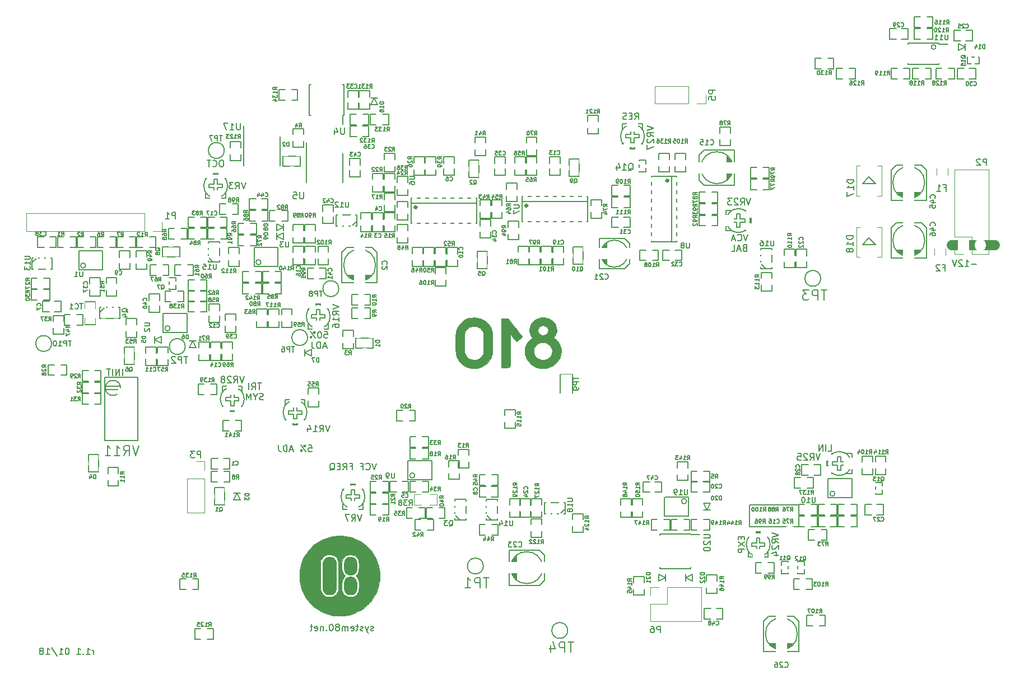
<source format=gbo>
G04 #@! TF.FileFunction,Legend,Bot*
%FSLAX46Y46*%
G04 Gerber Fmt 4.6, Leading zero omitted, Abs format (unit mm)*
G04 Created by KiCad (PCBNEW 4.0.2-stable) date 2018-01-25 5:15:59 PM*
%MOMM*%
G01*
G04 APERTURE LIST*
%ADD10C,0.200000*%
%ADD11C,0.150000*%
%ADD12C,1.500000*%
%ADD13C,0.010000*%
%ADD14C,0.127000*%
%ADD15C,0.066040*%
%ADD16C,0.101600*%
%ADD17C,0.203200*%
%ADD18C,0.120000*%
%ADD19C,0.381000*%
%ADD20C,0.152400*%
%ADD21C,1.400000*%
%ADD22O,2.600000X4.100000*%
%ADD23O,2.100000X2.600000*%
%ADD24O,3.600000X1.600000*%
%ADD25R,1.400480X0.500000*%
%ADD26R,0.912800X1.243000*%
%ADD27R,1.700200X3.099740*%
%ADD28R,1.243000X0.912800*%
%ADD29R,3.099740X1.700200*%
%ADD30R,2.700960X1.700200*%
%ADD31R,0.801040X1.100760*%
%ADD32R,0.862000X0.709600*%
%ADD33R,1.100760X0.801040*%
%ADD34R,0.709600X0.862000*%
%ADD35R,1.300000X1.300000*%
%ADD36C,1.300000*%
%ADD37R,2.497760X2.497760*%
%ADD38R,1.350000X1.100000*%
%ADD39R,1.800000X1.800000*%
%ADD40O,1.800000X1.800000*%
%ADD41R,1.243000X1.497000*%
%ADD42C,1.624000*%
%ADD43R,1.600000X2.100000*%
%ADD44O,2.300000X1.500000*%
%ADD45O,2.350000X1.500000*%
%ADD46R,1.497000X1.243000*%
%ADD47R,1.700000X2.900000*%
%ADD48R,0.550000X1.550000*%
%ADD49R,0.550000X1.600000*%
%ADD50R,0.699440X2.299640*%
%ADD51R,2.299640X0.699440*%
%ADD52R,1.700000X1.600000*%
%ADD53R,1.600000X1.700000*%
%ADD54R,0.700000X0.600000*%
%ADD55R,0.900000X0.650000*%
%ADD56R,0.650000X0.900000*%
%ADD57C,1.900000*%
%ADD58O,2.900000X3.600000*%
%ADD59C,1.850000*%
%ADD60R,0.600000X0.700000*%
%ADD61R,1.550000X0.550000*%
%ADD62C,1.370000*%
G04 APERTURE END LIST*
D10*
D11*
X120423809Y-102577381D02*
X119852380Y-102577381D01*
X120138095Y-103577381D02*
X120138095Y-102577381D01*
X118947618Y-103577381D02*
X119280952Y-103101190D01*
X119519047Y-103577381D02*
X119519047Y-102577381D01*
X119138094Y-102577381D01*
X119042856Y-102625000D01*
X118995237Y-102672619D01*
X118947618Y-102767857D01*
X118947618Y-102910714D01*
X118995237Y-103005952D01*
X119042856Y-103053571D01*
X119138094Y-103101190D01*
X119519047Y-103101190D01*
X118519047Y-103577381D02*
X118519047Y-102577381D01*
X120685714Y-105079762D02*
X120542857Y-105127381D01*
X120304761Y-105127381D01*
X120209523Y-105079762D01*
X120161904Y-105032143D01*
X120114285Y-104936905D01*
X120114285Y-104841667D01*
X120161904Y-104746429D01*
X120209523Y-104698810D01*
X120304761Y-104651190D01*
X120495238Y-104603571D01*
X120590476Y-104555952D01*
X120638095Y-104508333D01*
X120685714Y-104413095D01*
X120685714Y-104317857D01*
X120638095Y-104222619D01*
X120590476Y-104175000D01*
X120495238Y-104127381D01*
X120257142Y-104127381D01*
X120114285Y-104175000D01*
X119495238Y-104651190D02*
X119495238Y-105127381D01*
X119828571Y-104127381D02*
X119495238Y-104651190D01*
X119161904Y-104127381D01*
X118828571Y-105127381D02*
X118828571Y-104127381D01*
X118495237Y-104841667D01*
X118161904Y-104127381D01*
X118161904Y-105127381D01*
X95071429Y-143652381D02*
X95071429Y-142985714D01*
X95071429Y-143176190D02*
X95023810Y-143080952D01*
X94976191Y-143033333D01*
X94880953Y-142985714D01*
X94785714Y-142985714D01*
X93928571Y-143652381D02*
X94500000Y-143652381D01*
X94214286Y-143652381D02*
X94214286Y-142652381D01*
X94309524Y-142795238D01*
X94404762Y-142890476D01*
X94500000Y-142938095D01*
X93500000Y-143557143D02*
X93452381Y-143604762D01*
X93500000Y-143652381D01*
X93547619Y-143604762D01*
X93500000Y-143557143D01*
X93500000Y-143652381D01*
X92500000Y-143652381D02*
X93071429Y-143652381D01*
X92785715Y-143652381D02*
X92785715Y-142652381D01*
X92880953Y-142795238D01*
X92976191Y-142890476D01*
X93071429Y-142938095D01*
X91119048Y-142652381D02*
X91023809Y-142652381D01*
X90928571Y-142700000D01*
X90880952Y-142747619D01*
X90833333Y-142842857D01*
X90785714Y-143033333D01*
X90785714Y-143271429D01*
X90833333Y-143461905D01*
X90880952Y-143557143D01*
X90928571Y-143604762D01*
X91023809Y-143652381D01*
X91119048Y-143652381D01*
X91214286Y-143604762D01*
X91261905Y-143557143D01*
X91309524Y-143461905D01*
X91357143Y-143271429D01*
X91357143Y-143033333D01*
X91309524Y-142842857D01*
X91261905Y-142747619D01*
X91214286Y-142700000D01*
X91119048Y-142652381D01*
X89833333Y-143652381D02*
X90404762Y-143652381D01*
X90119048Y-143652381D02*
X90119048Y-142652381D01*
X90214286Y-142795238D01*
X90309524Y-142890476D01*
X90404762Y-142938095D01*
X88690476Y-142604762D02*
X89547619Y-143890476D01*
X87833333Y-143652381D02*
X88404762Y-143652381D01*
X88119048Y-143652381D02*
X88119048Y-142652381D01*
X88214286Y-142795238D01*
X88309524Y-142890476D01*
X88404762Y-142938095D01*
X87261905Y-143080952D02*
X87357143Y-143033333D01*
X87404762Y-142985714D01*
X87452381Y-142890476D01*
X87452381Y-142842857D01*
X87404762Y-142747619D01*
X87357143Y-142700000D01*
X87261905Y-142652381D01*
X87071428Y-142652381D01*
X86976190Y-142700000D01*
X86928571Y-142747619D01*
X86880952Y-142842857D01*
X86880952Y-142890476D01*
X86928571Y-142985714D01*
X86976190Y-143033333D01*
X87071428Y-143080952D01*
X87261905Y-143080952D01*
X87357143Y-143128571D01*
X87404762Y-143176190D01*
X87452381Y-143271429D01*
X87452381Y-143461905D01*
X87404762Y-143557143D01*
X87357143Y-143604762D01*
X87261905Y-143652381D01*
X87071428Y-143652381D01*
X86976190Y-143604762D01*
X86928571Y-143557143D01*
X86880952Y-143461905D01*
X86880952Y-143271429D01*
X86928571Y-143176190D01*
X86976190Y-143128571D01*
X87071428Y-143080952D01*
X137338096Y-140004762D02*
X137242858Y-140052381D01*
X137052382Y-140052381D01*
X136957143Y-140004762D01*
X136909524Y-139909524D01*
X136909524Y-139861905D01*
X136957143Y-139766667D01*
X137052382Y-139719048D01*
X137195239Y-139719048D01*
X137290477Y-139671429D01*
X137338096Y-139576190D01*
X137338096Y-139528571D01*
X137290477Y-139433333D01*
X137195239Y-139385714D01*
X137052382Y-139385714D01*
X136957143Y-139433333D01*
X136576191Y-139385714D02*
X136338096Y-140052381D01*
X136100000Y-139385714D02*
X136338096Y-140052381D01*
X136433334Y-140290476D01*
X136480953Y-140338095D01*
X136576191Y-140385714D01*
X135766667Y-140004762D02*
X135671429Y-140052381D01*
X135480953Y-140052381D01*
X135385714Y-140004762D01*
X135338095Y-139909524D01*
X135338095Y-139861905D01*
X135385714Y-139766667D01*
X135480953Y-139719048D01*
X135623810Y-139719048D01*
X135719048Y-139671429D01*
X135766667Y-139576190D01*
X135766667Y-139528571D01*
X135719048Y-139433333D01*
X135623810Y-139385714D01*
X135480953Y-139385714D01*
X135385714Y-139433333D01*
X135052381Y-139385714D02*
X134671429Y-139385714D01*
X134909524Y-139052381D02*
X134909524Y-139909524D01*
X134861905Y-140004762D01*
X134766667Y-140052381D01*
X134671429Y-140052381D01*
X133957142Y-140004762D02*
X134052380Y-140052381D01*
X134242857Y-140052381D01*
X134338095Y-140004762D01*
X134385714Y-139909524D01*
X134385714Y-139528571D01*
X134338095Y-139433333D01*
X134242857Y-139385714D01*
X134052380Y-139385714D01*
X133957142Y-139433333D01*
X133909523Y-139528571D01*
X133909523Y-139623810D01*
X134385714Y-139719048D01*
X133480952Y-140052381D02*
X133480952Y-139385714D01*
X133480952Y-139480952D02*
X133433333Y-139433333D01*
X133338095Y-139385714D01*
X133195237Y-139385714D01*
X133099999Y-139433333D01*
X133052380Y-139528571D01*
X133052380Y-140052381D01*
X133052380Y-139528571D02*
X133004761Y-139433333D01*
X132909523Y-139385714D01*
X132766666Y-139385714D01*
X132671428Y-139433333D01*
X132623809Y-139528571D01*
X132623809Y-140052381D01*
X132004762Y-139480952D02*
X132100000Y-139433333D01*
X132147619Y-139385714D01*
X132195238Y-139290476D01*
X132195238Y-139242857D01*
X132147619Y-139147619D01*
X132100000Y-139100000D01*
X132004762Y-139052381D01*
X131814285Y-139052381D01*
X131719047Y-139100000D01*
X131671428Y-139147619D01*
X131623809Y-139242857D01*
X131623809Y-139290476D01*
X131671428Y-139385714D01*
X131719047Y-139433333D01*
X131814285Y-139480952D01*
X132004762Y-139480952D01*
X132100000Y-139528571D01*
X132147619Y-139576190D01*
X132195238Y-139671429D01*
X132195238Y-139861905D01*
X132147619Y-139957143D01*
X132100000Y-140004762D01*
X132004762Y-140052381D01*
X131814285Y-140052381D01*
X131719047Y-140004762D01*
X131671428Y-139957143D01*
X131623809Y-139861905D01*
X131623809Y-139671429D01*
X131671428Y-139576190D01*
X131719047Y-139528571D01*
X131814285Y-139480952D01*
X131004762Y-139052381D02*
X130909523Y-139052381D01*
X130814285Y-139100000D01*
X130766666Y-139147619D01*
X130719047Y-139242857D01*
X130671428Y-139433333D01*
X130671428Y-139671429D01*
X130719047Y-139861905D01*
X130766666Y-139957143D01*
X130814285Y-140004762D01*
X130909523Y-140052381D01*
X131004762Y-140052381D01*
X131100000Y-140004762D01*
X131147619Y-139957143D01*
X131195238Y-139861905D01*
X131242857Y-139671429D01*
X131242857Y-139433333D01*
X131195238Y-139242857D01*
X131147619Y-139147619D01*
X131100000Y-139100000D01*
X131004762Y-139052381D01*
X130242857Y-139957143D02*
X130195238Y-140004762D01*
X130242857Y-140052381D01*
X130290476Y-140004762D01*
X130242857Y-139957143D01*
X130242857Y-140052381D01*
X129766667Y-139385714D02*
X129766667Y-140052381D01*
X129766667Y-139480952D02*
X129719048Y-139433333D01*
X129623810Y-139385714D01*
X129480952Y-139385714D01*
X129385714Y-139433333D01*
X129338095Y-139528571D01*
X129338095Y-140052381D01*
X128480952Y-140004762D02*
X128576190Y-140052381D01*
X128766667Y-140052381D01*
X128861905Y-140004762D01*
X128909524Y-139909524D01*
X128909524Y-139528571D01*
X128861905Y-139433333D01*
X128766667Y-139385714D01*
X128576190Y-139385714D01*
X128480952Y-139433333D01*
X128433333Y-139528571D01*
X128433333Y-139623810D01*
X128909524Y-139719048D01*
X128147619Y-139385714D02*
X127766667Y-139385714D01*
X128004762Y-139052381D02*
X128004762Y-139909524D01*
X127957143Y-140004762D01*
X127861905Y-140052381D01*
X127766667Y-140052381D01*
X206052380Y-112852381D02*
X206528571Y-112852381D01*
X206528571Y-111852381D01*
X205719047Y-112852381D02*
X205719047Y-111852381D01*
X205242857Y-112852381D02*
X205242857Y-111852381D01*
X204671428Y-112852381D01*
X204671428Y-111852381D01*
X192928571Y-125809524D02*
X192928571Y-126142858D01*
X193452381Y-126285715D02*
X193452381Y-125809524D01*
X192452381Y-125809524D01*
X192452381Y-126285715D01*
X192452381Y-126619048D02*
X193452381Y-127285715D01*
X192452381Y-127285715D02*
X193452381Y-126619048D01*
X193452381Y-127666667D02*
X192452381Y-127666667D01*
X192452381Y-128047620D01*
X192500000Y-128142858D01*
X192547619Y-128190477D01*
X192642857Y-128238096D01*
X192785714Y-128238096D01*
X192880952Y-128190477D01*
X192928571Y-128142858D01*
X192976190Y-128047620D01*
X192976190Y-127666667D01*
X193961905Y-80077381D02*
X193628572Y-81077381D01*
X193295238Y-80077381D01*
X192390476Y-80982143D02*
X192438095Y-81029762D01*
X192580952Y-81077381D01*
X192676190Y-81077381D01*
X192819048Y-81029762D01*
X192914286Y-80934524D01*
X192961905Y-80839286D01*
X193009524Y-80648810D01*
X193009524Y-80505952D01*
X192961905Y-80315476D01*
X192914286Y-80220238D01*
X192819048Y-80125000D01*
X192676190Y-80077381D01*
X192580952Y-80077381D01*
X192438095Y-80125000D01*
X192390476Y-80172619D01*
X192009524Y-80791667D02*
X191533333Y-80791667D01*
X192104762Y-81077381D02*
X191771429Y-80077381D01*
X191438095Y-81077381D01*
X193461904Y-82103571D02*
X193319047Y-82151190D01*
X193271428Y-82198810D01*
X193223809Y-82294048D01*
X193223809Y-82436905D01*
X193271428Y-82532143D01*
X193319047Y-82579762D01*
X193414285Y-82627381D01*
X193795238Y-82627381D01*
X193795238Y-81627381D01*
X193461904Y-81627381D01*
X193366666Y-81675000D01*
X193319047Y-81722619D01*
X193271428Y-81817857D01*
X193271428Y-81913095D01*
X193319047Y-82008333D01*
X193366666Y-82055952D01*
X193461904Y-82103571D01*
X193795238Y-82103571D01*
X192842857Y-82341667D02*
X192366666Y-82341667D01*
X192938095Y-82627381D02*
X192604762Y-81627381D01*
X192271428Y-82627381D01*
X191461904Y-82627381D02*
X191938095Y-82627381D01*
X191938095Y-81627381D01*
X137797619Y-114702381D02*
X137464286Y-115702381D01*
X137130952Y-114702381D01*
X136226190Y-115607143D02*
X136273809Y-115654762D01*
X136416666Y-115702381D01*
X136511904Y-115702381D01*
X136654762Y-115654762D01*
X136750000Y-115559524D01*
X136797619Y-115464286D01*
X136845238Y-115273810D01*
X136845238Y-115130952D01*
X136797619Y-114940476D01*
X136750000Y-114845238D01*
X136654762Y-114750000D01*
X136511904Y-114702381D01*
X136416666Y-114702381D01*
X136273809Y-114750000D01*
X136226190Y-114797619D01*
X135464285Y-115178571D02*
X135797619Y-115178571D01*
X135797619Y-115702381D02*
X135797619Y-114702381D01*
X135321428Y-114702381D01*
X133845237Y-115178571D02*
X134178571Y-115178571D01*
X134178571Y-115702381D02*
X134178571Y-114702381D01*
X133702380Y-114702381D01*
X132749999Y-115702381D02*
X133083333Y-115226190D01*
X133321428Y-115702381D02*
X133321428Y-114702381D01*
X132940475Y-114702381D01*
X132845237Y-114750000D01*
X132797618Y-114797619D01*
X132749999Y-114892857D01*
X132749999Y-115035714D01*
X132797618Y-115130952D01*
X132845237Y-115178571D01*
X132940475Y-115226190D01*
X133321428Y-115226190D01*
X132321428Y-115178571D02*
X131988094Y-115178571D01*
X131845237Y-115702381D02*
X132321428Y-115702381D01*
X132321428Y-114702381D01*
X131845237Y-114702381D01*
X130749999Y-115797619D02*
X130845237Y-115750000D01*
X130940475Y-115654762D01*
X131083332Y-115511905D01*
X131178571Y-115464286D01*
X131273809Y-115464286D01*
X131226190Y-115702381D02*
X131321428Y-115654762D01*
X131416666Y-115559524D01*
X131464285Y-115369048D01*
X131464285Y-115035714D01*
X131416666Y-114845238D01*
X131321428Y-114750000D01*
X131226190Y-114702381D01*
X131035713Y-114702381D01*
X130940475Y-114750000D01*
X130845237Y-114845238D01*
X130797618Y-115035714D01*
X130797618Y-115369048D01*
X130845237Y-115559524D01*
X130940475Y-115654762D01*
X131035713Y-115702381D01*
X131226190Y-115702381D01*
X176869047Y-62702381D02*
X177202381Y-62226190D01*
X177440476Y-62702381D02*
X177440476Y-61702381D01*
X177059523Y-61702381D01*
X176964285Y-61750000D01*
X176916666Y-61797619D01*
X176869047Y-61892857D01*
X176869047Y-62035714D01*
X176916666Y-62130952D01*
X176964285Y-62178571D01*
X177059523Y-62226190D01*
X177440476Y-62226190D01*
X176440476Y-62178571D02*
X176107142Y-62178571D01*
X175964285Y-62702381D02*
X176440476Y-62702381D01*
X176440476Y-61702381D01*
X175964285Y-61702381D01*
X175583333Y-62654762D02*
X175440476Y-62702381D01*
X175202380Y-62702381D01*
X175107142Y-62654762D01*
X175059523Y-62607143D01*
X175011904Y-62511905D01*
X175011904Y-62416667D01*
X175059523Y-62321429D01*
X175107142Y-62273810D01*
X175202380Y-62226190D01*
X175392857Y-62178571D01*
X175488095Y-62130952D01*
X175535714Y-62083333D01*
X175583333Y-61988095D01*
X175583333Y-61892857D01*
X175535714Y-61797619D01*
X175488095Y-61750000D01*
X175392857Y-61702381D01*
X175154761Y-61702381D01*
X175011904Y-61750000D01*
X99442857Y-101452381D02*
X99442857Y-100452381D01*
X98966667Y-101452381D02*
X98966667Y-100452381D01*
X98395238Y-101452381D01*
X98395238Y-100452381D01*
X97919048Y-101452381D02*
X97919048Y-100452381D01*
X97585715Y-100452381D02*
X97014286Y-100452381D01*
X97300001Y-101452381D02*
X97300001Y-100452381D01*
X114476191Y-68852381D02*
X114285714Y-68852381D01*
X114190476Y-68900000D01*
X114095238Y-68995238D01*
X114047619Y-69185714D01*
X114047619Y-69519048D01*
X114095238Y-69709524D01*
X114190476Y-69804762D01*
X114285714Y-69852381D01*
X114476191Y-69852381D01*
X114571429Y-69804762D01*
X114666667Y-69709524D01*
X114714286Y-69519048D01*
X114714286Y-69185714D01*
X114666667Y-68995238D01*
X114571429Y-68900000D01*
X114476191Y-68852381D01*
X113047619Y-69757143D02*
X113095238Y-69804762D01*
X113238095Y-69852381D01*
X113333333Y-69852381D01*
X113476191Y-69804762D01*
X113571429Y-69709524D01*
X113619048Y-69614286D01*
X113666667Y-69423810D01*
X113666667Y-69280952D01*
X113619048Y-69090476D01*
X113571429Y-68995238D01*
X113476191Y-68900000D01*
X113333333Y-68852381D01*
X113238095Y-68852381D01*
X113095238Y-68900000D01*
X113047619Y-68947619D01*
X112761905Y-68852381D02*
X112190476Y-68852381D01*
X112476191Y-69852381D02*
X112476191Y-68852381D01*
X129909523Y-94777381D02*
X130385714Y-94777381D01*
X130433333Y-95253571D01*
X130385714Y-95205952D01*
X130290476Y-95158333D01*
X130052380Y-95158333D01*
X129957142Y-95205952D01*
X129909523Y-95253571D01*
X129861904Y-95348810D01*
X129861904Y-95586905D01*
X129909523Y-95682143D01*
X129957142Y-95729762D01*
X130052380Y-95777381D01*
X130290476Y-95777381D01*
X130385714Y-95729762D01*
X130433333Y-95682143D01*
X129242857Y-94777381D02*
X129147618Y-94777381D01*
X129052380Y-94825000D01*
X129004761Y-94872619D01*
X128957142Y-94967857D01*
X128909523Y-95158333D01*
X128909523Y-95396429D01*
X128957142Y-95586905D01*
X129004761Y-95682143D01*
X129052380Y-95729762D01*
X129147618Y-95777381D01*
X129242857Y-95777381D01*
X129338095Y-95729762D01*
X129385714Y-95682143D01*
X129433333Y-95586905D01*
X129480952Y-95396429D01*
X129480952Y-95158333D01*
X129433333Y-94967857D01*
X129385714Y-94872619D01*
X129338095Y-94825000D01*
X129242857Y-94777381D01*
X128528571Y-95777381D02*
X127766666Y-94777381D01*
X128385714Y-94777381D02*
X128290476Y-94825000D01*
X128242857Y-94920238D01*
X128290476Y-95015476D01*
X128385714Y-95063095D01*
X128480952Y-95015476D01*
X128528571Y-94920238D01*
X128480952Y-94825000D01*
X128385714Y-94777381D01*
X127814285Y-95729762D02*
X127766666Y-95634524D01*
X127814285Y-95539286D01*
X127909523Y-95491667D01*
X128004761Y-95539286D01*
X128052380Y-95634524D01*
X128004761Y-95729762D01*
X127909523Y-95777381D01*
X127814285Y-95729762D01*
X130219048Y-97041667D02*
X129742857Y-97041667D01*
X130314286Y-97327381D02*
X129980953Y-96327381D01*
X129647619Y-97327381D01*
X129314286Y-97327381D02*
X129314286Y-96327381D01*
X129076191Y-96327381D01*
X128933333Y-96375000D01*
X128838095Y-96470238D01*
X128790476Y-96565476D01*
X128742857Y-96755952D01*
X128742857Y-96898810D01*
X128790476Y-97089286D01*
X128838095Y-97184524D01*
X128933333Y-97279762D01*
X129076191Y-97327381D01*
X129314286Y-97327381D01*
X128028571Y-96327381D02*
X128028571Y-97041667D01*
X128076191Y-97184524D01*
X128171429Y-97279762D01*
X128314286Y-97327381D01*
X128409524Y-97327381D01*
X127523809Y-111952381D02*
X128000000Y-111952381D01*
X128047619Y-112428571D01*
X128000000Y-112380952D01*
X127904762Y-112333333D01*
X127666666Y-112333333D01*
X127571428Y-112380952D01*
X127523809Y-112428571D01*
X127476190Y-112523810D01*
X127476190Y-112761905D01*
X127523809Y-112857143D01*
X127571428Y-112904762D01*
X127666666Y-112952381D01*
X127904762Y-112952381D01*
X128000000Y-112904762D01*
X128047619Y-112857143D01*
X127095238Y-112952381D02*
X126333333Y-111952381D01*
X126952381Y-111952381D02*
X126857143Y-112000000D01*
X126809524Y-112095238D01*
X126857143Y-112190476D01*
X126952381Y-112238095D01*
X127047619Y-112190476D01*
X127095238Y-112095238D01*
X127047619Y-112000000D01*
X126952381Y-111952381D01*
X126380952Y-112904762D02*
X126333333Y-112809524D01*
X126380952Y-112714286D01*
X126476190Y-112666667D01*
X126571428Y-112714286D01*
X126619047Y-112809524D01*
X126571428Y-112904762D01*
X126476190Y-112952381D01*
X126380952Y-112904762D01*
X125190476Y-112666667D02*
X124714285Y-112666667D01*
X125285714Y-112952381D02*
X124952381Y-111952381D01*
X124619047Y-112952381D01*
X124285714Y-112952381D02*
X124285714Y-111952381D01*
X124047619Y-111952381D01*
X123904761Y-112000000D01*
X123809523Y-112095238D01*
X123761904Y-112190476D01*
X123714285Y-112380952D01*
X123714285Y-112523810D01*
X123761904Y-112714286D01*
X123809523Y-112809524D01*
X123904761Y-112904762D01*
X124047619Y-112952381D01*
X124285714Y-112952381D01*
X122999999Y-111952381D02*
X122999999Y-112666667D01*
X123047619Y-112809524D01*
X123142857Y-112904762D01*
X123285714Y-112952381D01*
X123380952Y-112952381D01*
D12*
X231250000Y-81750000D02*
X224750000Y-81750000D01*
D11*
X228511905Y-84571429D02*
X227750000Y-84571429D01*
X226750000Y-84952381D02*
X227321429Y-84952381D01*
X227035715Y-84952381D02*
X227035715Y-83952381D01*
X227130953Y-84095238D01*
X227226191Y-84190476D01*
X227321429Y-84238095D01*
X226369048Y-84047619D02*
X226321429Y-84000000D01*
X226226191Y-83952381D01*
X225988095Y-83952381D01*
X225892857Y-84000000D01*
X225845238Y-84047619D01*
X225797619Y-84142857D01*
X225797619Y-84238095D01*
X225845238Y-84380952D01*
X226416667Y-84952381D01*
X225797619Y-84952381D01*
X225511905Y-83952381D02*
X225178572Y-84952381D01*
X224845238Y-83952381D01*
D10*
X194200000Y-124300000D02*
X201600000Y-124300000D01*
X194200000Y-121000000D02*
X194200000Y-124300000D01*
X201600000Y-121000000D02*
X194200000Y-121000000D01*
D13*
G36*
X132074585Y-125699213D02*
X131866435Y-125702629D01*
X131673809Y-125708753D01*
X131505510Y-125717581D01*
X131370342Y-125729115D01*
X131320439Y-125735519D01*
X130812446Y-125834568D01*
X130315038Y-125977590D01*
X129831396Y-126162976D01*
X129364704Y-126389114D01*
X128918144Y-126654393D01*
X128494900Y-126957202D01*
X128098153Y-127295929D01*
X127944351Y-127444351D01*
X127586469Y-127834436D01*
X127266292Y-128250713D01*
X126984606Y-128691628D01*
X126742197Y-129155627D01*
X126539850Y-129641156D01*
X126378352Y-130146664D01*
X126258488Y-130670595D01*
X126230779Y-130831049D01*
X126213880Y-130970466D01*
X126200954Y-131146213D01*
X126192002Y-131348609D01*
X126187023Y-131567973D01*
X126186019Y-131794626D01*
X126188988Y-132018886D01*
X126195930Y-132231072D01*
X126206847Y-132421505D01*
X126221737Y-132580503D01*
X126230779Y-132645859D01*
X126338052Y-133176385D01*
X126486880Y-133687791D01*
X126676894Y-134179117D01*
X126907727Y-134649403D01*
X127156412Y-135063545D01*
X127466794Y-135494748D01*
X127809264Y-135893448D01*
X128181955Y-136258439D01*
X128582995Y-136588518D01*
X129010516Y-136882479D01*
X129462648Y-137139118D01*
X129937522Y-137357229D01*
X130433268Y-137535607D01*
X130948017Y-137673049D01*
X131314818Y-137743633D01*
X131393392Y-137753034D01*
X131506860Y-137762045D01*
X131647312Y-137770439D01*
X131806840Y-137777988D01*
X131977534Y-137784464D01*
X132151485Y-137789640D01*
X132320783Y-137793287D01*
X132477518Y-137795178D01*
X132613783Y-137795086D01*
X132721666Y-137792783D01*
X132793260Y-137788041D01*
X132804182Y-137786511D01*
X132852837Y-137779414D01*
X132933018Y-137768785D01*
X133030386Y-137756504D01*
X133069728Y-137751696D01*
X133512432Y-137677403D01*
X133961670Y-137562251D01*
X134409461Y-137409219D01*
X134847820Y-137221290D01*
X135268765Y-137001444D01*
X135563546Y-136820497D01*
X135995200Y-136509844D01*
X136394167Y-136167259D01*
X136759274Y-135794568D01*
X137089346Y-135393597D01*
X137383210Y-134966175D01*
X137639691Y-134514128D01*
X137857616Y-134039282D01*
X138035811Y-133543465D01*
X138173101Y-133028503D01*
X138246131Y-132645859D01*
X138263030Y-132506442D01*
X138275956Y-132330696D01*
X138284908Y-132128300D01*
X138289886Y-131908935D01*
X138290891Y-131682283D01*
X138287922Y-131458023D01*
X138280979Y-131245836D01*
X138270063Y-131055404D01*
X138255173Y-130896406D01*
X138246131Y-130831049D01*
X138138857Y-130300523D01*
X138123890Y-130249091D01*
X135182317Y-130249091D01*
X135168857Y-130575752D01*
X135128087Y-130866270D01*
X135059577Y-131122058D01*
X134962895Y-131344526D01*
X134837611Y-131535086D01*
X134764312Y-131618630D01*
X134708667Y-131677233D01*
X134668355Y-131721351D01*
X134651541Y-131742032D01*
X134651455Y-131742383D01*
X134666945Y-131760292D01*
X134707056Y-131799808D01*
X134749591Y-131839808D01*
X134880480Y-131990899D01*
X134989015Y-132180072D01*
X135074325Y-132404526D01*
X135135536Y-132661460D01*
X135171775Y-132948074D01*
X135182317Y-133227818D01*
X135168399Y-133563031D01*
X135126691Y-133861452D01*
X135057103Y-134123244D01*
X134959542Y-134348568D01*
X134833918Y-134537585D01*
X134680141Y-134690457D01*
X134498119Y-134807345D01*
X134287761Y-134888412D01*
X134240861Y-134900686D01*
X134133701Y-134918511D01*
X133997074Y-134929641D01*
X133847243Y-134933840D01*
X133700467Y-134930872D01*
X133573010Y-134920502D01*
X133515364Y-134911215D01*
X133308648Y-134845834D01*
X133116774Y-134741148D01*
X132947310Y-134602924D01*
X132807825Y-134436930D01*
X132737694Y-134318608D01*
X132651903Y-134108398D01*
X132587896Y-133864676D01*
X132546651Y-133595161D01*
X132529148Y-133307571D01*
X132536367Y-133009624D01*
X132550926Y-132846818D01*
X132599977Y-132557090D01*
X132677693Y-132301457D01*
X132770921Y-132107433D01*
X132076872Y-132107433D01*
X132076870Y-132421946D01*
X132076568Y-132696801D01*
X132075723Y-132935261D01*
X132074091Y-133140586D01*
X132071428Y-133316039D01*
X132067490Y-133464881D01*
X132062033Y-133590375D01*
X132054813Y-133695782D01*
X132045587Y-133784363D01*
X132034111Y-133859382D01*
X132020140Y-133924098D01*
X132003430Y-133981775D01*
X131983739Y-134035675D01*
X131960822Y-134089058D01*
X131934435Y-134145186D01*
X131904335Y-134207323D01*
X131891030Y-134234944D01*
X131768041Y-134443231D01*
X131616165Y-134616926D01*
X131437627Y-134754219D01*
X131234653Y-134853303D01*
X131072364Y-134900460D01*
X130912023Y-134923959D01*
X130727947Y-134933221D01*
X130540338Y-134928221D01*
X130369402Y-134908934D01*
X130329192Y-134901370D01*
X130149663Y-134852366D01*
X129996338Y-134782229D01*
X129854375Y-134682835D01*
X129742614Y-134580405D01*
X129603454Y-134419317D01*
X129492078Y-134238862D01*
X129403260Y-134029590D01*
X129358525Y-133885909D01*
X129349160Y-133851370D01*
X129340995Y-133817597D01*
X129333930Y-133781281D01*
X129327868Y-133739112D01*
X129322710Y-133687780D01*
X129318360Y-133623978D01*
X129314718Y-133544394D01*
X129311687Y-133445721D01*
X129309169Y-133324648D01*
X129307066Y-133177866D01*
X129305280Y-133002066D01*
X129303713Y-132793939D01*
X129302267Y-132550175D01*
X129300844Y-132267466D01*
X129299345Y-131942500D01*
X129299050Y-131877000D01*
X129297600Y-131501608D01*
X129296851Y-131170228D01*
X129296823Y-130880692D01*
X129297537Y-130630837D01*
X129299013Y-130418495D01*
X129301272Y-130241501D01*
X129304334Y-130097689D01*
X129308220Y-129984893D01*
X129312951Y-129900948D01*
X129318372Y-129845000D01*
X129371121Y-129566352D01*
X129451239Y-129323428D01*
X129559684Y-129114067D01*
X129697416Y-128936109D01*
X129741584Y-128891399D01*
X129910036Y-128753433D01*
X130092807Y-128651693D01*
X130295934Y-128583985D01*
X130525450Y-128548111D01*
X130704988Y-128540764D01*
X130969593Y-128558998D01*
X131207106Y-128614621D01*
X131417367Y-128707505D01*
X131600213Y-128837519D01*
X131755482Y-129004535D01*
X131883013Y-129208425D01*
X131982644Y-129449059D01*
X132023966Y-129591000D01*
X132076818Y-129798818D01*
X132076818Y-131750000D01*
X132076872Y-132107433D01*
X132770921Y-132107433D01*
X132783688Y-132080864D01*
X132917577Y-131896257D01*
X132955305Y-131855896D01*
X133076793Y-131732452D01*
X132952534Y-131609737D01*
X132817367Y-131444901D01*
X132707107Y-131243039D01*
X132622472Y-131006463D01*
X132564176Y-130737484D01*
X132532937Y-130438416D01*
X132527470Y-130237545D01*
X132541506Y-129918622D01*
X132583206Y-129629416D01*
X132651954Y-129371994D01*
X132747135Y-129148423D01*
X132868136Y-128960772D01*
X132927295Y-128892334D01*
X133071572Y-128761508D01*
X133228105Y-128664521D01*
X133404756Y-128598075D01*
X133609388Y-128558875D01*
X133751204Y-128546939D01*
X134021632Y-128549811D01*
X134263295Y-128588129D01*
X134476368Y-128662100D01*
X134661025Y-128771933D01*
X134817440Y-128917834D01*
X134945788Y-129100010D01*
X135046242Y-129318670D01*
X135118979Y-129574021D01*
X135164171Y-129866270D01*
X135181993Y-130195624D01*
X135182317Y-130249091D01*
X138123890Y-130249091D01*
X137990030Y-129789118D01*
X137800016Y-129297792D01*
X137569182Y-128827505D01*
X137320498Y-128413363D01*
X137013770Y-127987570D01*
X136674092Y-127592260D01*
X136304016Y-127229076D01*
X135906093Y-126899659D01*
X135482875Y-126605649D01*
X135036914Y-126348688D01*
X134570762Y-126130417D01*
X134086972Y-125952477D01*
X133588095Y-125816510D01*
X133156470Y-125735519D01*
X133040057Y-125722704D01*
X132886345Y-125712595D01*
X132704138Y-125705191D01*
X132502240Y-125700493D01*
X132289454Y-125698500D01*
X132074585Y-125699213D01*
X132074585Y-125699213D01*
G37*
X132074585Y-125699213D02*
X131866435Y-125702629D01*
X131673809Y-125708753D01*
X131505510Y-125717581D01*
X131370342Y-125729115D01*
X131320439Y-125735519D01*
X130812446Y-125834568D01*
X130315038Y-125977590D01*
X129831396Y-126162976D01*
X129364704Y-126389114D01*
X128918144Y-126654393D01*
X128494900Y-126957202D01*
X128098153Y-127295929D01*
X127944351Y-127444351D01*
X127586469Y-127834436D01*
X127266292Y-128250713D01*
X126984606Y-128691628D01*
X126742197Y-129155627D01*
X126539850Y-129641156D01*
X126378352Y-130146664D01*
X126258488Y-130670595D01*
X126230779Y-130831049D01*
X126213880Y-130970466D01*
X126200954Y-131146213D01*
X126192002Y-131348609D01*
X126187023Y-131567973D01*
X126186019Y-131794626D01*
X126188988Y-132018886D01*
X126195930Y-132231072D01*
X126206847Y-132421505D01*
X126221737Y-132580503D01*
X126230779Y-132645859D01*
X126338052Y-133176385D01*
X126486880Y-133687791D01*
X126676894Y-134179117D01*
X126907727Y-134649403D01*
X127156412Y-135063545D01*
X127466794Y-135494748D01*
X127809264Y-135893448D01*
X128181955Y-136258439D01*
X128582995Y-136588518D01*
X129010516Y-136882479D01*
X129462648Y-137139118D01*
X129937522Y-137357229D01*
X130433268Y-137535607D01*
X130948017Y-137673049D01*
X131314818Y-137743633D01*
X131393392Y-137753034D01*
X131506860Y-137762045D01*
X131647312Y-137770439D01*
X131806840Y-137777988D01*
X131977534Y-137784464D01*
X132151485Y-137789640D01*
X132320783Y-137793287D01*
X132477518Y-137795178D01*
X132613783Y-137795086D01*
X132721666Y-137792783D01*
X132793260Y-137788041D01*
X132804182Y-137786511D01*
X132852837Y-137779414D01*
X132933018Y-137768785D01*
X133030386Y-137756504D01*
X133069728Y-137751696D01*
X133512432Y-137677403D01*
X133961670Y-137562251D01*
X134409461Y-137409219D01*
X134847820Y-137221290D01*
X135268765Y-137001444D01*
X135563546Y-136820497D01*
X135995200Y-136509844D01*
X136394167Y-136167259D01*
X136759274Y-135794568D01*
X137089346Y-135393597D01*
X137383210Y-134966175D01*
X137639691Y-134514128D01*
X137857616Y-134039282D01*
X138035811Y-133543465D01*
X138173101Y-133028503D01*
X138246131Y-132645859D01*
X138263030Y-132506442D01*
X138275956Y-132330696D01*
X138284908Y-132128300D01*
X138289886Y-131908935D01*
X138290891Y-131682283D01*
X138287922Y-131458023D01*
X138280979Y-131245836D01*
X138270063Y-131055404D01*
X138255173Y-130896406D01*
X138246131Y-130831049D01*
X138138857Y-130300523D01*
X138123890Y-130249091D01*
X135182317Y-130249091D01*
X135168857Y-130575752D01*
X135128087Y-130866270D01*
X135059577Y-131122058D01*
X134962895Y-131344526D01*
X134837611Y-131535086D01*
X134764312Y-131618630D01*
X134708667Y-131677233D01*
X134668355Y-131721351D01*
X134651541Y-131742032D01*
X134651455Y-131742383D01*
X134666945Y-131760292D01*
X134707056Y-131799808D01*
X134749591Y-131839808D01*
X134880480Y-131990899D01*
X134989015Y-132180072D01*
X135074325Y-132404526D01*
X135135536Y-132661460D01*
X135171775Y-132948074D01*
X135182317Y-133227818D01*
X135168399Y-133563031D01*
X135126691Y-133861452D01*
X135057103Y-134123244D01*
X134959542Y-134348568D01*
X134833918Y-134537585D01*
X134680141Y-134690457D01*
X134498119Y-134807345D01*
X134287761Y-134888412D01*
X134240861Y-134900686D01*
X134133701Y-134918511D01*
X133997074Y-134929641D01*
X133847243Y-134933840D01*
X133700467Y-134930872D01*
X133573010Y-134920502D01*
X133515364Y-134911215D01*
X133308648Y-134845834D01*
X133116774Y-134741148D01*
X132947310Y-134602924D01*
X132807825Y-134436930D01*
X132737694Y-134318608D01*
X132651903Y-134108398D01*
X132587896Y-133864676D01*
X132546651Y-133595161D01*
X132529148Y-133307571D01*
X132536367Y-133009624D01*
X132550926Y-132846818D01*
X132599977Y-132557090D01*
X132677693Y-132301457D01*
X132770921Y-132107433D01*
X132076872Y-132107433D01*
X132076870Y-132421946D01*
X132076568Y-132696801D01*
X132075723Y-132935261D01*
X132074091Y-133140586D01*
X132071428Y-133316039D01*
X132067490Y-133464881D01*
X132062033Y-133590375D01*
X132054813Y-133695782D01*
X132045587Y-133784363D01*
X132034111Y-133859382D01*
X132020140Y-133924098D01*
X132003430Y-133981775D01*
X131983739Y-134035675D01*
X131960822Y-134089058D01*
X131934435Y-134145186D01*
X131904335Y-134207323D01*
X131891030Y-134234944D01*
X131768041Y-134443231D01*
X131616165Y-134616926D01*
X131437627Y-134754219D01*
X131234653Y-134853303D01*
X131072364Y-134900460D01*
X130912023Y-134923959D01*
X130727947Y-134933221D01*
X130540338Y-134928221D01*
X130369402Y-134908934D01*
X130329192Y-134901370D01*
X130149663Y-134852366D01*
X129996338Y-134782229D01*
X129854375Y-134682835D01*
X129742614Y-134580405D01*
X129603454Y-134419317D01*
X129492078Y-134238862D01*
X129403260Y-134029590D01*
X129358525Y-133885909D01*
X129349160Y-133851370D01*
X129340995Y-133817597D01*
X129333930Y-133781281D01*
X129327868Y-133739112D01*
X129322710Y-133687780D01*
X129318360Y-133623978D01*
X129314718Y-133544394D01*
X129311687Y-133445721D01*
X129309169Y-133324648D01*
X129307066Y-133177866D01*
X129305280Y-133002066D01*
X129303713Y-132793939D01*
X129302267Y-132550175D01*
X129300844Y-132267466D01*
X129299345Y-131942500D01*
X129299050Y-131877000D01*
X129297600Y-131501608D01*
X129296851Y-131170228D01*
X129296823Y-130880692D01*
X129297537Y-130630837D01*
X129299013Y-130418495D01*
X129301272Y-130241501D01*
X129304334Y-130097689D01*
X129308220Y-129984893D01*
X129312951Y-129900948D01*
X129318372Y-129845000D01*
X129371121Y-129566352D01*
X129451239Y-129323428D01*
X129559684Y-129114067D01*
X129697416Y-128936109D01*
X129741584Y-128891399D01*
X129910036Y-128753433D01*
X130092807Y-128651693D01*
X130295934Y-128583985D01*
X130525450Y-128548111D01*
X130704988Y-128540764D01*
X130969593Y-128558998D01*
X131207106Y-128614621D01*
X131417367Y-128707505D01*
X131600213Y-128837519D01*
X131755482Y-129004535D01*
X131883013Y-129208425D01*
X131982644Y-129449059D01*
X132023966Y-129591000D01*
X132076818Y-129798818D01*
X132076818Y-131750000D01*
X132076872Y-132107433D01*
X132770921Y-132107433D01*
X132783688Y-132080864D01*
X132917577Y-131896257D01*
X132955305Y-131855896D01*
X133076793Y-131732452D01*
X132952534Y-131609737D01*
X132817367Y-131444901D01*
X132707107Y-131243039D01*
X132622472Y-131006463D01*
X132564176Y-130737484D01*
X132532937Y-130438416D01*
X132527470Y-130237545D01*
X132541506Y-129918622D01*
X132583206Y-129629416D01*
X132651954Y-129371994D01*
X132747135Y-129148423D01*
X132868136Y-128960772D01*
X132927295Y-128892334D01*
X133071572Y-128761508D01*
X133228105Y-128664521D01*
X133404756Y-128598075D01*
X133609388Y-128558875D01*
X133751204Y-128546939D01*
X134021632Y-128549811D01*
X134263295Y-128588129D01*
X134476368Y-128662100D01*
X134661025Y-128771933D01*
X134817440Y-128917834D01*
X134945788Y-129100010D01*
X135046242Y-129318670D01*
X135118979Y-129574021D01*
X135164171Y-129866270D01*
X135181993Y-130195624D01*
X135182317Y-130249091D01*
X138123890Y-130249091D01*
X137990030Y-129789118D01*
X137800016Y-129297792D01*
X137569182Y-128827505D01*
X137320498Y-128413363D01*
X137013770Y-127987570D01*
X136674092Y-127592260D01*
X136304016Y-127229076D01*
X135906093Y-126899659D01*
X135482875Y-126605649D01*
X135036914Y-126348688D01*
X134570762Y-126130417D01*
X134086972Y-125952477D01*
X133588095Y-125816510D01*
X133156470Y-125735519D01*
X133040057Y-125722704D01*
X132886345Y-125712595D01*
X132704138Y-125705191D01*
X132502240Y-125700493D01*
X132289454Y-125698500D01*
X132074585Y-125699213D01*
G36*
X133682469Y-131883000D02*
X133541194Y-131903821D01*
X133448895Y-131930539D01*
X133302671Y-132005360D01*
X133181225Y-132106529D01*
X133082893Y-132237167D01*
X133006013Y-132400392D01*
X132948923Y-132599326D01*
X132909960Y-132837088D01*
X132897222Y-132965756D01*
X132886097Y-133224967D01*
X132894231Y-133479098D01*
X132920542Y-133718836D01*
X132963951Y-133934870D01*
X133023375Y-134117891D01*
X133033867Y-134142520D01*
X133108774Y-134266606D01*
X133215370Y-134383485D01*
X133339678Y-134479061D01*
X133401247Y-134513094D01*
X133463159Y-134540531D01*
X133521067Y-134559027D01*
X133587176Y-134570642D01*
X133673692Y-134577434D01*
X133792823Y-134581464D01*
X133808637Y-134581832D01*
X133924132Y-134582819D01*
X134028845Y-134580775D01*
X134110636Y-134576115D01*
X134155000Y-134569931D01*
X134331596Y-134503284D01*
X134483661Y-134404636D01*
X134604646Y-134279046D01*
X134670249Y-134171876D01*
X134721307Y-134054884D01*
X134760089Y-133936371D01*
X134788020Y-133807623D01*
X134806528Y-133659923D01*
X134817041Y-133484557D01*
X134820986Y-133272808D01*
X134821069Y-133250909D01*
X134820882Y-133085828D01*
X134818790Y-132957355D01*
X134814067Y-132855934D01*
X134805986Y-132772007D01*
X134793819Y-132696014D01*
X134776839Y-132618400D01*
X134771181Y-132595304D01*
X134705828Y-132388702D01*
X134621134Y-132221378D01*
X134514097Y-132089416D01*
X134381718Y-131988899D01*
X134262306Y-131931125D01*
X134145533Y-131899405D01*
X133999837Y-131880803D01*
X133840416Y-131875332D01*
X133682469Y-131883000D01*
X133682469Y-131883000D01*
G37*
X133682469Y-131883000D02*
X133541194Y-131903821D01*
X133448895Y-131930539D01*
X133302671Y-132005360D01*
X133181225Y-132106529D01*
X133082893Y-132237167D01*
X133006013Y-132400392D01*
X132948923Y-132599326D01*
X132909960Y-132837088D01*
X132897222Y-132965756D01*
X132886097Y-133224967D01*
X132894231Y-133479098D01*
X132920542Y-133718836D01*
X132963951Y-133934870D01*
X133023375Y-134117891D01*
X133033867Y-134142520D01*
X133108774Y-134266606D01*
X133215370Y-134383485D01*
X133339678Y-134479061D01*
X133401247Y-134513094D01*
X133463159Y-134540531D01*
X133521067Y-134559027D01*
X133587176Y-134570642D01*
X133673692Y-134577434D01*
X133792823Y-134581464D01*
X133808637Y-134581832D01*
X133924132Y-134582819D01*
X134028845Y-134580775D01*
X134110636Y-134576115D01*
X134155000Y-134569931D01*
X134331596Y-134503284D01*
X134483661Y-134404636D01*
X134604646Y-134279046D01*
X134670249Y-134171876D01*
X134721307Y-134054884D01*
X134760089Y-133936371D01*
X134788020Y-133807623D01*
X134806528Y-133659923D01*
X134817041Y-133484557D01*
X134820986Y-133272808D01*
X134821069Y-133250909D01*
X134820882Y-133085828D01*
X134818790Y-132957355D01*
X134814067Y-132855934D01*
X134805986Y-132772007D01*
X134793819Y-132696014D01*
X134776839Y-132618400D01*
X134771181Y-132595304D01*
X134705828Y-132388702D01*
X134621134Y-132221378D01*
X134514097Y-132089416D01*
X134381718Y-131988899D01*
X134262306Y-131931125D01*
X134145533Y-131899405D01*
X133999837Y-131880803D01*
X133840416Y-131875332D01*
X133682469Y-131883000D01*
G36*
X133715323Y-128899124D02*
X133622892Y-128901858D01*
X133555322Y-128908311D01*
X133501957Y-128920022D01*
X133452137Y-128938529D01*
X133401247Y-128962405D01*
X133262773Y-129047454D01*
X133148930Y-129156635D01*
X133057847Y-129293695D01*
X132987650Y-129462379D01*
X132936469Y-129666434D01*
X132902431Y-129909607D01*
X132896786Y-129972000D01*
X132885737Y-130218430D01*
X132892320Y-130461204D01*
X132915431Y-130691548D01*
X132953965Y-130900686D01*
X133006818Y-131079844D01*
X133048335Y-131176079D01*
X133148963Y-131325772D01*
X133281809Y-131444245D01*
X133444020Y-131530324D01*
X133632742Y-131582832D01*
X133845122Y-131600595D01*
X134046161Y-131586970D01*
X134240880Y-131541752D01*
X134408519Y-131461907D01*
X134546174Y-131349392D01*
X134650945Y-131206165D01*
X134672213Y-131164619D01*
X134724174Y-131042858D01*
X134763493Y-130920434D01*
X134791552Y-130788562D01*
X134809736Y-130638454D01*
X134819428Y-130461327D01*
X134822013Y-130248394D01*
X134821882Y-130214454D01*
X134817660Y-129997875D01*
X134806611Y-129818318D01*
X134787254Y-129666934D01*
X134758110Y-129534872D01*
X134717698Y-129413283D01*
X134669564Y-129303617D01*
X134585365Y-129175301D01*
X134468823Y-129060844D01*
X134333765Y-128972962D01*
X134287103Y-128951806D01*
X134226127Y-128929506D01*
X134166558Y-128914372D01*
X134097293Y-128905070D01*
X134007227Y-128900270D01*
X133885258Y-128898639D01*
X133843273Y-128898568D01*
X133715323Y-128899124D01*
X133715323Y-128899124D01*
G37*
X133715323Y-128899124D02*
X133622892Y-128901858D01*
X133555322Y-128908311D01*
X133501957Y-128920022D01*
X133452137Y-128938529D01*
X133401247Y-128962405D01*
X133262773Y-129047454D01*
X133148930Y-129156635D01*
X133057847Y-129293695D01*
X132987650Y-129462379D01*
X132936469Y-129666434D01*
X132902431Y-129909607D01*
X132896786Y-129972000D01*
X132885737Y-130218430D01*
X132892320Y-130461204D01*
X132915431Y-130691548D01*
X132953965Y-130900686D01*
X133006818Y-131079844D01*
X133048335Y-131176079D01*
X133148963Y-131325772D01*
X133281809Y-131444245D01*
X133444020Y-131530324D01*
X133632742Y-131582832D01*
X133845122Y-131600595D01*
X134046161Y-131586970D01*
X134240880Y-131541752D01*
X134408519Y-131461907D01*
X134546174Y-131349392D01*
X134650945Y-131206165D01*
X134672213Y-131164619D01*
X134724174Y-131042858D01*
X134763493Y-130920434D01*
X134791552Y-130788562D01*
X134809736Y-130638454D01*
X134819428Y-130461327D01*
X134822013Y-130248394D01*
X134821882Y-130214454D01*
X134817660Y-129997875D01*
X134806611Y-129818318D01*
X134787254Y-129666934D01*
X134758110Y-129534872D01*
X134717698Y-129413283D01*
X134669564Y-129303617D01*
X134585365Y-129175301D01*
X134468823Y-129060844D01*
X134333765Y-128972962D01*
X134287103Y-128951806D01*
X134226127Y-128929506D01*
X134166558Y-128914372D01*
X134097293Y-128905070D01*
X134007227Y-128900270D01*
X133885258Y-128898639D01*
X133843273Y-128898568D01*
X133715323Y-128899124D01*
G36*
X130535523Y-128896012D02*
X130329569Y-128931916D01*
X130153856Y-129000585D01*
X130006190Y-129103118D01*
X129884380Y-129240617D01*
X129802409Y-129379910D01*
X129776497Y-129432951D01*
X129753753Y-129482002D01*
X129733969Y-129530306D01*
X129716939Y-129581107D01*
X129702457Y-129637646D01*
X129690317Y-129703167D01*
X129680311Y-129780912D01*
X129672234Y-129874124D01*
X129665879Y-129986046D01*
X129661040Y-130119921D01*
X129657510Y-130278992D01*
X129655083Y-130466500D01*
X129653552Y-130685691D01*
X129652711Y-130939805D01*
X129652354Y-131232085D01*
X129652274Y-131565776D01*
X129652273Y-131738454D01*
X129652294Y-132092793D01*
X129652494Y-132404194D01*
X129653080Y-132675899D01*
X129654258Y-132911154D01*
X129656237Y-133113201D01*
X129659223Y-133285283D01*
X129663422Y-133430645D01*
X129669042Y-133552529D01*
X129676289Y-133654180D01*
X129685370Y-133738841D01*
X129696492Y-133809755D01*
X129709862Y-133870166D01*
X129725688Y-133923317D01*
X129744175Y-133972452D01*
X129765530Y-134020814D01*
X129789961Y-134071648D01*
X129802750Y-134097692D01*
X129894594Y-134241451D01*
X130017270Y-134370820D01*
X130158140Y-134473993D01*
X130258487Y-134523403D01*
X130373787Y-134555478D01*
X130518493Y-134576618D01*
X130677431Y-134586374D01*
X130835426Y-134584296D01*
X130977303Y-134569936D01*
X131074467Y-134547550D01*
X131249471Y-134469509D01*
X131397081Y-134358465D01*
X131519166Y-134212224D01*
X131617590Y-134028594D01*
X131688345Y-133826533D01*
X131695855Y-133797742D01*
X131702419Y-133765709D01*
X131708101Y-133727302D01*
X131712963Y-133679387D01*
X131717070Y-133618833D01*
X131720484Y-133542508D01*
X131723268Y-133447278D01*
X131725485Y-133330013D01*
X131727200Y-133187578D01*
X131728474Y-133016843D01*
X131729371Y-132814675D01*
X131729954Y-132577941D01*
X131730286Y-132303510D01*
X131730431Y-131988248D01*
X131730455Y-131738454D01*
X131730482Y-131383120D01*
X131730425Y-131070770D01*
X131730078Y-130798204D01*
X131729233Y-130562225D01*
X131727684Y-130359634D01*
X131725223Y-130187233D01*
X131721645Y-130041824D01*
X131716741Y-129920207D01*
X131710306Y-129819186D01*
X131702131Y-129735561D01*
X131692011Y-129666135D01*
X131679739Y-129607708D01*
X131665107Y-129557083D01*
X131647909Y-129511060D01*
X131627938Y-129466443D01*
X131604986Y-129420032D01*
X131578848Y-129368629D01*
X131576922Y-129364818D01*
X131477569Y-129203236D01*
X131358983Y-129078241D01*
X131216617Y-128987156D01*
X131045928Y-128927303D01*
X130842368Y-128896004D01*
X130773908Y-128891769D01*
X130535523Y-128896012D01*
X130535523Y-128896012D01*
G37*
X130535523Y-128896012D02*
X130329569Y-128931916D01*
X130153856Y-129000585D01*
X130006190Y-129103118D01*
X129884380Y-129240617D01*
X129802409Y-129379910D01*
X129776497Y-129432951D01*
X129753753Y-129482002D01*
X129733969Y-129530306D01*
X129716939Y-129581107D01*
X129702457Y-129637646D01*
X129690317Y-129703167D01*
X129680311Y-129780912D01*
X129672234Y-129874124D01*
X129665879Y-129986046D01*
X129661040Y-130119921D01*
X129657510Y-130278992D01*
X129655083Y-130466500D01*
X129653552Y-130685691D01*
X129652711Y-130939805D01*
X129652354Y-131232085D01*
X129652274Y-131565776D01*
X129652273Y-131738454D01*
X129652294Y-132092793D01*
X129652494Y-132404194D01*
X129653080Y-132675899D01*
X129654258Y-132911154D01*
X129656237Y-133113201D01*
X129659223Y-133285283D01*
X129663422Y-133430645D01*
X129669042Y-133552529D01*
X129676289Y-133654180D01*
X129685370Y-133738841D01*
X129696492Y-133809755D01*
X129709862Y-133870166D01*
X129725688Y-133923317D01*
X129744175Y-133972452D01*
X129765530Y-134020814D01*
X129789961Y-134071648D01*
X129802750Y-134097692D01*
X129894594Y-134241451D01*
X130017270Y-134370820D01*
X130158140Y-134473993D01*
X130258487Y-134523403D01*
X130373787Y-134555478D01*
X130518493Y-134576618D01*
X130677431Y-134586374D01*
X130835426Y-134584296D01*
X130977303Y-134569936D01*
X131074467Y-134547550D01*
X131249471Y-134469509D01*
X131397081Y-134358465D01*
X131519166Y-134212224D01*
X131617590Y-134028594D01*
X131688345Y-133826533D01*
X131695855Y-133797742D01*
X131702419Y-133765709D01*
X131708101Y-133727302D01*
X131712963Y-133679387D01*
X131717070Y-133618833D01*
X131720484Y-133542508D01*
X131723268Y-133447278D01*
X131725485Y-133330013D01*
X131727200Y-133187578D01*
X131728474Y-133016843D01*
X131729371Y-132814675D01*
X131729954Y-132577941D01*
X131730286Y-132303510D01*
X131730431Y-131988248D01*
X131730455Y-131738454D01*
X131730482Y-131383120D01*
X131730425Y-131070770D01*
X131730078Y-130798204D01*
X131729233Y-130562225D01*
X131727684Y-130359634D01*
X131725223Y-130187233D01*
X131721645Y-130041824D01*
X131716741Y-129920207D01*
X131710306Y-129819186D01*
X131702131Y-129735561D01*
X131692011Y-129666135D01*
X131679739Y-129607708D01*
X131665107Y-129557083D01*
X131647909Y-129511060D01*
X131627938Y-129466443D01*
X131604986Y-129420032D01*
X131578848Y-129368629D01*
X131576922Y-129364818D01*
X131477569Y-129203236D01*
X131358983Y-129078241D01*
X131216617Y-128987156D01*
X131045928Y-128927303D01*
X130842368Y-128896004D01*
X130773908Y-128891769D01*
X130535523Y-128896012D01*
G36*
X162720360Y-92673311D02*
X162519494Y-92710442D01*
X162149378Y-92817334D01*
X161833896Y-92973658D01*
X161552524Y-93189856D01*
X161523043Y-93217485D01*
X161258469Y-93519257D01*
X161073076Y-93846815D01*
X160964516Y-94206141D01*
X160930440Y-94603215D01*
X160933713Y-94717839D01*
X160969091Y-95020680D01*
X161046727Y-95268127D01*
X161175283Y-95482504D01*
X161275920Y-95599782D01*
X161350087Y-95684533D01*
X161387354Y-95740680D01*
X161387774Y-95750998D01*
X161343538Y-95778460D01*
X161250080Y-95833303D01*
X161177544Y-95875068D01*
X160891141Y-96086117D01*
X160649401Y-96359926D01*
X160456874Y-96684694D01*
X160318107Y-97048621D01*
X160237650Y-97439907D01*
X160220050Y-97846752D01*
X160266194Y-98239412D01*
X160397306Y-98687480D01*
X160600665Y-99095224D01*
X160871565Y-99457624D01*
X161205297Y-99769659D01*
X161597154Y-100026309D01*
X162042428Y-100222553D01*
X162162635Y-100261922D01*
X162482861Y-100333603D01*
X162839354Y-100370054D01*
X163194326Y-100369217D01*
X163486167Y-100333928D01*
X163957366Y-100203209D01*
X164383687Y-100009363D01*
X164760375Y-99758898D01*
X165082674Y-99458325D01*
X165345828Y-99114153D01*
X165545082Y-98732890D01*
X165675680Y-98321045D01*
X165732867Y-97885129D01*
X165727500Y-97769110D01*
X164373720Y-97769110D01*
X164332025Y-98087446D01*
X164215506Y-98377143D01*
X164031838Y-98628610D01*
X163788695Y-98832255D01*
X163493750Y-98978487D01*
X163376889Y-99015088D01*
X163131809Y-99066351D01*
X162912999Y-99073696D01*
X162677619Y-99037243D01*
X162595478Y-99017298D01*
X162276047Y-98893600D01*
X162001441Y-98702694D01*
X161781470Y-98453056D01*
X161641620Y-98193333D01*
X161610275Y-98072146D01*
X161589096Y-97904199D01*
X161582817Y-97746354D01*
X161623960Y-97420686D01*
X161741583Y-97128507D01*
X161932626Y-96874291D01*
X162194032Y-96662512D01*
X162401587Y-96549098D01*
X162551358Y-96488023D01*
X162693153Y-96454314D01*
X162863311Y-96441096D01*
X162978167Y-96440053D01*
X163333242Y-96477642D01*
X163643267Y-96586712D01*
X163907188Y-96766615D01*
X164123952Y-97016706D01*
X164236714Y-97211815D01*
X164315846Y-97388569D01*
X164357935Y-97535722D01*
X164373008Y-97694048D01*
X164373720Y-97769110D01*
X165727500Y-97769110D01*
X165711886Y-97431649D01*
X165693282Y-97313012D01*
X165589876Y-96922499D01*
X165429909Y-96566438D01*
X165221235Y-96257215D01*
X164971708Y-96007216D01*
X164783016Y-95877545D01*
X164670573Y-95812731D01*
X164592465Y-95766846D01*
X164571219Y-95753657D01*
X164587593Y-95718252D01*
X164646181Y-95638963D01*
X164708464Y-95563466D01*
X164887719Y-95290030D01*
X164996523Y-94974916D01*
X165031334Y-94644639D01*
X165029026Y-94620609D01*
X163761334Y-94620609D01*
X163723469Y-94845348D01*
X163618697Y-95035754D01*
X163460246Y-95184810D01*
X163261348Y-95285501D01*
X163035234Y-95330809D01*
X162795133Y-95313718D01*
X162586875Y-95243445D01*
X162408822Y-95115161D01*
X162276543Y-94932214D01*
X162207848Y-94719854D01*
X162205715Y-94703082D01*
X162199606Y-94500357D01*
X162241231Y-94339121D01*
X162341054Y-94184838D01*
X162374867Y-94144970D01*
X162561201Y-93987005D01*
X162771055Y-93897209D01*
X162990709Y-93870874D01*
X163206440Y-93903295D01*
X163404529Y-93989764D01*
X163571255Y-94125573D01*
X163692895Y-94306016D01*
X163755729Y-94526385D01*
X163761334Y-94620609D01*
X165029026Y-94620609D01*
X164991964Y-94234816D01*
X164877537Y-93857700D01*
X164693576Y-93520013D01*
X164445602Y-93228477D01*
X164139140Y-92989811D01*
X163779711Y-92810738D01*
X163443095Y-92711750D01*
X163178935Y-92665664D01*
X162951667Y-92652870D01*
X162720360Y-92673311D01*
X162720360Y-92673311D01*
G37*
X162720360Y-92673311D02*
X162519494Y-92710442D01*
X162149378Y-92817334D01*
X161833896Y-92973658D01*
X161552524Y-93189856D01*
X161523043Y-93217485D01*
X161258469Y-93519257D01*
X161073076Y-93846815D01*
X160964516Y-94206141D01*
X160930440Y-94603215D01*
X160933713Y-94717839D01*
X160969091Y-95020680D01*
X161046727Y-95268127D01*
X161175283Y-95482504D01*
X161275920Y-95599782D01*
X161350087Y-95684533D01*
X161387354Y-95740680D01*
X161387774Y-95750998D01*
X161343538Y-95778460D01*
X161250080Y-95833303D01*
X161177544Y-95875068D01*
X160891141Y-96086117D01*
X160649401Y-96359926D01*
X160456874Y-96684694D01*
X160318107Y-97048621D01*
X160237650Y-97439907D01*
X160220050Y-97846752D01*
X160266194Y-98239412D01*
X160397306Y-98687480D01*
X160600665Y-99095224D01*
X160871565Y-99457624D01*
X161205297Y-99769659D01*
X161597154Y-100026309D01*
X162042428Y-100222553D01*
X162162635Y-100261922D01*
X162482861Y-100333603D01*
X162839354Y-100370054D01*
X163194326Y-100369217D01*
X163486167Y-100333928D01*
X163957366Y-100203209D01*
X164383687Y-100009363D01*
X164760375Y-99758898D01*
X165082674Y-99458325D01*
X165345828Y-99114153D01*
X165545082Y-98732890D01*
X165675680Y-98321045D01*
X165732867Y-97885129D01*
X165727500Y-97769110D01*
X164373720Y-97769110D01*
X164332025Y-98087446D01*
X164215506Y-98377143D01*
X164031838Y-98628610D01*
X163788695Y-98832255D01*
X163493750Y-98978487D01*
X163376889Y-99015088D01*
X163131809Y-99066351D01*
X162912999Y-99073696D01*
X162677619Y-99037243D01*
X162595478Y-99017298D01*
X162276047Y-98893600D01*
X162001441Y-98702694D01*
X161781470Y-98453056D01*
X161641620Y-98193333D01*
X161610275Y-98072146D01*
X161589096Y-97904199D01*
X161582817Y-97746354D01*
X161623960Y-97420686D01*
X161741583Y-97128507D01*
X161932626Y-96874291D01*
X162194032Y-96662512D01*
X162401587Y-96549098D01*
X162551358Y-96488023D01*
X162693153Y-96454314D01*
X162863311Y-96441096D01*
X162978167Y-96440053D01*
X163333242Y-96477642D01*
X163643267Y-96586712D01*
X163907188Y-96766615D01*
X164123952Y-97016706D01*
X164236714Y-97211815D01*
X164315846Y-97388569D01*
X164357935Y-97535722D01*
X164373008Y-97694048D01*
X164373720Y-97769110D01*
X165727500Y-97769110D01*
X165711886Y-97431649D01*
X165693282Y-97313012D01*
X165589876Y-96922499D01*
X165429909Y-96566438D01*
X165221235Y-96257215D01*
X164971708Y-96007216D01*
X164783016Y-95877545D01*
X164670573Y-95812731D01*
X164592465Y-95766846D01*
X164571219Y-95753657D01*
X164587593Y-95718252D01*
X164646181Y-95638963D01*
X164708464Y-95563466D01*
X164887719Y-95290030D01*
X164996523Y-94974916D01*
X165031334Y-94644639D01*
X165029026Y-94620609D01*
X163761334Y-94620609D01*
X163723469Y-94845348D01*
X163618697Y-95035754D01*
X163460246Y-95184810D01*
X163261348Y-95285501D01*
X163035234Y-95330809D01*
X162795133Y-95313718D01*
X162586875Y-95243445D01*
X162408822Y-95115161D01*
X162276543Y-94932214D01*
X162207848Y-94719854D01*
X162205715Y-94703082D01*
X162199606Y-94500357D01*
X162241231Y-94339121D01*
X162341054Y-94184838D01*
X162374867Y-94144970D01*
X162561201Y-93987005D01*
X162771055Y-93897209D01*
X162990709Y-93870874D01*
X163206440Y-93903295D01*
X163404529Y-93989764D01*
X163571255Y-94125573D01*
X163692895Y-94306016D01*
X163755729Y-94526385D01*
X163761334Y-94620609D01*
X165029026Y-94620609D01*
X164991964Y-94234816D01*
X164877537Y-93857700D01*
X164693576Y-93520013D01*
X164445602Y-93228477D01*
X164139140Y-92989811D01*
X163779711Y-92810738D01*
X163443095Y-92711750D01*
X163178935Y-92665664D01*
X162951667Y-92652870D01*
X162720360Y-92673311D01*
G36*
X152171242Y-92692935D02*
X151845692Y-92748432D01*
X151533254Y-92849680D01*
X151211674Y-92999081D01*
X150839743Y-93238337D01*
X150508432Y-93543204D01*
X150227387Y-93900493D01*
X150006252Y-94297019D01*
X149854675Y-94719594D01*
X149812124Y-94912500D01*
X149791893Y-95077037D01*
X149775553Y-95311065D01*
X149763109Y-95599648D01*
X149754565Y-95927851D01*
X149749926Y-96280737D01*
X149749197Y-96643369D01*
X149752382Y-97000812D01*
X149759486Y-97338129D01*
X149770514Y-97640385D01*
X149785470Y-97892643D01*
X149804359Y-98079967D01*
X149811124Y-98123138D01*
X149923253Y-98533944D01*
X150106104Y-98937102D01*
X150347318Y-99311487D01*
X150634532Y-99635976D01*
X150763067Y-99749976D01*
X150964402Y-99892209D01*
X151215276Y-100036056D01*
X151484055Y-100165706D01*
X151739109Y-100265350D01*
X151871354Y-100303907D01*
X152141641Y-100349642D01*
X152451273Y-100371754D01*
X152762251Y-100369266D01*
X153036574Y-100341203D01*
X153072167Y-100334736D01*
X153519739Y-100215611D01*
X153915822Y-100038884D01*
X154276266Y-99795681D01*
X154616919Y-99477129D01*
X154631256Y-99461723D01*
X154902298Y-99114836D01*
X155115904Y-98728181D01*
X155259469Y-98325081D01*
X155271089Y-98278000D01*
X155291393Y-98144178D01*
X155308259Y-97938968D01*
X155321686Y-97675580D01*
X155331674Y-97367224D01*
X155338222Y-97027108D01*
X155341332Y-96668442D01*
X155341003Y-96304435D01*
X155337235Y-95948297D01*
X155330028Y-95613237D01*
X155319382Y-95312464D01*
X155305298Y-95059187D01*
X155303507Y-95039500D01*
X154003500Y-95039500D01*
X154003500Y-96521167D01*
X154003315Y-96915593D01*
X154002416Y-97234772D01*
X154000290Y-97488122D01*
X153996425Y-97685059D01*
X153990308Y-97835004D01*
X153981426Y-97947374D01*
X153969266Y-98031588D01*
X153953314Y-98097063D01*
X153933058Y-98153220D01*
X153912023Y-98200770D01*
X153800218Y-98389898D01*
X153644347Y-98586720D01*
X153470807Y-98761002D01*
X153328172Y-98869427D01*
X153066905Y-98986741D01*
X152761937Y-99051074D01*
X152437553Y-99059907D01*
X152118039Y-99010722D01*
X152075872Y-98999291D01*
X151798499Y-98877048D01*
X151547747Y-98681671D01*
X151333809Y-98423083D01*
X151168927Y-98116106D01*
X151144462Y-98051302D01*
X151124974Y-97979010D01*
X151109731Y-97888622D01*
X151097999Y-97769532D01*
X151089047Y-97611133D01*
X151082141Y-97402818D01*
X151076549Y-97133980D01*
X151071538Y-96794012D01*
X151070159Y-96686163D01*
X151067190Y-96313929D01*
X151067837Y-95977668D01*
X151071902Y-95687773D01*
X151079186Y-95454638D01*
X151089491Y-95288655D01*
X151098139Y-95219359D01*
X151201426Y-94862504D01*
X151368645Y-94559881D01*
X151598419Y-94313390D01*
X151889372Y-94124928D01*
X151892049Y-94123607D01*
X152050441Y-94051497D01*
X152184419Y-94009758D01*
X152330921Y-93990135D01*
X152514688Y-93984467D01*
X152840788Y-94003001D01*
X153083239Y-94059035D01*
X153310145Y-94173058D01*
X153534458Y-94347481D01*
X153732699Y-94560653D01*
X153881393Y-94790924D01*
X153885211Y-94798619D01*
X154003500Y-95039500D01*
X155303507Y-95039500D01*
X155287774Y-94866617D01*
X155271089Y-94764333D01*
X155148985Y-94379090D01*
X154967464Y-94025750D01*
X154717027Y-93687896D01*
X154533760Y-93489845D01*
X154183616Y-93180343D01*
X153819132Y-92948912D01*
X153428632Y-92790774D01*
X153000440Y-92701150D01*
X152543000Y-92675134D01*
X152171242Y-92692935D01*
X152171242Y-92692935D01*
G37*
X152171242Y-92692935D02*
X151845692Y-92748432D01*
X151533254Y-92849680D01*
X151211674Y-92999081D01*
X150839743Y-93238337D01*
X150508432Y-93543204D01*
X150227387Y-93900493D01*
X150006252Y-94297019D01*
X149854675Y-94719594D01*
X149812124Y-94912500D01*
X149791893Y-95077037D01*
X149775553Y-95311065D01*
X149763109Y-95599648D01*
X149754565Y-95927851D01*
X149749926Y-96280737D01*
X149749197Y-96643369D01*
X149752382Y-97000812D01*
X149759486Y-97338129D01*
X149770514Y-97640385D01*
X149785470Y-97892643D01*
X149804359Y-98079967D01*
X149811124Y-98123138D01*
X149923253Y-98533944D01*
X150106104Y-98937102D01*
X150347318Y-99311487D01*
X150634532Y-99635976D01*
X150763067Y-99749976D01*
X150964402Y-99892209D01*
X151215276Y-100036056D01*
X151484055Y-100165706D01*
X151739109Y-100265350D01*
X151871354Y-100303907D01*
X152141641Y-100349642D01*
X152451273Y-100371754D01*
X152762251Y-100369266D01*
X153036574Y-100341203D01*
X153072167Y-100334736D01*
X153519739Y-100215611D01*
X153915822Y-100038884D01*
X154276266Y-99795681D01*
X154616919Y-99477129D01*
X154631256Y-99461723D01*
X154902298Y-99114836D01*
X155115904Y-98728181D01*
X155259469Y-98325081D01*
X155271089Y-98278000D01*
X155291393Y-98144178D01*
X155308259Y-97938968D01*
X155321686Y-97675580D01*
X155331674Y-97367224D01*
X155338222Y-97027108D01*
X155341332Y-96668442D01*
X155341003Y-96304435D01*
X155337235Y-95948297D01*
X155330028Y-95613237D01*
X155319382Y-95312464D01*
X155305298Y-95059187D01*
X155303507Y-95039500D01*
X154003500Y-95039500D01*
X154003500Y-96521167D01*
X154003315Y-96915593D01*
X154002416Y-97234772D01*
X154000290Y-97488122D01*
X153996425Y-97685059D01*
X153990308Y-97835004D01*
X153981426Y-97947374D01*
X153969266Y-98031588D01*
X153953314Y-98097063D01*
X153933058Y-98153220D01*
X153912023Y-98200770D01*
X153800218Y-98389898D01*
X153644347Y-98586720D01*
X153470807Y-98761002D01*
X153328172Y-98869427D01*
X153066905Y-98986741D01*
X152761937Y-99051074D01*
X152437553Y-99059907D01*
X152118039Y-99010722D01*
X152075872Y-98999291D01*
X151798499Y-98877048D01*
X151547747Y-98681671D01*
X151333809Y-98423083D01*
X151168927Y-98116106D01*
X151144462Y-98051302D01*
X151124974Y-97979010D01*
X151109731Y-97888622D01*
X151097999Y-97769532D01*
X151089047Y-97611133D01*
X151082141Y-97402818D01*
X151076549Y-97133980D01*
X151071538Y-96794012D01*
X151070159Y-96686163D01*
X151067190Y-96313929D01*
X151067837Y-95977668D01*
X151071902Y-95687773D01*
X151079186Y-95454638D01*
X151089491Y-95288655D01*
X151098139Y-95219359D01*
X151201426Y-94862504D01*
X151368645Y-94559881D01*
X151598419Y-94313390D01*
X151889372Y-94124928D01*
X151892049Y-94123607D01*
X152050441Y-94051497D01*
X152184419Y-94009758D01*
X152330921Y-93990135D01*
X152514688Y-93984467D01*
X152840788Y-94003001D01*
X153083239Y-94059035D01*
X153310145Y-94173058D01*
X153534458Y-94347481D01*
X153732699Y-94560653D01*
X153881393Y-94790924D01*
X153885211Y-94798619D01*
X154003500Y-95039500D01*
X155303507Y-95039500D01*
X155287774Y-94866617D01*
X155271089Y-94764333D01*
X155148985Y-94379090D01*
X154967464Y-94025750D01*
X154717027Y-93687896D01*
X154533760Y-93489845D01*
X154183616Y-93180343D01*
X153819132Y-92948912D01*
X153428632Y-92790774D01*
X153000440Y-92701150D01*
X152543000Y-92675134D01*
X152171242Y-92692935D01*
G36*
X156649334Y-100225333D02*
X157298445Y-100225333D01*
X157524797Y-100223581D01*
X157720544Y-100218751D01*
X157870364Y-100211480D01*
X157958933Y-100202408D01*
X157975778Y-100197111D01*
X157980868Y-100150813D01*
X157985663Y-100027317D01*
X157990080Y-99834092D01*
X157994036Y-99578605D01*
X157997448Y-99268326D01*
X158000234Y-98910723D01*
X158002309Y-98513264D01*
X158003592Y-98083418D01*
X158004000Y-97657111D01*
X158004585Y-97204673D01*
X158006268Y-96778408D01*
X158008946Y-96385674D01*
X158012514Y-96033827D01*
X158016867Y-95730226D01*
X158021901Y-95482230D01*
X158027511Y-95297194D01*
X158033592Y-95182478D01*
X158039710Y-95145333D01*
X158074625Y-95178288D01*
X158148973Y-95269603D01*
X158254100Y-95407948D01*
X158381354Y-95581998D01*
X158491099Y-95736241D01*
X158640750Y-95943759D01*
X158769070Y-96111458D01*
X158869057Y-96230791D01*
X158933706Y-96293212D01*
X158952806Y-96299685D01*
X159002251Y-96264632D01*
X159104431Y-96188493D01*
X159245111Y-96081987D01*
X159410056Y-95955829D01*
X159434749Y-95936844D01*
X159612892Y-95798232D01*
X159732141Y-95699874D01*
X159801727Y-95631750D01*
X159830878Y-95583840D01*
X159828824Y-95546122D01*
X159815749Y-95523204D01*
X159778007Y-95473484D01*
X159693743Y-95364994D01*
X159568952Y-95205374D01*
X159409630Y-95002267D01*
X159221773Y-94763311D01*
X159011375Y-94496149D01*
X158784432Y-94208421D01*
X158723667Y-94131452D01*
X157686500Y-92817961D01*
X157167917Y-92817480D01*
X156649334Y-92817000D01*
X156649334Y-100225333D01*
X156649334Y-100225333D01*
G37*
X156649334Y-100225333D02*
X157298445Y-100225333D01*
X157524797Y-100223581D01*
X157720544Y-100218751D01*
X157870364Y-100211480D01*
X157958933Y-100202408D01*
X157975778Y-100197111D01*
X157980868Y-100150813D01*
X157985663Y-100027317D01*
X157990080Y-99834092D01*
X157994036Y-99578605D01*
X157997448Y-99268326D01*
X158000234Y-98910723D01*
X158002309Y-98513264D01*
X158003592Y-98083418D01*
X158004000Y-97657111D01*
X158004585Y-97204673D01*
X158006268Y-96778408D01*
X158008946Y-96385674D01*
X158012514Y-96033827D01*
X158016867Y-95730226D01*
X158021901Y-95482230D01*
X158027511Y-95297194D01*
X158033592Y-95182478D01*
X158039710Y-95145333D01*
X158074625Y-95178288D01*
X158148973Y-95269603D01*
X158254100Y-95407948D01*
X158381354Y-95581998D01*
X158491099Y-95736241D01*
X158640750Y-95943759D01*
X158769070Y-96111458D01*
X158869057Y-96230791D01*
X158933706Y-96293212D01*
X158952806Y-96299685D01*
X159002251Y-96264632D01*
X159104431Y-96188493D01*
X159245111Y-96081987D01*
X159410056Y-95955829D01*
X159434749Y-95936844D01*
X159612892Y-95798232D01*
X159732141Y-95699874D01*
X159801727Y-95631750D01*
X159830878Y-95583840D01*
X159828824Y-95546122D01*
X159815749Y-95523204D01*
X159778007Y-95473484D01*
X159693743Y-95364994D01*
X159568952Y-95205374D01*
X159409630Y-95002267D01*
X159221773Y-94763311D01*
X159011375Y-94496149D01*
X158784432Y-94208421D01*
X158723667Y-94131452D01*
X157686500Y-92817961D01*
X157167917Y-92817480D01*
X156649334Y-92817000D01*
X156649334Y-100225333D01*
D10*
X96400000Y-85430000D02*
X96400000Y-82570000D01*
X96400000Y-82570000D02*
X92800000Y-82570000D01*
X92800000Y-82570000D02*
X92800000Y-85430000D01*
X92822000Y-85438000D02*
X96378000Y-85438000D01*
X93838000Y-84803000D02*
G75*
G03X93838000Y-84803000I-381000J0D01*
G01*
X122900000Y-84930000D02*
X122900000Y-82070000D01*
X122900000Y-82070000D02*
X119300000Y-82070000D01*
X119300000Y-82070000D02*
X119300000Y-84930000D01*
X119322000Y-84938000D02*
X122878000Y-84938000D01*
X120338000Y-84303000D02*
G75*
G03X120338000Y-84303000I-381000J0D01*
G01*
X109150000Y-94930000D02*
X109150000Y-92070000D01*
X109150000Y-92070000D02*
X105550000Y-92070000D01*
X105550000Y-92070000D02*
X105550000Y-94930000D01*
X105572000Y-94938000D02*
X109128000Y-94938000D01*
X106588000Y-94303000D02*
G75*
G03X106588000Y-94303000I-381000J0D01*
G01*
X112850000Y-115550000D02*
X113850000Y-115550000D01*
X115650000Y-113950000D02*
X115650000Y-115550000D01*
X112850000Y-115550000D02*
X112850000Y-113950000D01*
X112850000Y-113950000D02*
X113850000Y-113950000D01*
X114650000Y-115550000D02*
X115650000Y-115550000D01*
X114650000Y-113950000D02*
X115650000Y-113950000D01*
D11*
X135885000Y-87036000D02*
X134488000Y-87036000D01*
X136139000Y-86909000D02*
X134361000Y-86909000D01*
X136520000Y-86782000D02*
X133980000Y-86782000D01*
X133853000Y-86655000D02*
X136647000Y-86655000D01*
X136774000Y-86528000D02*
X133726000Y-86528000D01*
X133599000Y-86401000D02*
X136901000Y-86401000D01*
X137028000Y-86274000D02*
X133472000Y-86274000D01*
X137917000Y-87417000D02*
X137917000Y-82845000D01*
X137917000Y-82845000D02*
X137155000Y-82083000D01*
X137155000Y-82083000D02*
X133345000Y-82083000D01*
X133345000Y-82083000D02*
X132583000Y-82845000D01*
X132583000Y-82845000D02*
X132583000Y-87417000D01*
X132583000Y-87417000D02*
X137917000Y-87417000D01*
X135250000Y-82591000D02*
X135250000Y-83353000D01*
X135631000Y-82972000D02*
X134869000Y-82972000D01*
X137663000Y-84750000D02*
G75*
G03X137663000Y-84750000I-2413000J0D01*
G01*
D10*
X138800000Y-79650000D02*
X138800000Y-78650000D01*
X137200000Y-76850000D02*
X138800000Y-76850000D01*
X138800000Y-79650000D02*
X137200000Y-79650000D01*
X137200000Y-79650000D02*
X137200000Y-78650000D01*
X138800000Y-77850000D02*
X138800000Y-76850000D01*
X137200000Y-77850000D02*
X137200000Y-76850000D01*
X138950000Y-73850000D02*
X138950000Y-74850000D01*
X140550000Y-76650000D02*
X138950000Y-76650000D01*
X138950000Y-73850000D02*
X140550000Y-73850000D01*
X140550000Y-73850000D02*
X140550000Y-74850000D01*
X138950000Y-75650000D02*
X138950000Y-76650000D01*
X140550000Y-75650000D02*
X140550000Y-76650000D01*
X142650000Y-117450000D02*
X141650000Y-117450000D01*
X139850000Y-119050000D02*
X139850000Y-117450000D01*
X142650000Y-117450000D02*
X142650000Y-119050000D01*
X142650000Y-119050000D02*
X141650000Y-119050000D01*
X140850000Y-117450000D02*
X139850000Y-117450000D01*
X140850000Y-119050000D02*
X139850000Y-119050000D01*
X149550000Y-71150000D02*
X149550000Y-70150000D01*
X147950000Y-68350000D02*
X149550000Y-68350000D01*
X149550000Y-71150000D02*
X147950000Y-71150000D01*
X147950000Y-71150000D02*
X147950000Y-70150000D01*
X149550000Y-69350000D02*
X149550000Y-68350000D01*
X147950000Y-69350000D02*
X147950000Y-68350000D01*
X90150000Y-90200000D02*
X89150000Y-90200000D01*
X87350000Y-91800000D02*
X87350000Y-90200000D01*
X90150000Y-90200000D02*
X90150000Y-91800000D01*
X90150000Y-91800000D02*
X89150000Y-91800000D01*
X88350000Y-90200000D02*
X87350000Y-90200000D01*
X88350000Y-91800000D02*
X87350000Y-91800000D01*
X156150000Y-118200000D02*
X155150000Y-118200000D01*
X153350000Y-119800000D02*
X153350000Y-118200000D01*
X156150000Y-118200000D02*
X156150000Y-119800000D01*
X156150000Y-119800000D02*
X155150000Y-119800000D01*
X154350000Y-118200000D02*
X153350000Y-118200000D01*
X154350000Y-119800000D02*
X153350000Y-119800000D01*
X98950000Y-82600000D02*
X98950000Y-83600000D01*
X100550000Y-85400000D02*
X98950000Y-85400000D01*
X98950000Y-82600000D02*
X100550000Y-82600000D01*
X100550000Y-82600000D02*
X100550000Y-83600000D01*
X98950000Y-84400000D02*
X98950000Y-85400000D01*
X100550000Y-84400000D02*
X100550000Y-85400000D01*
X148450000Y-82100000D02*
X148450000Y-83100000D01*
X150050000Y-84900000D02*
X148450000Y-84900000D01*
X148450000Y-82100000D02*
X150050000Y-82100000D01*
X150050000Y-82100000D02*
X150050000Y-83100000D01*
X148450000Y-83900000D02*
X148450000Y-84900000D01*
X150050000Y-83900000D02*
X150050000Y-84900000D01*
X104550000Y-99900000D02*
X104550000Y-98900000D01*
X102950000Y-97100000D02*
X104550000Y-97100000D01*
X104550000Y-99900000D02*
X102950000Y-99900000D01*
X102950000Y-99900000D02*
X102950000Y-98900000D01*
X104550000Y-98100000D02*
X104550000Y-97100000D01*
X102950000Y-98100000D02*
X102950000Y-97100000D01*
X114050000Y-93400000D02*
X114050000Y-92400000D01*
X112450000Y-90600000D02*
X114050000Y-90600000D01*
X114050000Y-93400000D02*
X112450000Y-93400000D01*
X112450000Y-93400000D02*
X112450000Y-92400000D01*
X114050000Y-91600000D02*
X114050000Y-90600000D01*
X112450000Y-91600000D02*
X112450000Y-90600000D01*
X165550000Y-71150000D02*
X165550000Y-70150000D01*
X163950000Y-68350000D02*
X165550000Y-68350000D01*
X165550000Y-71150000D02*
X163950000Y-71150000D01*
X163950000Y-71150000D02*
X163950000Y-70150000D01*
X165550000Y-69350000D02*
X165550000Y-68350000D01*
X163950000Y-69350000D02*
X163950000Y-68350000D01*
X114450000Y-96350000D02*
X114450000Y-97350000D01*
X116050000Y-99150000D02*
X114450000Y-99150000D01*
X114450000Y-96350000D02*
X116050000Y-96350000D01*
X116050000Y-96350000D02*
X116050000Y-97350000D01*
X114450000Y-98150000D02*
X114450000Y-99150000D01*
X116050000Y-98150000D02*
X116050000Y-99150000D01*
D11*
X191536000Y-69365000D02*
X191536000Y-70762000D01*
X191409000Y-69111000D02*
X191409000Y-70889000D01*
X191282000Y-68730000D02*
X191282000Y-71270000D01*
X191155000Y-71397000D02*
X191155000Y-68603000D01*
X191028000Y-68476000D02*
X191028000Y-71524000D01*
X190901000Y-71651000D02*
X190901000Y-68349000D01*
X190774000Y-68222000D02*
X190774000Y-71778000D01*
X191917000Y-67333000D02*
X187345000Y-67333000D01*
X187345000Y-67333000D02*
X186583000Y-68095000D01*
X186583000Y-68095000D02*
X186583000Y-71905000D01*
X186583000Y-71905000D02*
X187345000Y-72667000D01*
X187345000Y-72667000D02*
X191917000Y-72667000D01*
X191917000Y-72667000D02*
X191917000Y-67333000D01*
X187091000Y-70000000D02*
X187853000Y-70000000D01*
X187472000Y-69619000D02*
X187472000Y-70381000D01*
X191663000Y-70000000D02*
G75*
G03X191663000Y-70000000I-2413000J0D01*
G01*
D10*
X207400000Y-122700000D02*
X206400000Y-122700000D01*
X204600000Y-124300000D02*
X204600000Y-122700000D01*
X207400000Y-122700000D02*
X207400000Y-124300000D01*
X207400000Y-124300000D02*
X206400000Y-124300000D01*
X205600000Y-122700000D02*
X204600000Y-122700000D01*
X205600000Y-124300000D02*
X204600000Y-124300000D01*
X112350000Y-79050000D02*
X113350000Y-79050000D01*
X115150000Y-77450000D02*
X115150000Y-79050000D01*
X112350000Y-79050000D02*
X112350000Y-77450000D01*
X112350000Y-77450000D02*
X113350000Y-77450000D01*
X114150000Y-79050000D02*
X115150000Y-79050000D01*
X114150000Y-77450000D02*
X115150000Y-77450000D01*
X125200000Y-81850000D02*
X125200000Y-82850000D01*
X126800000Y-84650000D02*
X125200000Y-84650000D01*
X125200000Y-81850000D02*
X126800000Y-81850000D01*
X126800000Y-81850000D02*
X126800000Y-82850000D01*
X125200000Y-83650000D02*
X125200000Y-84650000D01*
X126800000Y-83650000D02*
X126800000Y-84650000D01*
X164450000Y-81850000D02*
X164450000Y-82850000D01*
X166050000Y-84650000D02*
X164450000Y-84650000D01*
X164450000Y-81850000D02*
X166050000Y-81850000D01*
X166050000Y-81850000D02*
X166050000Y-82850000D01*
X164450000Y-83650000D02*
X164450000Y-84650000D01*
X166050000Y-83650000D02*
X166050000Y-84650000D01*
D11*
X175401000Y-83000000D02*
X174639000Y-83000000D01*
X175020000Y-83381000D02*
X175020000Y-82619000D01*
X175274000Y-80714000D02*
X171464000Y-80714000D01*
X176036000Y-84524000D02*
X176036000Y-81476000D01*
X175274000Y-80714000D02*
X176036000Y-81476000D01*
X175274000Y-85286000D02*
X171464000Y-85286000D01*
X175274000Y-85286000D02*
X176036000Y-84524000D01*
X171718000Y-82873000D02*
X171718000Y-83127000D01*
X171845000Y-83635000D02*
X171845000Y-82365000D01*
X171972000Y-82111000D02*
X171972000Y-83889000D01*
X172099000Y-81857000D02*
X172099000Y-84143000D01*
X172226000Y-84270000D02*
X172226000Y-81730000D01*
X172353000Y-81603000D02*
X172353000Y-84397000D01*
X172480000Y-84524000D02*
X172480000Y-81476000D01*
X172607000Y-84651000D02*
X172607000Y-81349000D01*
X171464000Y-85286000D02*
X171464000Y-80714000D01*
X175782000Y-83000000D02*
G75*
G03X175782000Y-83000000I-2032000J0D01*
G01*
D10*
X201200000Y-82350000D02*
X201200000Y-83350000D01*
X202800000Y-85150000D02*
X201200000Y-85150000D01*
X201200000Y-82350000D02*
X202800000Y-82350000D01*
X202800000Y-82350000D02*
X202800000Y-83350000D01*
X201200000Y-84150000D02*
X201200000Y-85150000D01*
X202800000Y-84150000D02*
X202800000Y-85150000D01*
D11*
X158214000Y-131135000D02*
X158214000Y-129738000D01*
X158341000Y-131389000D02*
X158341000Y-129611000D01*
X158468000Y-131770000D02*
X158468000Y-129230000D01*
X158595000Y-129103000D02*
X158595000Y-131897000D01*
X158722000Y-132024000D02*
X158722000Y-128976000D01*
X158849000Y-128849000D02*
X158849000Y-132151000D01*
X158976000Y-132278000D02*
X158976000Y-128722000D01*
X157833000Y-133167000D02*
X162405000Y-133167000D01*
X162405000Y-133167000D02*
X163167000Y-132405000D01*
X163167000Y-132405000D02*
X163167000Y-128595000D01*
X163167000Y-128595000D02*
X162405000Y-127833000D01*
X162405000Y-127833000D02*
X157833000Y-127833000D01*
X157833000Y-127833000D02*
X157833000Y-133167000D01*
X162659000Y-130500000D02*
X161897000Y-130500000D01*
X162278000Y-130881000D02*
X162278000Y-130119000D01*
X162913000Y-130500000D02*
G75*
G03X162913000Y-130500000I-2413000J0D01*
G01*
D10*
X161050000Y-122900000D02*
X161050000Y-121900000D01*
X159450000Y-120100000D02*
X161050000Y-120100000D01*
X161050000Y-122900000D02*
X159450000Y-122900000D01*
X159450000Y-122900000D02*
X159450000Y-121900000D01*
X161050000Y-121100000D02*
X161050000Y-120100000D01*
X159450000Y-121100000D02*
X159450000Y-120100000D01*
X227900000Y-49200000D02*
X226900000Y-49200000D01*
X225100000Y-50800000D02*
X225100000Y-49200000D01*
X227900000Y-49200000D02*
X227900000Y-50800000D01*
X227900000Y-50800000D02*
X226900000Y-50800000D01*
X226100000Y-49200000D02*
X225100000Y-49200000D01*
X226100000Y-50800000D02*
X225100000Y-50800000D01*
X211600000Y-122550000D02*
X212600000Y-122550000D01*
X214400000Y-120950000D02*
X214400000Y-122550000D01*
X211600000Y-122550000D02*
X211600000Y-120950000D01*
X211600000Y-120950000D02*
X212600000Y-120950000D01*
X213400000Y-122550000D02*
X214400000Y-122550000D01*
X213400000Y-120950000D02*
X214400000Y-120950000D01*
X202100000Y-116550000D02*
X203100000Y-116550000D01*
X204900000Y-114950000D02*
X204900000Y-116550000D01*
X202100000Y-116550000D02*
X202100000Y-114950000D01*
X202100000Y-114950000D02*
X203100000Y-114950000D01*
X203900000Y-116550000D02*
X204900000Y-116550000D01*
X203900000Y-114950000D02*
X204900000Y-114950000D01*
X218150000Y-48950000D02*
X217150000Y-48950000D01*
X215350000Y-50550000D02*
X215350000Y-48950000D01*
X218150000Y-48950000D02*
X218150000Y-50550000D01*
X218150000Y-50550000D02*
X217150000Y-50550000D01*
X216350000Y-48950000D02*
X215350000Y-48950000D01*
X216350000Y-50550000D02*
X215350000Y-50550000D01*
X228400000Y-54950000D02*
X227400000Y-54950000D01*
X225600000Y-56550000D02*
X225600000Y-54950000D01*
X228400000Y-54950000D02*
X228400000Y-56550000D01*
X228400000Y-56550000D02*
X227400000Y-56550000D01*
X226600000Y-54950000D02*
X225600000Y-54950000D01*
X226600000Y-56550000D02*
X225600000Y-56550000D01*
X176150000Y-77450000D02*
X175150000Y-77450000D01*
X173350000Y-79050000D02*
X173350000Y-77450000D01*
X176150000Y-77450000D02*
X176150000Y-79050000D01*
X176150000Y-79050000D02*
X175150000Y-79050000D01*
X174350000Y-77450000D02*
X173350000Y-77450000D01*
X174350000Y-79050000D02*
X173350000Y-79050000D01*
X183900000Y-82450000D02*
X182900000Y-82450000D01*
X181100000Y-84050000D02*
X181100000Y-82450000D01*
X183900000Y-82450000D02*
X183900000Y-84050000D01*
X183900000Y-84050000D02*
X182900000Y-84050000D01*
X182100000Y-82450000D02*
X181100000Y-82450000D01*
X182100000Y-84050000D02*
X181100000Y-84050000D01*
X135050000Y-61150000D02*
X135050000Y-60150000D01*
X133450000Y-58350000D02*
X135050000Y-58350000D01*
X135050000Y-61150000D02*
X133450000Y-61150000D01*
X133450000Y-61150000D02*
X133450000Y-60150000D01*
X135050000Y-59350000D02*
X135050000Y-58350000D01*
X133450000Y-59350000D02*
X133450000Y-58350000D01*
X155050000Y-80650000D02*
X155050000Y-79650000D01*
X153450000Y-77850000D02*
X155050000Y-77850000D01*
X155050000Y-80650000D02*
X153450000Y-80650000D01*
X153450000Y-80650000D02*
X153450000Y-79650000D01*
X155050000Y-78850000D02*
X155050000Y-77850000D01*
X153450000Y-78850000D02*
X153450000Y-77850000D01*
X155700000Y-68350000D02*
X155700000Y-69350000D01*
X157300000Y-71150000D02*
X155700000Y-71150000D01*
X155700000Y-68350000D02*
X157300000Y-68350000D01*
X157300000Y-68350000D02*
X157300000Y-69350000D01*
X155700000Y-70150000D02*
X155700000Y-71150000D01*
X157300000Y-70150000D02*
X157300000Y-71150000D01*
X136650000Y-63700000D02*
X135650000Y-63700000D01*
X133850000Y-65300000D02*
X133850000Y-63700000D01*
X136650000Y-63700000D02*
X136650000Y-65300000D01*
X136650000Y-65300000D02*
X135650000Y-65300000D01*
X134850000Y-63700000D02*
X133850000Y-63700000D01*
X134850000Y-65300000D02*
X133850000Y-65300000D01*
X94450000Y-86600000D02*
X94450000Y-87600000D01*
X96050000Y-89400000D02*
X94450000Y-89400000D01*
X94450000Y-86600000D02*
X96050000Y-86600000D01*
X96050000Y-86600000D02*
X96050000Y-87600000D01*
X94450000Y-88400000D02*
X94450000Y-89400000D01*
X96050000Y-88400000D02*
X96050000Y-89400000D01*
X89400000Y-80450000D02*
X88400000Y-80450000D01*
X86600000Y-82050000D02*
X86600000Y-80450000D01*
X89400000Y-80450000D02*
X89400000Y-82050000D01*
X89400000Y-82050000D02*
X88400000Y-82050000D01*
X87600000Y-80450000D02*
X86600000Y-80450000D01*
X87600000Y-82050000D02*
X86600000Y-82050000D01*
X116550000Y-94900000D02*
X116550000Y-93900000D01*
X114950000Y-92100000D02*
X116550000Y-92100000D01*
X116550000Y-94900000D02*
X114950000Y-94900000D01*
X114950000Y-94900000D02*
X114950000Y-93900000D01*
X116550000Y-93100000D02*
X116550000Y-92100000D01*
X114950000Y-93100000D02*
X114950000Y-92100000D01*
X103450000Y-89100000D02*
X103450000Y-90100000D01*
X105050000Y-91900000D02*
X103450000Y-91900000D01*
X103450000Y-89100000D02*
X105050000Y-89100000D01*
X105050000Y-89100000D02*
X105050000Y-90100000D01*
X103450000Y-90900000D02*
X103450000Y-91900000D01*
X105050000Y-90900000D02*
X105050000Y-91900000D01*
X127350000Y-86800000D02*
X128350000Y-86800000D01*
X130150000Y-85200000D02*
X130150000Y-86800000D01*
X127350000Y-86800000D02*
X127350000Y-85200000D01*
X127350000Y-85200000D02*
X128350000Y-85200000D01*
X129150000Y-86800000D02*
X130150000Y-86800000D01*
X129150000Y-85200000D02*
X130150000Y-85200000D01*
X129700000Y-75600000D02*
X129700000Y-76600000D01*
X131300000Y-78400000D02*
X129700000Y-78400000D01*
X129700000Y-75600000D02*
X131300000Y-75600000D01*
X131300000Y-75600000D02*
X131300000Y-76600000D01*
X129700000Y-77400000D02*
X129700000Y-78400000D01*
X131300000Y-77400000D02*
X131300000Y-78400000D01*
X133700000Y-68600000D02*
X133700000Y-69600000D01*
X135300000Y-71400000D02*
X133700000Y-71400000D01*
X133700000Y-68600000D02*
X135300000Y-68600000D01*
X135300000Y-68600000D02*
X135300000Y-69600000D01*
X133700000Y-70400000D02*
X133700000Y-71400000D01*
X135300000Y-70400000D02*
X135300000Y-71400000D01*
X121400000Y-74700000D02*
X120400000Y-74700000D01*
X118600000Y-76300000D02*
X118600000Y-74700000D01*
X121400000Y-74700000D02*
X121400000Y-76300000D01*
X121400000Y-76300000D02*
X120400000Y-76300000D01*
X119600000Y-74700000D02*
X118600000Y-74700000D01*
X119600000Y-76300000D02*
X118600000Y-76300000D01*
D11*
X218885000Y-74536000D02*
X217488000Y-74536000D01*
X219139000Y-74409000D02*
X217361000Y-74409000D01*
X219520000Y-74282000D02*
X216980000Y-74282000D01*
X216853000Y-74155000D02*
X219647000Y-74155000D01*
X219774000Y-74028000D02*
X216726000Y-74028000D01*
X216599000Y-73901000D02*
X219901000Y-73901000D01*
X220028000Y-73774000D02*
X216472000Y-73774000D01*
X220917000Y-74917000D02*
X220917000Y-70345000D01*
X220917000Y-70345000D02*
X220155000Y-69583000D01*
X220155000Y-69583000D02*
X216345000Y-69583000D01*
X216345000Y-69583000D02*
X215583000Y-70345000D01*
X215583000Y-70345000D02*
X215583000Y-74917000D01*
X215583000Y-74917000D02*
X220917000Y-74917000D01*
X218250000Y-70091000D02*
X218250000Y-70853000D01*
X218631000Y-70472000D02*
X217869000Y-70472000D01*
X220663000Y-72250000D02*
G75*
G03X220663000Y-72250000I-2413000J0D01*
G01*
X218885000Y-83286000D02*
X217488000Y-83286000D01*
X219139000Y-83159000D02*
X217361000Y-83159000D01*
X219520000Y-83032000D02*
X216980000Y-83032000D01*
X216853000Y-82905000D02*
X219647000Y-82905000D01*
X219774000Y-82778000D02*
X216726000Y-82778000D01*
X216599000Y-82651000D02*
X219901000Y-82651000D01*
X220028000Y-82524000D02*
X216472000Y-82524000D01*
X220917000Y-83667000D02*
X220917000Y-79095000D01*
X220917000Y-79095000D02*
X220155000Y-78333000D01*
X220155000Y-78333000D02*
X216345000Y-78333000D01*
X216345000Y-78333000D02*
X215583000Y-79095000D01*
X215583000Y-79095000D02*
X215583000Y-83667000D01*
X215583000Y-83667000D02*
X220917000Y-83667000D01*
X218250000Y-78841000D02*
X218250000Y-79603000D01*
X218631000Y-79222000D02*
X217869000Y-79222000D01*
X220663000Y-81000000D02*
G75*
G03X220663000Y-81000000I-2413000J0D01*
G01*
D14*
X137270000Y-95738000D02*
X134666500Y-95738000D01*
X134666500Y-95738000D02*
X134666500Y-97262000D01*
X134666500Y-97262000D02*
X137270000Y-97262000D01*
X137270000Y-97262000D02*
X137270000Y-95738000D01*
X126270000Y-68238000D02*
X123666500Y-68238000D01*
X123666500Y-68238000D02*
X123666500Y-69762000D01*
X123666500Y-69762000D02*
X126270000Y-69762000D01*
X126270000Y-69762000D02*
X126270000Y-68238000D01*
D11*
X117258000Y-119242000D02*
X116242000Y-119242000D01*
X117258000Y-120258000D02*
X116242000Y-120258000D01*
X116242000Y-120258000D02*
X116750000Y-119242000D01*
X116750000Y-119242000D02*
X117258000Y-120258000D01*
D14*
X95762000Y-116020000D02*
X95762000Y-113416500D01*
X95762000Y-113416500D02*
X94238000Y-113416500D01*
X94238000Y-113416500D02*
X94238000Y-116020000D01*
X94238000Y-116020000D02*
X95762000Y-116020000D01*
D11*
X104242000Y-95492000D02*
X104242000Y-96508000D01*
X105258000Y-95492000D02*
X105258000Y-96508000D01*
X105258000Y-96508000D02*
X104242000Y-96000000D01*
X104242000Y-96000000D02*
X105258000Y-95492000D01*
X110508000Y-96242000D02*
X109492000Y-96242000D01*
X110508000Y-97258000D02*
X109492000Y-97258000D01*
X109492000Y-97258000D02*
X110000000Y-96242000D01*
X110000000Y-96242000D02*
X110508000Y-97258000D01*
X126992000Y-97492000D02*
X126992000Y-98508000D01*
X128008000Y-97492000D02*
X128008000Y-98508000D01*
X128008000Y-98508000D02*
X126992000Y-98000000D01*
X126992000Y-98000000D02*
X128008000Y-97492000D01*
X122742000Y-79892000D02*
X122742000Y-80908000D01*
X123758000Y-79892000D02*
X123758000Y-80908000D01*
X123758000Y-80908000D02*
X122742000Y-80400000D01*
X122742000Y-80400000D02*
X123758000Y-79892000D01*
X123758000Y-79508000D02*
X123758000Y-78492000D01*
X122742000Y-79508000D02*
X122742000Y-78492000D01*
X122742000Y-78492000D02*
X123758000Y-79000000D01*
X123758000Y-79000000D02*
X122742000Y-79508000D01*
X226758000Y-52258000D02*
X226758000Y-51242000D01*
X225742000Y-52258000D02*
X225742000Y-51242000D01*
X225742000Y-51242000D02*
X226758000Y-51750000D01*
X226758000Y-51750000D02*
X225742000Y-52258000D01*
X138008000Y-59492000D02*
X136992000Y-59492000D01*
X138008000Y-60508000D02*
X136992000Y-60508000D01*
X136992000Y-60508000D02*
X137500000Y-59492000D01*
X137500000Y-59492000D02*
X138008000Y-60508000D01*
D15*
X213339660Y-69739400D02*
X211160340Y-69739400D01*
X213339660Y-74260600D02*
X211160340Y-74260600D01*
X214149920Y-70651260D02*
X214149920Y-71202440D01*
X210350080Y-70651260D02*
X210350080Y-71202440D01*
D16*
X210345000Y-69739400D02*
X210345000Y-74260600D01*
X214155000Y-69739400D02*
X214155000Y-74260600D01*
X214155000Y-69739400D02*
X210345000Y-69739400D01*
X214155000Y-74260600D02*
X210345000Y-74260600D01*
D17*
X211251780Y-72390500D02*
X212250000Y-71371960D01*
X212250000Y-71371960D02*
X213248220Y-72390500D01*
X213248220Y-72390500D02*
X211251780Y-72390500D01*
D15*
X213339660Y-78989400D02*
X211160340Y-78989400D01*
X213339660Y-83510600D02*
X211160340Y-83510600D01*
X214149920Y-79901260D02*
X214149920Y-80452440D01*
X210350080Y-79901260D02*
X210350080Y-80452440D01*
D16*
X210345000Y-78989400D02*
X210345000Y-83510600D01*
X214155000Y-78989400D02*
X214155000Y-83510600D01*
X214155000Y-78989400D02*
X210345000Y-78989400D01*
X214155000Y-83510600D02*
X210345000Y-83510600D01*
D17*
X211251780Y-81640500D02*
X212250000Y-80621960D01*
X212250000Y-80621960D02*
X213248220Y-81640500D01*
X213248220Y-81640500D02*
X211251780Y-81640500D01*
D18*
X224150000Y-70100000D02*
X224150000Y-71100000D01*
X222450000Y-71100000D02*
X222450000Y-70100000D01*
X222150000Y-83250000D02*
X222150000Y-82250000D01*
X223850000Y-82250000D02*
X223850000Y-83250000D01*
X225170000Y-70260000D02*
X230370000Y-70260000D01*
X225170000Y-80480000D02*
X225170000Y-70260000D01*
X230370000Y-83080000D02*
X230370000Y-70260000D01*
X225170000Y-80480000D02*
X227770000Y-80480000D01*
X227770000Y-80480000D02*
X227770000Y-83080000D01*
X227770000Y-83080000D02*
X230370000Y-83080000D01*
X225170000Y-81750000D02*
X225170000Y-83080000D01*
X225170000Y-83080000D02*
X226500000Y-83080000D01*
D14*
X101262000Y-99770000D02*
X101262000Y-97166500D01*
X101262000Y-97166500D02*
X99738000Y-97166500D01*
X99738000Y-97166500D02*
X99738000Y-99770000D01*
X99738000Y-99770000D02*
X101262000Y-99770000D01*
D10*
X92400000Y-80450000D02*
X91500000Y-80450000D01*
X89600000Y-82050000D02*
X89600000Y-80450000D01*
X92400000Y-80450000D02*
X92400000Y-82050000D01*
X92400000Y-82050000D02*
X91500000Y-82050000D01*
X90500000Y-80450000D02*
X89600000Y-80450000D01*
X90500000Y-82050000D02*
X89600000Y-82050000D01*
X95400000Y-80450000D02*
X94500000Y-80450000D01*
X92600000Y-82050000D02*
X92600000Y-80450000D01*
X95400000Y-80450000D02*
X95400000Y-82050000D01*
X95400000Y-82050000D02*
X94500000Y-82050000D01*
X93500000Y-80450000D02*
X92600000Y-80450000D01*
X93500000Y-82050000D02*
X92600000Y-82050000D01*
X134300000Y-97400000D02*
X134300000Y-96500000D01*
X132700000Y-94600000D02*
X134300000Y-94600000D01*
X134300000Y-97400000D02*
X132700000Y-97400000D01*
X132700000Y-97400000D02*
X132700000Y-96500000D01*
X134300000Y-95500000D02*
X134300000Y-94600000D01*
X132700000Y-95500000D02*
X132700000Y-94600000D01*
X125200000Y-64100000D02*
X125200000Y-65000000D01*
X126800000Y-66900000D02*
X125200000Y-66900000D01*
X125200000Y-64100000D02*
X126800000Y-64100000D01*
X126800000Y-64100000D02*
X126800000Y-65000000D01*
X125200000Y-66000000D02*
X125200000Y-66900000D01*
X126800000Y-66000000D02*
X126800000Y-66900000D01*
X98400000Y-80450000D02*
X97500000Y-80450000D01*
X95600000Y-82050000D02*
X95600000Y-80450000D01*
X98400000Y-80450000D02*
X98400000Y-82050000D01*
X98400000Y-82050000D02*
X97500000Y-82050000D01*
X96500000Y-80450000D02*
X95600000Y-80450000D01*
X96500000Y-82050000D02*
X95600000Y-82050000D01*
X101400000Y-80450000D02*
X100500000Y-80450000D01*
X98600000Y-82050000D02*
X98600000Y-80450000D01*
X101400000Y-80450000D02*
X101400000Y-82050000D01*
X101400000Y-82050000D02*
X100500000Y-82050000D01*
X99500000Y-80450000D02*
X98600000Y-80450000D01*
X99500000Y-82050000D02*
X98600000Y-82050000D01*
X112850000Y-117550000D02*
X113750000Y-117550000D01*
X115650000Y-115950000D02*
X115650000Y-117550000D01*
X112850000Y-117550000D02*
X112850000Y-115950000D01*
X112850000Y-115950000D02*
X113750000Y-115950000D01*
X114750000Y-117550000D02*
X115650000Y-117550000D01*
X114750000Y-115950000D02*
X115650000Y-115950000D01*
X136900000Y-91200000D02*
X136000000Y-91200000D01*
X134100000Y-92800000D02*
X134100000Y-91200000D01*
X136900000Y-91200000D02*
X136900000Y-92800000D01*
X136900000Y-92800000D02*
X136000000Y-92800000D01*
X135000000Y-91200000D02*
X134100000Y-91200000D01*
X135000000Y-92800000D02*
X134100000Y-92800000D01*
X136900000Y-89200000D02*
X136000000Y-89200000D01*
X134100000Y-90800000D02*
X134100000Y-89200000D01*
X136900000Y-89200000D02*
X136900000Y-90800000D01*
X136900000Y-90800000D02*
X136000000Y-90800000D01*
X135000000Y-89200000D02*
X134100000Y-89200000D01*
X135000000Y-90800000D02*
X134100000Y-90800000D01*
X98800000Y-118150000D02*
X98800000Y-117250000D01*
X97200000Y-115350000D02*
X98800000Y-115350000D01*
X98800000Y-118150000D02*
X97200000Y-118150000D01*
X97200000Y-118150000D02*
X97200000Y-117250000D01*
X98800000Y-116250000D02*
X98800000Y-115350000D01*
X97200000Y-116250000D02*
X97200000Y-115350000D01*
X104400000Y-80450000D02*
X103500000Y-80450000D01*
X101600000Y-82050000D02*
X101600000Y-80450000D01*
X104400000Y-80450000D02*
X104400000Y-82050000D01*
X104400000Y-82050000D02*
X103500000Y-82050000D01*
X102500000Y-80450000D02*
X101600000Y-80450000D01*
X102500000Y-82050000D02*
X101600000Y-82050000D01*
X151800000Y-115400000D02*
X151800000Y-114500000D01*
X150200000Y-112600000D02*
X151800000Y-112600000D01*
X151800000Y-115400000D02*
X150200000Y-115400000D01*
X150200000Y-115400000D02*
X150200000Y-114500000D01*
X151800000Y-113500000D02*
X151800000Y-112600000D01*
X150200000Y-113500000D02*
X150200000Y-112600000D01*
X135450000Y-76850000D02*
X135450000Y-77750000D01*
X137050000Y-79650000D02*
X135450000Y-79650000D01*
X135450000Y-76850000D02*
X137050000Y-76850000D01*
X137050000Y-76850000D02*
X137050000Y-77750000D01*
X135450000Y-78750000D02*
X135450000Y-79650000D01*
X137050000Y-78750000D02*
X137050000Y-79650000D01*
X140550000Y-79650000D02*
X140550000Y-78750000D01*
X138950000Y-76850000D02*
X140550000Y-76850000D01*
X140550000Y-79650000D02*
X138950000Y-79650000D01*
X138950000Y-79650000D02*
X138950000Y-78750000D01*
X140550000Y-77750000D02*
X140550000Y-76850000D01*
X138950000Y-77750000D02*
X138950000Y-76850000D01*
X150300000Y-117150000D02*
X150300000Y-116250000D01*
X148700000Y-114350000D02*
X150300000Y-114350000D01*
X150300000Y-117150000D02*
X148700000Y-117150000D01*
X148700000Y-117150000D02*
X148700000Y-116250000D01*
X150300000Y-115250000D02*
X150300000Y-114350000D01*
X148700000Y-115250000D02*
X148700000Y-114350000D01*
X140550000Y-73650000D02*
X140550000Y-72750000D01*
X138950000Y-70850000D02*
X140550000Y-70850000D01*
X140550000Y-73650000D02*
X138950000Y-73650000D01*
X138950000Y-73650000D02*
X138950000Y-72750000D01*
X140550000Y-71750000D02*
X140550000Y-70850000D01*
X138950000Y-71750000D02*
X138950000Y-70850000D01*
X142850000Y-114050000D02*
X143750000Y-114050000D01*
X145650000Y-112450000D02*
X145650000Y-114050000D01*
X142850000Y-114050000D02*
X142850000Y-112450000D01*
X142850000Y-112450000D02*
X143750000Y-112450000D01*
X144750000Y-114050000D02*
X145650000Y-114050000D01*
X144750000Y-112450000D02*
X145650000Y-112450000D01*
X139650000Y-120950000D02*
X138750000Y-120950000D01*
X136850000Y-122550000D02*
X136850000Y-120950000D01*
X139650000Y-120950000D02*
X139650000Y-122550000D01*
X139650000Y-122550000D02*
X138750000Y-122550000D01*
X137750000Y-120950000D02*
X136850000Y-120950000D01*
X137750000Y-122550000D02*
X136850000Y-122550000D01*
X143650000Y-106700000D02*
X142750000Y-106700000D01*
X140850000Y-108300000D02*
X140850000Y-106700000D01*
X143650000Y-106700000D02*
X143650000Y-108300000D01*
X143650000Y-108300000D02*
X142750000Y-108300000D01*
X141750000Y-106700000D02*
X140850000Y-106700000D01*
X141750000Y-108300000D02*
X140850000Y-108300000D01*
X139650000Y-119200000D02*
X138750000Y-119200000D01*
X136850000Y-120800000D02*
X136850000Y-119200000D01*
X139650000Y-119200000D02*
X139650000Y-120800000D01*
X139650000Y-120800000D02*
X138750000Y-120800000D01*
X137750000Y-119200000D02*
X136850000Y-119200000D01*
X137750000Y-120800000D02*
X136850000Y-120800000D01*
X138800000Y-73650000D02*
X138800000Y-72750000D01*
X137200000Y-70850000D02*
X138800000Y-70850000D01*
X138800000Y-73650000D02*
X137200000Y-73650000D01*
X137200000Y-73650000D02*
X137200000Y-72750000D01*
X138800000Y-71750000D02*
X138800000Y-70850000D01*
X137200000Y-71750000D02*
X137200000Y-70850000D01*
X138950000Y-67850000D02*
X138950000Y-68750000D01*
X140550000Y-70650000D02*
X138950000Y-70650000D01*
X138950000Y-67850000D02*
X140550000Y-67850000D01*
X140550000Y-67850000D02*
X140550000Y-68750000D01*
X138950000Y-69750000D02*
X138950000Y-70650000D01*
X140550000Y-69750000D02*
X140550000Y-70650000D01*
X142550000Y-77900000D02*
X142550000Y-77000000D01*
X140950000Y-75100000D02*
X142550000Y-75100000D01*
X142550000Y-77900000D02*
X140950000Y-77900000D01*
X140950000Y-77900000D02*
X140950000Y-77000000D01*
X142550000Y-76000000D02*
X142550000Y-75100000D01*
X140950000Y-76000000D02*
X140950000Y-75100000D01*
X139650000Y-117450000D02*
X138750000Y-117450000D01*
X136850000Y-119050000D02*
X136850000Y-117450000D01*
X139650000Y-117450000D02*
X139650000Y-119050000D01*
X139650000Y-119050000D02*
X138750000Y-119050000D01*
X137750000Y-117450000D02*
X136850000Y-117450000D01*
X137750000Y-119050000D02*
X136850000Y-119050000D01*
X143450000Y-68350000D02*
X143450000Y-69250000D01*
X145050000Y-71150000D02*
X143450000Y-71150000D01*
X143450000Y-68350000D02*
X145050000Y-68350000D01*
X145050000Y-68350000D02*
X145050000Y-69250000D01*
X143450000Y-70250000D02*
X143450000Y-71150000D01*
X145050000Y-70250000D02*
X145050000Y-71150000D01*
X85600000Y-88300000D02*
X86500000Y-88300000D01*
X88400000Y-86700000D02*
X88400000Y-88300000D01*
X85600000Y-88300000D02*
X85600000Y-86700000D01*
X85600000Y-86700000D02*
X86500000Y-86700000D01*
X87500000Y-88300000D02*
X88400000Y-88300000D01*
X87500000Y-86700000D02*
X88400000Y-86700000D01*
X91000000Y-99800000D02*
X90100000Y-99800000D01*
X88200000Y-101400000D02*
X88200000Y-99800000D01*
X91000000Y-99800000D02*
X91000000Y-101400000D01*
X91000000Y-101400000D02*
X90100000Y-101400000D01*
X89100000Y-99800000D02*
X88200000Y-99800000D01*
X89100000Y-101400000D02*
X88200000Y-101400000D01*
X96150000Y-100700000D02*
X95250000Y-100700000D01*
X93350000Y-102300000D02*
X93350000Y-100700000D01*
X96150000Y-100700000D02*
X96150000Y-102300000D01*
X96150000Y-102300000D02*
X95250000Y-102300000D01*
X94250000Y-100700000D02*
X93350000Y-100700000D01*
X94250000Y-102300000D02*
X93350000Y-102300000D01*
X85600000Y-90050000D02*
X86500000Y-90050000D01*
X88400000Y-88450000D02*
X88400000Y-90050000D01*
X85600000Y-90050000D02*
X85600000Y-88450000D01*
X85600000Y-88450000D02*
X86500000Y-88450000D01*
X87500000Y-90050000D02*
X88400000Y-90050000D01*
X87500000Y-88450000D02*
X88400000Y-88450000D01*
X96150000Y-104200000D02*
X95250000Y-104200000D01*
X93350000Y-105800000D02*
X93350000Y-104200000D01*
X96150000Y-104200000D02*
X96150000Y-105800000D01*
X96150000Y-105800000D02*
X95250000Y-105800000D01*
X94250000Y-104200000D02*
X93350000Y-104200000D01*
X94250000Y-105800000D02*
X93350000Y-105800000D01*
X96150000Y-102450000D02*
X95250000Y-102450000D01*
X93350000Y-104050000D02*
X93350000Y-102450000D01*
X96150000Y-102450000D02*
X96150000Y-104050000D01*
X96150000Y-104050000D02*
X95250000Y-104050000D01*
X94250000Y-102450000D02*
X93350000Y-102450000D01*
X94250000Y-104050000D02*
X93350000Y-104050000D01*
X145650000Y-110700000D02*
X144750000Y-110700000D01*
X142850000Y-112300000D02*
X142850000Y-110700000D01*
X145650000Y-110700000D02*
X145650000Y-112300000D01*
X145650000Y-112300000D02*
X144750000Y-112300000D01*
X143750000Y-110700000D02*
X142850000Y-110700000D01*
X143750000Y-112300000D02*
X142850000Y-112300000D01*
X145650000Y-117450000D02*
X144750000Y-117450000D01*
X142850000Y-119050000D02*
X142850000Y-117450000D01*
X145650000Y-117450000D02*
X145650000Y-119050000D01*
X145650000Y-119050000D02*
X144750000Y-119050000D01*
X143750000Y-117450000D02*
X142850000Y-117450000D01*
X143750000Y-119050000D02*
X142850000Y-119050000D01*
X142350000Y-123050000D02*
X143250000Y-123050000D01*
X145150000Y-121450000D02*
X145150000Y-123050000D01*
X142350000Y-123050000D02*
X142350000Y-121450000D01*
X142350000Y-121450000D02*
X143250000Y-121450000D01*
X144250000Y-123050000D02*
X145150000Y-123050000D01*
X144250000Y-121450000D02*
X145150000Y-121450000D01*
X142550000Y-74150000D02*
X142550000Y-73250000D01*
X140950000Y-71350000D02*
X142550000Y-71350000D01*
X142550000Y-74150000D02*
X140950000Y-74150000D01*
X140950000Y-74150000D02*
X140950000Y-73250000D01*
X142550000Y-72250000D02*
X142550000Y-71350000D01*
X140950000Y-72250000D02*
X140950000Y-71350000D01*
X90550000Y-95150000D02*
X90550000Y-94250000D01*
X88950000Y-92350000D02*
X90550000Y-92350000D01*
X90550000Y-95150000D02*
X88950000Y-95150000D01*
X88950000Y-95150000D02*
X88950000Y-94250000D01*
X90550000Y-93250000D02*
X90550000Y-92350000D01*
X88950000Y-93250000D02*
X88950000Y-92350000D01*
D14*
X145961200Y-121012000D02*
X146977200Y-121012000D01*
X146977200Y-121012000D02*
X146977200Y-119488000D01*
X146977200Y-119488000D02*
X145961200Y-119488000D01*
X144538800Y-119488000D02*
X143522800Y-119488000D01*
X143522800Y-119488000D02*
X143522800Y-121012000D01*
X143522800Y-121012000D02*
X144538800Y-121012000D01*
D10*
X145200000Y-68350000D02*
X145200000Y-69250000D01*
X146800000Y-71150000D02*
X145200000Y-71150000D01*
X145200000Y-68350000D02*
X146800000Y-68350000D01*
X146800000Y-68350000D02*
X146800000Y-69250000D01*
X145200000Y-70250000D02*
X145200000Y-71150000D01*
X146800000Y-70250000D02*
X146800000Y-71150000D01*
X148150000Y-121450000D02*
X147250000Y-121450000D01*
X145350000Y-123050000D02*
X145350000Y-121450000D01*
X148150000Y-121450000D02*
X148150000Y-123050000D01*
X148150000Y-123050000D02*
X147250000Y-123050000D01*
X146250000Y-121450000D02*
X145350000Y-121450000D01*
X146250000Y-123050000D02*
X145350000Y-123050000D01*
X152700000Y-65350000D02*
X152700000Y-66250000D01*
X154300000Y-68150000D02*
X152700000Y-68150000D01*
X152700000Y-65350000D02*
X154300000Y-65350000D01*
X154300000Y-65350000D02*
X154300000Y-66250000D01*
X152700000Y-67250000D02*
X152700000Y-68150000D01*
X154300000Y-67250000D02*
X154300000Y-68150000D01*
X143600000Y-124800000D02*
X144500000Y-124800000D01*
X146400000Y-123200000D02*
X146400000Y-124800000D01*
X143600000Y-124800000D02*
X143600000Y-123200000D01*
X143600000Y-123200000D02*
X144500000Y-123200000D01*
X145500000Y-124800000D02*
X146400000Y-124800000D01*
X145500000Y-123200000D02*
X146400000Y-123200000D01*
X155050000Y-77650000D02*
X155050000Y-76750000D01*
X153450000Y-74850000D02*
X155050000Y-74850000D01*
X155050000Y-77650000D02*
X153450000Y-77650000D01*
X153450000Y-77650000D02*
X153450000Y-76750000D01*
X155050000Y-75750000D02*
X155050000Y-74850000D01*
X153450000Y-75750000D02*
X153450000Y-74850000D01*
X153350000Y-125550000D02*
X154250000Y-125550000D01*
X156150000Y-123950000D02*
X156150000Y-125550000D01*
X153350000Y-125550000D02*
X153350000Y-123950000D01*
X153350000Y-123950000D02*
X154250000Y-123950000D01*
X155250000Y-125550000D02*
X156150000Y-125550000D01*
X155250000Y-123950000D02*
X156150000Y-123950000D01*
X153350000Y-118050000D02*
X154250000Y-118050000D01*
X156150000Y-116450000D02*
X156150000Y-118050000D01*
X153350000Y-118050000D02*
X153350000Y-116450000D01*
X153350000Y-116450000D02*
X154250000Y-116450000D01*
X155250000Y-118050000D02*
X156150000Y-118050000D01*
X155250000Y-116450000D02*
X156150000Y-116450000D01*
X144800000Y-84900000D02*
X144800000Y-84000000D01*
X143200000Y-82100000D02*
X144800000Y-82100000D01*
X144800000Y-84900000D02*
X143200000Y-84900000D01*
X143200000Y-84900000D02*
X143200000Y-84000000D01*
X144800000Y-83000000D02*
X144800000Y-82100000D01*
X143200000Y-83000000D02*
X143200000Y-82100000D01*
X90600000Y-93800000D02*
X91500000Y-93800000D01*
X93400000Y-92200000D02*
X93400000Y-93800000D01*
X90600000Y-93800000D02*
X90600000Y-92200000D01*
X90600000Y-92200000D02*
X91500000Y-92200000D01*
X92500000Y-93800000D02*
X93400000Y-93800000D01*
X92500000Y-92200000D02*
X93400000Y-92200000D01*
X140950000Y-78600000D02*
X140950000Y-79500000D01*
X142550000Y-81400000D02*
X140950000Y-81400000D01*
X140950000Y-78600000D02*
X142550000Y-78600000D01*
X142550000Y-78600000D02*
X142550000Y-79500000D01*
X140950000Y-80500000D02*
X140950000Y-81400000D01*
X142550000Y-80500000D02*
X142550000Y-81400000D01*
X101450000Y-82600000D02*
X101450000Y-83500000D01*
X103050000Y-85400000D02*
X101450000Y-85400000D01*
X101450000Y-82600000D02*
X103050000Y-82600000D01*
X103050000Y-82600000D02*
X103050000Y-83500000D01*
X101450000Y-84500000D02*
X101450000Y-85400000D01*
X103050000Y-84500000D02*
X103050000Y-85400000D01*
X146550000Y-84900000D02*
X146550000Y-84000000D01*
X144950000Y-82100000D02*
X146550000Y-82100000D01*
X146550000Y-84900000D02*
X144950000Y-84900000D01*
X144950000Y-84900000D02*
X144950000Y-84000000D01*
X146550000Y-83000000D02*
X146550000Y-82100000D01*
X144950000Y-83000000D02*
X144950000Y-82100000D01*
X96950000Y-86600000D02*
X96950000Y-87500000D01*
X98550000Y-89400000D02*
X96950000Y-89400000D01*
X96950000Y-86600000D02*
X98550000Y-86600000D01*
X98550000Y-86600000D02*
X98550000Y-87500000D01*
X96950000Y-88500000D02*
X96950000Y-89400000D01*
X98550000Y-88500000D02*
X98550000Y-89400000D01*
X146700000Y-82100000D02*
X146700000Y-83000000D01*
X148300000Y-84900000D02*
X146700000Y-84900000D01*
X146700000Y-82100000D02*
X148300000Y-82100000D01*
X148300000Y-82100000D02*
X148300000Y-83000000D01*
X146700000Y-84000000D02*
X146700000Y-84900000D01*
X148300000Y-84000000D02*
X148300000Y-84900000D01*
X99950000Y-92850000D02*
X99950000Y-93750000D01*
X101550000Y-95650000D02*
X99950000Y-95650000D01*
X99950000Y-92850000D02*
X101550000Y-92850000D01*
X101550000Y-92850000D02*
X101550000Y-93750000D01*
X99950000Y-94750000D02*
X99950000Y-95650000D01*
X101550000Y-94750000D02*
X101550000Y-95650000D01*
X155200000Y-74850000D02*
X155200000Y-75750000D01*
X156800000Y-77650000D02*
X155200000Y-77650000D01*
X155200000Y-74850000D02*
X156800000Y-74850000D01*
X156800000Y-74850000D02*
X156800000Y-75750000D01*
X155200000Y-76750000D02*
X155200000Y-77650000D01*
X156800000Y-76750000D02*
X156800000Y-77650000D01*
X129050000Y-106150000D02*
X129050000Y-105250000D01*
X127450000Y-103350000D02*
X129050000Y-103350000D01*
X129050000Y-106150000D02*
X127450000Y-106150000D01*
X127450000Y-106150000D02*
X127450000Y-105250000D01*
X129050000Y-104250000D02*
X129050000Y-103350000D01*
X127450000Y-104250000D02*
X127450000Y-103350000D01*
X158700000Y-68350000D02*
X158700000Y-69250000D01*
X160300000Y-71150000D02*
X158700000Y-71150000D01*
X158700000Y-68350000D02*
X160300000Y-68350000D01*
X160300000Y-68350000D02*
X160300000Y-69250000D01*
X158700000Y-70250000D02*
X158700000Y-71150000D01*
X160300000Y-70250000D02*
X160300000Y-71150000D01*
X104700000Y-97100000D02*
X104700000Y-98000000D01*
X106300000Y-99900000D02*
X104700000Y-99900000D01*
X104700000Y-97100000D02*
X106300000Y-97100000D01*
X106300000Y-97100000D02*
X106300000Y-98000000D01*
X104700000Y-99000000D02*
X104700000Y-99900000D01*
X106300000Y-99000000D02*
X106300000Y-99900000D01*
X109350000Y-91800000D02*
X110250000Y-91800000D01*
X112150000Y-90200000D02*
X112150000Y-91800000D01*
X109350000Y-91800000D02*
X109350000Y-90200000D01*
X109350000Y-90200000D02*
X110250000Y-90200000D01*
X111250000Y-91800000D02*
X112150000Y-91800000D01*
X111250000Y-90200000D02*
X112150000Y-90200000D01*
X125050000Y-94150000D02*
X125050000Y-93250000D01*
X123450000Y-91350000D02*
X125050000Y-91350000D01*
X125050000Y-94150000D02*
X123450000Y-94150000D01*
X123450000Y-94150000D02*
X123450000Y-93250000D01*
X125050000Y-92250000D02*
X125050000Y-91350000D01*
X123450000Y-92250000D02*
X123450000Y-91350000D01*
X109350000Y-88550000D02*
X110250000Y-88550000D01*
X112150000Y-86950000D02*
X112150000Y-88550000D01*
X109350000Y-88550000D02*
X109350000Y-86950000D01*
X109350000Y-86950000D02*
X110250000Y-86950000D01*
X111250000Y-88550000D02*
X112150000Y-88550000D01*
X111250000Y-86950000D02*
X112150000Y-86950000D01*
X107350000Y-86300000D02*
X108250000Y-86300000D01*
X110150000Y-84700000D02*
X110150000Y-86300000D01*
X107350000Y-86300000D02*
X107350000Y-84700000D01*
X107350000Y-84700000D02*
X108250000Y-84700000D01*
X109250000Y-86300000D02*
X110150000Y-86300000D01*
X109250000Y-84700000D02*
X110150000Y-84700000D01*
X109350000Y-90300000D02*
X110250000Y-90300000D01*
X112150000Y-88700000D02*
X112150000Y-90300000D01*
X109350000Y-90300000D02*
X109350000Y-88700000D01*
X109350000Y-88700000D02*
X110250000Y-88700000D01*
X111250000Y-90300000D02*
X112150000Y-90300000D01*
X111250000Y-88700000D02*
X112150000Y-88700000D01*
X121300000Y-94150000D02*
X121300000Y-93250000D01*
X119700000Y-91350000D02*
X121300000Y-91350000D01*
X121300000Y-94150000D02*
X119700000Y-94150000D01*
X119700000Y-94150000D02*
X119700000Y-93250000D01*
X121300000Y-92250000D02*
X121300000Y-91350000D01*
X119700000Y-92250000D02*
X119700000Y-91350000D01*
X159050000Y-75150000D02*
X159050000Y-74250000D01*
X157450000Y-72350000D02*
X159050000Y-72350000D01*
X159050000Y-75150000D02*
X157450000Y-75150000D01*
X157450000Y-75150000D02*
X157450000Y-74250000D01*
X159050000Y-73250000D02*
X159050000Y-72350000D01*
X157450000Y-73250000D02*
X157450000Y-72350000D01*
X160450000Y-68350000D02*
X160450000Y-69250000D01*
X162050000Y-71150000D02*
X160450000Y-71150000D01*
X160450000Y-68350000D02*
X162050000Y-68350000D01*
X162050000Y-68350000D02*
X162050000Y-69250000D01*
X160450000Y-70250000D02*
X160450000Y-71150000D01*
X162050000Y-70250000D02*
X162050000Y-71150000D01*
X116850000Y-80050000D02*
X117750000Y-80050000D01*
X119650000Y-78450000D02*
X119650000Y-80050000D01*
X116850000Y-80050000D02*
X116850000Y-78450000D01*
X116850000Y-78450000D02*
X117750000Y-78450000D01*
X118750000Y-80050000D02*
X119650000Y-80050000D01*
X118750000Y-78450000D02*
X119650000Y-78450000D01*
X103600000Y-86300000D02*
X104500000Y-86300000D01*
X106400000Y-84700000D02*
X106400000Y-86300000D01*
X103600000Y-86300000D02*
X103600000Y-84700000D01*
X103600000Y-84700000D02*
X104500000Y-84700000D01*
X105500000Y-86300000D02*
X106400000Y-86300000D01*
X105500000Y-84700000D02*
X106400000Y-84700000D01*
X109150000Y-79200000D02*
X108250000Y-79200000D01*
X106350000Y-80800000D02*
X106350000Y-79200000D01*
X109150000Y-79200000D02*
X109150000Y-80800000D01*
X109150000Y-80800000D02*
X108250000Y-80800000D01*
X107250000Y-79200000D02*
X106350000Y-79200000D01*
X107250000Y-80800000D02*
X106350000Y-80800000D01*
X114300000Y-99150000D02*
X114300000Y-98250000D01*
X112700000Y-96350000D02*
X114300000Y-96350000D01*
X114300000Y-99150000D02*
X112700000Y-99150000D01*
X112700000Y-99150000D02*
X112700000Y-98250000D01*
X114300000Y-97250000D02*
X114300000Y-96350000D01*
X112700000Y-97250000D02*
X112700000Y-96350000D01*
X160450000Y-65350000D02*
X160450000Y-66250000D01*
X162050000Y-68150000D02*
X160450000Y-68150000D01*
X160450000Y-65350000D02*
X162050000Y-65350000D01*
X162050000Y-65350000D02*
X162050000Y-66250000D01*
X160450000Y-67250000D02*
X160450000Y-68150000D01*
X162050000Y-67250000D02*
X162050000Y-68150000D01*
X110950000Y-96350000D02*
X110950000Y-97250000D01*
X112550000Y-99150000D02*
X110950000Y-99150000D01*
X110950000Y-96350000D02*
X112550000Y-96350000D01*
X112550000Y-96350000D02*
X112550000Y-97250000D01*
X110950000Y-98250000D02*
X110950000Y-99150000D01*
X112550000Y-98250000D02*
X112550000Y-99150000D01*
X116850000Y-81800000D02*
X117750000Y-81800000D01*
X119650000Y-80200000D02*
X119650000Y-81800000D01*
X116850000Y-81800000D02*
X116850000Y-80200000D01*
X116850000Y-80200000D02*
X117750000Y-80200000D01*
X118750000Y-81800000D02*
X119650000Y-81800000D01*
X118750000Y-80200000D02*
X119650000Y-80200000D01*
X203100000Y-126300000D02*
X204000000Y-126300000D01*
X205900000Y-124700000D02*
X205900000Y-126300000D01*
X203100000Y-126300000D02*
X203100000Y-124700000D01*
X203100000Y-124700000D02*
X204000000Y-124700000D01*
X205000000Y-126300000D02*
X205900000Y-126300000D01*
X205000000Y-124700000D02*
X205900000Y-124700000D01*
X171800000Y-77650000D02*
X171800000Y-76750000D01*
X170200000Y-74850000D02*
X171800000Y-74850000D01*
X171800000Y-77650000D02*
X170200000Y-77650000D01*
X170200000Y-77650000D02*
X170200000Y-76750000D01*
X171800000Y-75750000D02*
X171800000Y-74850000D01*
X170200000Y-75750000D02*
X170200000Y-74850000D01*
X210400000Y-122700000D02*
X209500000Y-122700000D01*
X207600000Y-124300000D02*
X207600000Y-122700000D01*
X210400000Y-122700000D02*
X210400000Y-124300000D01*
X210400000Y-124300000D02*
X209500000Y-124300000D01*
X208500000Y-122700000D02*
X207600000Y-122700000D01*
X208500000Y-124300000D02*
X207600000Y-124300000D01*
X210400000Y-120950000D02*
X209500000Y-120950000D01*
X207600000Y-122550000D02*
X207600000Y-120950000D01*
X210400000Y-120950000D02*
X210400000Y-122550000D01*
X210400000Y-122550000D02*
X209500000Y-122550000D01*
X208500000Y-120950000D02*
X207600000Y-120950000D01*
X208500000Y-122550000D02*
X207600000Y-122550000D01*
X197150000Y-71700000D02*
X196250000Y-71700000D01*
X194350000Y-73300000D02*
X194350000Y-71700000D01*
X197150000Y-71700000D02*
X197150000Y-73300000D01*
X197150000Y-73300000D02*
X196250000Y-73300000D01*
X195250000Y-71700000D02*
X194350000Y-71700000D01*
X195250000Y-73300000D02*
X194350000Y-73300000D01*
X189700000Y-63850000D02*
X189700000Y-64750000D01*
X191300000Y-66650000D02*
X189700000Y-66650000D01*
X189700000Y-63850000D02*
X191300000Y-63850000D01*
X191300000Y-63850000D02*
X191300000Y-64750000D01*
X189700000Y-65750000D02*
X189700000Y-66650000D01*
X191300000Y-65750000D02*
X191300000Y-66650000D01*
X197150000Y-69950000D02*
X196250000Y-69950000D01*
X194350000Y-71550000D02*
X194350000Y-69950000D01*
X197150000Y-69950000D02*
X197150000Y-71550000D01*
X197150000Y-71550000D02*
X196250000Y-71550000D01*
X195250000Y-69950000D02*
X194350000Y-69950000D01*
X195250000Y-71550000D02*
X194350000Y-71550000D01*
X117600000Y-89050000D02*
X118500000Y-89050000D01*
X120400000Y-87450000D02*
X120400000Y-89050000D01*
X117600000Y-89050000D02*
X117600000Y-87450000D01*
X117600000Y-87450000D02*
X118500000Y-87450000D01*
X119500000Y-89050000D02*
X120400000Y-89050000D01*
X119500000Y-87450000D02*
X120400000Y-87450000D01*
X160800000Y-84650000D02*
X160800000Y-83750000D01*
X159200000Y-81850000D02*
X160800000Y-81850000D01*
X160800000Y-84650000D02*
X159200000Y-84650000D01*
X159200000Y-84650000D02*
X159200000Y-83750000D01*
X160800000Y-82750000D02*
X160800000Y-81850000D01*
X159200000Y-82750000D02*
X159200000Y-81850000D01*
X124400000Y-76450000D02*
X123500000Y-76450000D01*
X121600000Y-78050000D02*
X121600000Y-76450000D01*
X124400000Y-76450000D02*
X124400000Y-78050000D01*
X124400000Y-78050000D02*
X123500000Y-78050000D01*
X122500000Y-76450000D02*
X121600000Y-76450000D01*
X122500000Y-78050000D02*
X121600000Y-78050000D01*
X112150000Y-77450000D02*
X111250000Y-77450000D01*
X109350000Y-79050000D02*
X109350000Y-77450000D01*
X112150000Y-77450000D02*
X112150000Y-79050000D01*
X112150000Y-79050000D02*
X111250000Y-79050000D01*
X110250000Y-77450000D02*
X109350000Y-77450000D01*
X110250000Y-79050000D02*
X109350000Y-79050000D01*
X109350000Y-80800000D02*
X110250000Y-80800000D01*
X112150000Y-79200000D02*
X112150000Y-80800000D01*
X109350000Y-80800000D02*
X109350000Y-79200000D01*
X109350000Y-79200000D02*
X110250000Y-79200000D01*
X111250000Y-80800000D02*
X112150000Y-80800000D01*
X111250000Y-79200000D02*
X112150000Y-79200000D01*
X123400000Y-87450000D02*
X122500000Y-87450000D01*
X120600000Y-89050000D02*
X120600000Y-87450000D01*
X123400000Y-87450000D02*
X123400000Y-89050000D01*
X123400000Y-89050000D02*
X122500000Y-89050000D01*
X121500000Y-87450000D02*
X120600000Y-87450000D01*
X121500000Y-89050000D02*
X120600000Y-89050000D01*
X118600000Y-78050000D02*
X119500000Y-78050000D01*
X121400000Y-76450000D02*
X121400000Y-78050000D01*
X118600000Y-78050000D02*
X118600000Y-76450000D01*
X118600000Y-76450000D02*
X119500000Y-76450000D01*
X120500000Y-78050000D02*
X121400000Y-78050000D01*
X120500000Y-76450000D02*
X121400000Y-76450000D01*
X189400000Y-73700000D02*
X188500000Y-73700000D01*
X186600000Y-75300000D02*
X186600000Y-73700000D01*
X189400000Y-73700000D02*
X189400000Y-75300000D01*
X189400000Y-75300000D02*
X188500000Y-75300000D01*
X187500000Y-73700000D02*
X186600000Y-73700000D01*
X187500000Y-75300000D02*
X186600000Y-75300000D01*
X207400000Y-120950000D02*
X206500000Y-120950000D01*
X204600000Y-122550000D02*
X204600000Y-120950000D01*
X207400000Y-120950000D02*
X207400000Y-122550000D01*
X207400000Y-122550000D02*
X206500000Y-122550000D01*
X205500000Y-120950000D02*
X204600000Y-120950000D01*
X205500000Y-122550000D02*
X204600000Y-122550000D01*
X126800000Y-81400000D02*
X126800000Y-80500000D01*
X125200000Y-78600000D02*
X126800000Y-78600000D01*
X126800000Y-81400000D02*
X125200000Y-81400000D01*
X125200000Y-81400000D02*
X125200000Y-80500000D01*
X126800000Y-79500000D02*
X126800000Y-78600000D01*
X125200000Y-79500000D02*
X125200000Y-78600000D01*
X126950000Y-78600000D02*
X126950000Y-79500000D01*
X128550000Y-81400000D02*
X126950000Y-81400000D01*
X126950000Y-78600000D02*
X128550000Y-78600000D01*
X128550000Y-78600000D02*
X128550000Y-79500000D01*
X126950000Y-80500000D02*
X126950000Y-81400000D01*
X128550000Y-80500000D02*
X128550000Y-81400000D01*
X112350000Y-80800000D02*
X113250000Y-80800000D01*
X115150000Y-79200000D02*
X115150000Y-80800000D01*
X112350000Y-80800000D02*
X112350000Y-79200000D01*
X112350000Y-79200000D02*
X113250000Y-79200000D01*
X114250000Y-80800000D02*
X115150000Y-80800000D01*
X114250000Y-79200000D02*
X115150000Y-79200000D01*
X186600000Y-78800000D02*
X187500000Y-78800000D01*
X189400000Y-77200000D02*
X189400000Y-78800000D01*
X186600000Y-78800000D02*
X186600000Y-77200000D01*
X186600000Y-77200000D02*
X187500000Y-77200000D01*
X188500000Y-78800000D02*
X189400000Y-78800000D01*
X188500000Y-77200000D02*
X189400000Y-77200000D01*
X189400000Y-75450000D02*
X188500000Y-75450000D01*
X186600000Y-77050000D02*
X186600000Y-75450000D01*
X189400000Y-75450000D02*
X189400000Y-77050000D01*
X189400000Y-77050000D02*
X188500000Y-77050000D01*
X187500000Y-75450000D02*
X186600000Y-75450000D01*
X187500000Y-77050000D02*
X186600000Y-77050000D01*
X157700000Y-78100000D02*
X157700000Y-79000000D01*
X159300000Y-80900000D02*
X157700000Y-80900000D01*
X157700000Y-78100000D02*
X159300000Y-78100000D01*
X159300000Y-78100000D02*
X159300000Y-79000000D01*
X157700000Y-80000000D02*
X157700000Y-80900000D01*
X159300000Y-80000000D02*
X159300000Y-80900000D01*
X126950000Y-81850000D02*
X126950000Y-82750000D01*
X128550000Y-84650000D02*
X126950000Y-84650000D01*
X126950000Y-81850000D02*
X128550000Y-81850000D01*
X128550000Y-81850000D02*
X128550000Y-82750000D01*
X126950000Y-83750000D02*
X126950000Y-84650000D01*
X128550000Y-83750000D02*
X128550000Y-84650000D01*
X204400000Y-122700000D02*
X203500000Y-122700000D01*
X201600000Y-124300000D02*
X201600000Y-122700000D01*
X204400000Y-122700000D02*
X204400000Y-124300000D01*
X204400000Y-124300000D02*
X203500000Y-124300000D01*
X202500000Y-122700000D02*
X201600000Y-122700000D01*
X202500000Y-124300000D02*
X201600000Y-124300000D01*
X162550000Y-84650000D02*
X162550000Y-83750000D01*
X160950000Y-81850000D02*
X162550000Y-81850000D01*
X162550000Y-84650000D02*
X160950000Y-84650000D01*
X160950000Y-84650000D02*
X160950000Y-83750000D01*
X162550000Y-82750000D02*
X162550000Y-81850000D01*
X160950000Y-82750000D02*
X160950000Y-81850000D01*
X114100000Y-77050000D02*
X115000000Y-77050000D01*
X116900000Y-75450000D02*
X116900000Y-77050000D01*
X114100000Y-77050000D02*
X114100000Y-75450000D01*
X114100000Y-75450000D02*
X115000000Y-75450000D01*
X116000000Y-77050000D02*
X116900000Y-77050000D01*
X116000000Y-75450000D02*
X116900000Y-75450000D01*
X195100000Y-131300000D02*
X196000000Y-131300000D01*
X197900000Y-129700000D02*
X197900000Y-131300000D01*
X195100000Y-131300000D02*
X195100000Y-129700000D01*
X195100000Y-129700000D02*
X196000000Y-129700000D01*
X197000000Y-131300000D02*
X197900000Y-131300000D01*
X197000000Y-129700000D02*
X197900000Y-129700000D01*
X204400000Y-120950000D02*
X203500000Y-120950000D01*
X201600000Y-122550000D02*
X201600000Y-120950000D01*
X204400000Y-120950000D02*
X204400000Y-122550000D01*
X204400000Y-122550000D02*
X203500000Y-122550000D01*
X202500000Y-120950000D02*
X201600000Y-120950000D01*
X202500000Y-122550000D02*
X201600000Y-122550000D01*
X162700000Y-81850000D02*
X162700000Y-82750000D01*
X164300000Y-84650000D02*
X162700000Y-84650000D01*
X162700000Y-81850000D02*
X164300000Y-81850000D01*
X164300000Y-81850000D02*
X164300000Y-82750000D01*
X162700000Y-83750000D02*
X162700000Y-84650000D01*
X164300000Y-83750000D02*
X164300000Y-84650000D01*
X130550000Y-84650000D02*
X130550000Y-83750000D01*
X128950000Y-81850000D02*
X130550000Y-81850000D01*
X130550000Y-84650000D02*
X128950000Y-84650000D01*
X128950000Y-84650000D02*
X128950000Y-83750000D01*
X130550000Y-82750000D02*
X130550000Y-81850000D01*
X128950000Y-82750000D02*
X128950000Y-81850000D01*
X203650000Y-132200000D02*
X202750000Y-132200000D01*
X200850000Y-133800000D02*
X200850000Y-132200000D01*
X203650000Y-132200000D02*
X203650000Y-133800000D01*
X203650000Y-133800000D02*
X202750000Y-133800000D01*
X201750000Y-132200000D02*
X200850000Y-132200000D01*
X201750000Y-133800000D02*
X200850000Y-133800000D01*
X212800000Y-116400000D02*
X212800000Y-115500000D01*
X211200000Y-113600000D02*
X212800000Y-113600000D01*
X212800000Y-116400000D02*
X211200000Y-116400000D01*
X211200000Y-116400000D02*
X211200000Y-115500000D01*
X212800000Y-114500000D02*
X212800000Y-113600000D01*
X211200000Y-114500000D02*
X211200000Y-113600000D01*
X184550000Y-70650000D02*
X184550000Y-69750000D01*
X182950000Y-67850000D02*
X184550000Y-67850000D01*
X184550000Y-70650000D02*
X182950000Y-70650000D01*
X182950000Y-70650000D02*
X182950000Y-69750000D01*
X184550000Y-68750000D02*
X184550000Y-67850000D01*
X182950000Y-68750000D02*
X182950000Y-67850000D01*
X148300000Y-87900000D02*
X148300000Y-87000000D01*
X146700000Y-85100000D02*
X148300000Y-85100000D01*
X148300000Y-87900000D02*
X146700000Y-87900000D01*
X146700000Y-87900000D02*
X146700000Y-87000000D01*
X148300000Y-86000000D02*
X148300000Y-85100000D01*
X146700000Y-86000000D02*
X146700000Y-85100000D01*
X202850000Y-139300000D02*
X203750000Y-139300000D01*
X205650000Y-137700000D02*
X205650000Y-139300000D01*
X202850000Y-139300000D02*
X202850000Y-137700000D01*
X202850000Y-137700000D02*
X203750000Y-137700000D01*
X204750000Y-139300000D02*
X205650000Y-139300000D01*
X204750000Y-137700000D02*
X205650000Y-137700000D01*
X180400000Y-82450000D02*
X179500000Y-82450000D01*
X177600000Y-84050000D02*
X177600000Y-82450000D01*
X180400000Y-82450000D02*
X180400000Y-84050000D01*
X180400000Y-84050000D02*
X179500000Y-84050000D01*
X178500000Y-82450000D02*
X177600000Y-82450000D01*
X178500000Y-84050000D02*
X177600000Y-84050000D01*
X176150000Y-72700000D02*
X175250000Y-72700000D01*
X173350000Y-74300000D02*
X173350000Y-72700000D01*
X176150000Y-72700000D02*
X176150000Y-74300000D01*
X176150000Y-74300000D02*
X175250000Y-74300000D01*
X174250000Y-72700000D02*
X173350000Y-72700000D01*
X174250000Y-74300000D02*
X173350000Y-74300000D01*
X199450000Y-82350000D02*
X199450000Y-83250000D01*
X201050000Y-85150000D02*
X199450000Y-85150000D01*
X199450000Y-82350000D02*
X201050000Y-82350000D01*
X201050000Y-82350000D02*
X201050000Y-83250000D01*
X199450000Y-84250000D02*
X199450000Y-85150000D01*
X201050000Y-84250000D02*
X201050000Y-85150000D01*
X173350000Y-76050000D02*
X174250000Y-76050000D01*
X176150000Y-74450000D02*
X176150000Y-76050000D01*
X173350000Y-76050000D02*
X173350000Y-74450000D01*
X173350000Y-74450000D02*
X174250000Y-74450000D01*
X175250000Y-76050000D02*
X176150000Y-76050000D01*
X175250000Y-74450000D02*
X176150000Y-74450000D01*
X117050000Y-84900000D02*
X117050000Y-84000000D01*
X115450000Y-82100000D02*
X117050000Y-82100000D01*
X117050000Y-84900000D02*
X115450000Y-84900000D01*
X115450000Y-84900000D02*
X115450000Y-84000000D01*
X117050000Y-83000000D02*
X117050000Y-82100000D01*
X115450000Y-83000000D02*
X115450000Y-82100000D01*
X195950000Y-85850000D02*
X195950000Y-86750000D01*
X197550000Y-88650000D02*
X195950000Y-88650000D01*
X195950000Y-85850000D02*
X197550000Y-85850000D01*
X197550000Y-85850000D02*
X197550000Y-86750000D01*
X195950000Y-87750000D02*
X195950000Y-88650000D01*
X197550000Y-87750000D02*
X197550000Y-88650000D01*
X213200000Y-113600000D02*
X213200000Y-114500000D01*
X214800000Y-116400000D02*
X213200000Y-116400000D01*
X213200000Y-113600000D02*
X214800000Y-113600000D01*
X214800000Y-113600000D02*
X214800000Y-114500000D01*
X213200000Y-115500000D02*
X213200000Y-116400000D01*
X214800000Y-115500000D02*
X214800000Y-116400000D01*
X158800000Y-109400000D02*
X158800000Y-108500000D01*
X157200000Y-106600000D02*
X158800000Y-106600000D01*
X158800000Y-109400000D02*
X157200000Y-109400000D01*
X157200000Y-109400000D02*
X157200000Y-108500000D01*
X158800000Y-107500000D02*
X158800000Y-106600000D01*
X157200000Y-107500000D02*
X157200000Y-106600000D01*
X219100000Y-48800000D02*
X220000000Y-48800000D01*
X221900000Y-47200000D02*
X221900000Y-48800000D01*
X219100000Y-48800000D02*
X219100000Y-47200000D01*
X219100000Y-47200000D02*
X220000000Y-47200000D01*
X221000000Y-48800000D02*
X221900000Y-48800000D01*
X221000000Y-47200000D02*
X221900000Y-47200000D01*
X123050000Y-94150000D02*
X123050000Y-93250000D01*
X121450000Y-91350000D02*
X123050000Y-91350000D01*
X123050000Y-94150000D02*
X121450000Y-94150000D01*
X121450000Y-94150000D02*
X121450000Y-93250000D01*
X123050000Y-92250000D02*
X123050000Y-91350000D01*
X121450000Y-92250000D02*
X121450000Y-91350000D01*
X218850000Y-56550000D02*
X219750000Y-56550000D01*
X221650000Y-54950000D02*
X221650000Y-56550000D01*
X218850000Y-56550000D02*
X218850000Y-54950000D01*
X218850000Y-54950000D02*
X219750000Y-54950000D01*
X220750000Y-56550000D02*
X221650000Y-56550000D01*
X220750000Y-54950000D02*
X221650000Y-54950000D01*
X215600000Y-56550000D02*
X216500000Y-56550000D01*
X218400000Y-54950000D02*
X218400000Y-56550000D01*
X215600000Y-56550000D02*
X215600000Y-54950000D01*
X215600000Y-54950000D02*
X216500000Y-54950000D01*
X217500000Y-56550000D02*
X218400000Y-56550000D01*
X217500000Y-54950000D02*
X218400000Y-54950000D01*
X219100000Y-50550000D02*
X220000000Y-50550000D01*
X221900000Y-48950000D02*
X221900000Y-50550000D01*
X219100000Y-50550000D02*
X219100000Y-48950000D01*
X219100000Y-48950000D02*
X220000000Y-48950000D01*
X221000000Y-50550000D02*
X221900000Y-50550000D01*
X221000000Y-48950000D02*
X221900000Y-48950000D01*
X171300000Y-64900000D02*
X171300000Y-64000000D01*
X169700000Y-62100000D02*
X171300000Y-62100000D01*
X171300000Y-64900000D02*
X169700000Y-64900000D01*
X169700000Y-64900000D02*
X169700000Y-64000000D01*
X171300000Y-63000000D02*
X171300000Y-62100000D01*
X169700000Y-63000000D02*
X169700000Y-62100000D01*
X162800000Y-125900000D02*
X162800000Y-125000000D01*
X161200000Y-123100000D02*
X162800000Y-123100000D01*
X162800000Y-125900000D02*
X161200000Y-125900000D01*
X161200000Y-125900000D02*
X161200000Y-125000000D01*
X162800000Y-124000000D02*
X162800000Y-123100000D01*
X161200000Y-124000000D02*
X161200000Y-123100000D01*
X117300000Y-68900000D02*
X117300000Y-68000000D01*
X115700000Y-66100000D02*
X117300000Y-66100000D01*
X117300000Y-68900000D02*
X115700000Y-68900000D01*
X115700000Y-68900000D02*
X115700000Y-68000000D01*
X117300000Y-67000000D02*
X117300000Y-66100000D01*
X115700000Y-67000000D02*
X115700000Y-66100000D01*
X169050000Y-125150000D02*
X169050000Y-124250000D01*
X167450000Y-122350000D02*
X169050000Y-122350000D01*
X169050000Y-125150000D02*
X167450000Y-125150000D01*
X167450000Y-125150000D02*
X167450000Y-124250000D01*
X169050000Y-123250000D02*
X169050000Y-122350000D01*
X167450000Y-123250000D02*
X167450000Y-122350000D01*
X113150000Y-139700000D02*
X112250000Y-139700000D01*
X110350000Y-141300000D02*
X110350000Y-139700000D01*
X113150000Y-139700000D02*
X113150000Y-141300000D01*
X113150000Y-141300000D02*
X112250000Y-141300000D01*
X111250000Y-139700000D02*
X110350000Y-139700000D01*
X111250000Y-141300000D02*
X110350000Y-141300000D01*
X210150000Y-54950000D02*
X209250000Y-54950000D01*
X207350000Y-56550000D02*
X207350000Y-54950000D01*
X210150000Y-54950000D02*
X210150000Y-56550000D01*
X210150000Y-56550000D02*
X209250000Y-56550000D01*
X208250000Y-54950000D02*
X207350000Y-54950000D01*
X208250000Y-56550000D02*
X207350000Y-56550000D01*
X162800000Y-122900000D02*
X162800000Y-122000000D01*
X161200000Y-120100000D02*
X162800000Y-120100000D01*
X162800000Y-122900000D02*
X161200000Y-122900000D01*
X161200000Y-122900000D02*
X161200000Y-122000000D01*
X162800000Y-121000000D02*
X162800000Y-120100000D01*
X161200000Y-121000000D02*
X161200000Y-120100000D01*
X225150000Y-54950000D02*
X224250000Y-54950000D01*
X222350000Y-56550000D02*
X222350000Y-54950000D01*
X225150000Y-54950000D02*
X225150000Y-56550000D01*
X225150000Y-56550000D02*
X224250000Y-56550000D01*
X223250000Y-54950000D02*
X222350000Y-54950000D01*
X223250000Y-56550000D02*
X222350000Y-56550000D01*
X159550000Y-122900000D02*
X159550000Y-122000000D01*
X157950000Y-120100000D02*
X159550000Y-120100000D01*
X159550000Y-122900000D02*
X157950000Y-122900000D01*
X157950000Y-122900000D02*
X157950000Y-122000000D01*
X159550000Y-121000000D02*
X159550000Y-120100000D01*
X157950000Y-121000000D02*
X157950000Y-120100000D01*
X204100000Y-55050000D02*
X205000000Y-55050000D01*
X206900000Y-53450000D02*
X206900000Y-55050000D01*
X204100000Y-55050000D02*
X204100000Y-53450000D01*
X204100000Y-53450000D02*
X205000000Y-53450000D01*
X206000000Y-55050000D02*
X206900000Y-55050000D01*
X206000000Y-53450000D02*
X206900000Y-53450000D01*
X136800000Y-61150000D02*
X136800000Y-60250000D01*
X135200000Y-58350000D02*
X136800000Y-58350000D01*
X136800000Y-61150000D02*
X135200000Y-61150000D01*
X135200000Y-61150000D02*
X135200000Y-60250000D01*
X136800000Y-59250000D02*
X136800000Y-58350000D01*
X135200000Y-59250000D02*
X135200000Y-58350000D01*
X133850000Y-63550000D02*
X134750000Y-63550000D01*
X136650000Y-61950000D02*
X136650000Y-63550000D01*
X133850000Y-63550000D02*
X133850000Y-61950000D01*
X133850000Y-61950000D02*
X134750000Y-61950000D01*
X135750000Y-63550000D02*
X136650000Y-63550000D01*
X135750000Y-61950000D02*
X136650000Y-61950000D01*
X136850000Y-63550000D02*
X137750000Y-63550000D01*
X139650000Y-61950000D02*
X139650000Y-63550000D01*
X136850000Y-63550000D02*
X136850000Y-61950000D01*
X136850000Y-61950000D02*
X137750000Y-61950000D01*
X138750000Y-63550000D02*
X139650000Y-63550000D01*
X138750000Y-61950000D02*
X139650000Y-61950000D01*
X125900000Y-58200000D02*
X125000000Y-58200000D01*
X123100000Y-59800000D02*
X123100000Y-58200000D01*
X125900000Y-58200000D02*
X125900000Y-59800000D01*
X125900000Y-59800000D02*
X125000000Y-59800000D01*
X124000000Y-58200000D02*
X123100000Y-58200000D01*
X124000000Y-59800000D02*
X123100000Y-59800000D01*
D14*
X95262000Y-91288800D02*
X95262000Y-90272800D01*
X95262000Y-90272800D02*
X93738000Y-90272800D01*
X93738000Y-90272800D02*
X93738000Y-91288800D01*
X93738000Y-92711200D02*
X93738000Y-93727200D01*
X93738000Y-93727200D02*
X95262000Y-93727200D01*
X95262000Y-93727200D02*
X95262000Y-92711200D01*
D11*
X132875000Y-62075000D02*
X132750000Y-62075000D01*
X132875000Y-57425000D02*
X132650000Y-57425000D01*
X127625000Y-57425000D02*
X127850000Y-57425000D01*
X127625000Y-62075000D02*
X127850000Y-62075000D01*
X132875000Y-62075000D02*
X132875000Y-57425000D01*
X127625000Y-62075000D02*
X127625000Y-57425000D01*
X132750000Y-62075000D02*
X132750000Y-63425000D01*
X132725000Y-67800000D02*
X132725000Y-72200000D01*
X127200000Y-66225000D02*
X127200000Y-72200000D01*
D19*
X143841421Y-76000000D02*
G75*
G03X143841421Y-76000000I-141421J0D01*
G01*
D15*
X143311160Y-73401200D02*
X143801380Y-73401200D01*
X143801380Y-73401200D02*
X143801380Y-74501020D01*
X143311160Y-74501020D02*
X143801380Y-74501020D01*
X143311160Y-73401200D02*
X143311160Y-74501020D01*
X144581160Y-73401200D02*
X145071380Y-73401200D01*
X145071380Y-73401200D02*
X145071380Y-74501020D01*
X144581160Y-74501020D02*
X145071380Y-74501020D01*
X144581160Y-73401200D02*
X144581160Y-74501020D01*
X145851160Y-73401200D02*
X146341380Y-73401200D01*
X146341380Y-73401200D02*
X146341380Y-74501020D01*
X145851160Y-74501020D02*
X146341380Y-74501020D01*
X145851160Y-73401200D02*
X145851160Y-74501020D01*
X147121160Y-73401200D02*
X147611380Y-73401200D01*
X147611380Y-73401200D02*
X147611380Y-74501020D01*
X147121160Y-74501020D02*
X147611380Y-74501020D01*
X147121160Y-73401200D02*
X147121160Y-74501020D01*
X149658620Y-78498980D02*
X150148840Y-78498980D01*
X150148840Y-78498980D02*
X150148840Y-79598800D01*
X149658620Y-79598800D02*
X150148840Y-79598800D01*
X149658620Y-78498980D02*
X149658620Y-79598800D01*
X148388620Y-78498980D02*
X148878840Y-78498980D01*
X148878840Y-78498980D02*
X148878840Y-79598800D01*
X148388620Y-79598800D02*
X148878840Y-79598800D01*
X148388620Y-78498980D02*
X148388620Y-79598800D01*
X147121160Y-78498980D02*
X147611380Y-78498980D01*
X147611380Y-78498980D02*
X147611380Y-79598800D01*
X147121160Y-79598800D02*
X147611380Y-79598800D01*
X147121160Y-78498980D02*
X147121160Y-79598800D01*
X145851160Y-78498980D02*
X146341380Y-78498980D01*
X146341380Y-78498980D02*
X146341380Y-79598800D01*
X145851160Y-79598800D02*
X146341380Y-79598800D01*
X145851160Y-78498980D02*
X145851160Y-79598800D01*
X148388620Y-73401200D02*
X148878840Y-73401200D01*
X148878840Y-73401200D02*
X148878840Y-74501020D01*
X148388620Y-74501020D02*
X148878840Y-74501020D01*
X148388620Y-73401200D02*
X148388620Y-74501020D01*
X149658620Y-73401200D02*
X150148840Y-73401200D01*
X150148840Y-73401200D02*
X150148840Y-74501020D01*
X149658620Y-74501020D02*
X150148840Y-74501020D01*
X149658620Y-73401200D02*
X149658620Y-74501020D01*
X150928620Y-73401200D02*
X151418840Y-73401200D01*
X151418840Y-73401200D02*
X151418840Y-74501020D01*
X150928620Y-74501020D02*
X151418840Y-74501020D01*
X150928620Y-73401200D02*
X150928620Y-74501020D01*
X152198620Y-73401200D02*
X152688840Y-73401200D01*
X152688840Y-73401200D02*
X152688840Y-74501020D01*
X152198620Y-74501020D02*
X152688840Y-74501020D01*
X152198620Y-73401200D02*
X152198620Y-74501020D01*
X152198620Y-78498980D02*
X152688840Y-78498980D01*
X152688840Y-78498980D02*
X152688840Y-79598800D01*
X152198620Y-79598800D02*
X152688840Y-79598800D01*
X152198620Y-78498980D02*
X152198620Y-79598800D01*
X150928620Y-78498980D02*
X151418840Y-78498980D01*
X151418840Y-78498980D02*
X151418840Y-79598800D01*
X150928620Y-79598800D02*
X151418840Y-79598800D01*
X150928620Y-78498980D02*
X150928620Y-79598800D01*
X144581160Y-78498980D02*
X145071380Y-78498980D01*
X145071380Y-78498980D02*
X145071380Y-79598800D01*
X144581160Y-79598800D02*
X145071380Y-79598800D01*
X144581160Y-78498980D02*
X144581160Y-79598800D01*
X143311160Y-78498980D02*
X143801380Y-78498980D01*
X143801380Y-78498980D02*
X143801380Y-79598800D01*
X143311160Y-79598800D02*
X143801380Y-79598800D01*
X143311160Y-78498980D02*
X143311160Y-79598800D01*
D17*
X152937760Y-74600080D02*
X143062240Y-74600080D01*
X143062240Y-74600080D02*
X143062240Y-75100460D01*
X143062240Y-75100460D02*
X143062240Y-78399920D01*
X143062240Y-78399920D02*
X152937760Y-78399920D01*
X152937760Y-75350460D02*
X143062240Y-75350460D01*
X152937760Y-78399920D02*
X152937760Y-75100460D01*
X152937760Y-75100460D02*
X152937760Y-74600080D01*
D19*
X160591421Y-75750000D02*
G75*
G03X160591421Y-75750000I-141421J0D01*
G01*
D15*
X160061160Y-73151200D02*
X160551380Y-73151200D01*
X160551380Y-73151200D02*
X160551380Y-74251020D01*
X160061160Y-74251020D02*
X160551380Y-74251020D01*
X160061160Y-73151200D02*
X160061160Y-74251020D01*
X161331160Y-73151200D02*
X161821380Y-73151200D01*
X161821380Y-73151200D02*
X161821380Y-74251020D01*
X161331160Y-74251020D02*
X161821380Y-74251020D01*
X161331160Y-73151200D02*
X161331160Y-74251020D01*
X162601160Y-73151200D02*
X163091380Y-73151200D01*
X163091380Y-73151200D02*
X163091380Y-74251020D01*
X162601160Y-74251020D02*
X163091380Y-74251020D01*
X162601160Y-73151200D02*
X162601160Y-74251020D01*
X163871160Y-73151200D02*
X164361380Y-73151200D01*
X164361380Y-73151200D02*
X164361380Y-74251020D01*
X163871160Y-74251020D02*
X164361380Y-74251020D01*
X163871160Y-73151200D02*
X163871160Y-74251020D01*
X166408620Y-78248980D02*
X166898840Y-78248980D01*
X166898840Y-78248980D02*
X166898840Y-79348800D01*
X166408620Y-79348800D02*
X166898840Y-79348800D01*
X166408620Y-78248980D02*
X166408620Y-79348800D01*
X165138620Y-78248980D02*
X165628840Y-78248980D01*
X165628840Y-78248980D02*
X165628840Y-79348800D01*
X165138620Y-79348800D02*
X165628840Y-79348800D01*
X165138620Y-78248980D02*
X165138620Y-79348800D01*
X163871160Y-78248980D02*
X164361380Y-78248980D01*
X164361380Y-78248980D02*
X164361380Y-79348800D01*
X163871160Y-79348800D02*
X164361380Y-79348800D01*
X163871160Y-78248980D02*
X163871160Y-79348800D01*
X162601160Y-78248980D02*
X163091380Y-78248980D01*
X163091380Y-78248980D02*
X163091380Y-79348800D01*
X162601160Y-79348800D02*
X163091380Y-79348800D01*
X162601160Y-78248980D02*
X162601160Y-79348800D01*
X165138620Y-73151200D02*
X165628840Y-73151200D01*
X165628840Y-73151200D02*
X165628840Y-74251020D01*
X165138620Y-74251020D02*
X165628840Y-74251020D01*
X165138620Y-73151200D02*
X165138620Y-74251020D01*
X166408620Y-73151200D02*
X166898840Y-73151200D01*
X166898840Y-73151200D02*
X166898840Y-74251020D01*
X166408620Y-74251020D02*
X166898840Y-74251020D01*
X166408620Y-73151200D02*
X166408620Y-74251020D01*
X167678620Y-73151200D02*
X168168840Y-73151200D01*
X168168840Y-73151200D02*
X168168840Y-74251020D01*
X167678620Y-74251020D02*
X168168840Y-74251020D01*
X167678620Y-73151200D02*
X167678620Y-74251020D01*
X168948620Y-73151200D02*
X169438840Y-73151200D01*
X169438840Y-73151200D02*
X169438840Y-74251020D01*
X168948620Y-74251020D02*
X169438840Y-74251020D01*
X168948620Y-73151200D02*
X168948620Y-74251020D01*
X168948620Y-78248980D02*
X169438840Y-78248980D01*
X169438840Y-78248980D02*
X169438840Y-79348800D01*
X168948620Y-79348800D02*
X169438840Y-79348800D01*
X168948620Y-78248980D02*
X168948620Y-79348800D01*
X167678620Y-78248980D02*
X168168840Y-78248980D01*
X168168840Y-78248980D02*
X168168840Y-79348800D01*
X167678620Y-79348800D02*
X168168840Y-79348800D01*
X167678620Y-78248980D02*
X167678620Y-79348800D01*
X161331160Y-78248980D02*
X161821380Y-78248980D01*
X161821380Y-78248980D02*
X161821380Y-79348800D01*
X161331160Y-79348800D02*
X161821380Y-79348800D01*
X161331160Y-78248980D02*
X161331160Y-79348800D01*
X160061160Y-78248980D02*
X160551380Y-78248980D01*
X160551380Y-78248980D02*
X160551380Y-79348800D01*
X160061160Y-79348800D02*
X160551380Y-79348800D01*
X160061160Y-78248980D02*
X160061160Y-79348800D01*
D17*
X169687760Y-74350080D02*
X159812240Y-74350080D01*
X159812240Y-74350080D02*
X159812240Y-74850460D01*
X159812240Y-74850460D02*
X159812240Y-78149920D01*
X159812240Y-78149920D02*
X169687760Y-78149920D01*
X169687760Y-75100460D02*
X159812240Y-75100460D01*
X169687760Y-78149920D02*
X169687760Y-74850460D01*
X169687760Y-74850460D02*
X169687760Y-74350080D01*
D19*
X181891421Y-71950000D02*
G75*
G03X181891421Y-71950000I-141421J0D01*
G01*
D15*
X184348800Y-71561160D02*
X184348800Y-72051380D01*
X184348800Y-72051380D02*
X183248980Y-72051380D01*
X183248980Y-71561160D02*
X183248980Y-72051380D01*
X184348800Y-71561160D02*
X183248980Y-71561160D01*
X184348800Y-72831160D02*
X184348800Y-73321380D01*
X184348800Y-73321380D02*
X183248980Y-73321380D01*
X183248980Y-72831160D02*
X183248980Y-73321380D01*
X184348800Y-72831160D02*
X183248980Y-72831160D01*
X184348800Y-74101160D02*
X184348800Y-74591380D01*
X184348800Y-74591380D02*
X183248980Y-74591380D01*
X183248980Y-74101160D02*
X183248980Y-74591380D01*
X184348800Y-74101160D02*
X183248980Y-74101160D01*
X184348800Y-75371160D02*
X184348800Y-75861380D01*
X184348800Y-75861380D02*
X183248980Y-75861380D01*
X183248980Y-75371160D02*
X183248980Y-75861380D01*
X184348800Y-75371160D02*
X183248980Y-75371160D01*
X179251020Y-77908620D02*
X179251020Y-78398840D01*
X179251020Y-78398840D02*
X178151200Y-78398840D01*
X178151200Y-77908620D02*
X178151200Y-78398840D01*
X179251020Y-77908620D02*
X178151200Y-77908620D01*
X179251020Y-76638620D02*
X179251020Y-77128840D01*
X179251020Y-77128840D02*
X178151200Y-77128840D01*
X178151200Y-76638620D02*
X178151200Y-77128840D01*
X179251020Y-76638620D02*
X178151200Y-76638620D01*
X179251020Y-75371160D02*
X179251020Y-75861380D01*
X179251020Y-75861380D02*
X178151200Y-75861380D01*
X178151200Y-75371160D02*
X178151200Y-75861380D01*
X179251020Y-75371160D02*
X178151200Y-75371160D01*
X179251020Y-74101160D02*
X179251020Y-74591380D01*
X179251020Y-74591380D02*
X178151200Y-74591380D01*
X178151200Y-74101160D02*
X178151200Y-74591380D01*
X179251020Y-74101160D02*
X178151200Y-74101160D01*
X184348800Y-76638620D02*
X184348800Y-77128840D01*
X184348800Y-77128840D02*
X183248980Y-77128840D01*
X183248980Y-76638620D02*
X183248980Y-77128840D01*
X184348800Y-76638620D02*
X183248980Y-76638620D01*
X184348800Y-77908620D02*
X184348800Y-78398840D01*
X184348800Y-78398840D02*
X183248980Y-78398840D01*
X183248980Y-77908620D02*
X183248980Y-78398840D01*
X184348800Y-77908620D02*
X183248980Y-77908620D01*
X184348800Y-79178620D02*
X184348800Y-79668840D01*
X184348800Y-79668840D02*
X183248980Y-79668840D01*
X183248980Y-79178620D02*
X183248980Y-79668840D01*
X184348800Y-79178620D02*
X183248980Y-79178620D01*
X184348800Y-80448620D02*
X184348800Y-80938840D01*
X184348800Y-80938840D02*
X183248980Y-80938840D01*
X183248980Y-80448620D02*
X183248980Y-80938840D01*
X184348800Y-80448620D02*
X183248980Y-80448620D01*
X179251020Y-80448620D02*
X179251020Y-80938840D01*
X179251020Y-80938840D02*
X178151200Y-80938840D01*
X178151200Y-80448620D02*
X178151200Y-80938840D01*
X179251020Y-80448620D02*
X178151200Y-80448620D01*
X179251020Y-79178620D02*
X179251020Y-79668840D01*
X179251020Y-79668840D02*
X178151200Y-79668840D01*
X178151200Y-79178620D02*
X178151200Y-79668840D01*
X179251020Y-79178620D02*
X178151200Y-79178620D01*
X179251020Y-72831160D02*
X179251020Y-73321380D01*
X179251020Y-73321380D02*
X178151200Y-73321380D01*
X178151200Y-72831160D02*
X178151200Y-73321380D01*
X179251020Y-72831160D02*
X178151200Y-72831160D01*
X179251020Y-71561160D02*
X179251020Y-72051380D01*
X179251020Y-72051380D02*
X178151200Y-72051380D01*
X178151200Y-71561160D02*
X178151200Y-72051380D01*
X179251020Y-71561160D02*
X178151200Y-71561160D01*
D17*
X183149920Y-81187760D02*
X183149920Y-71312240D01*
X183149920Y-71312240D02*
X182649540Y-71312240D01*
X182649540Y-71312240D02*
X179350080Y-71312240D01*
X179350080Y-71312240D02*
X179350080Y-81187760D01*
X182399540Y-81187760D02*
X182399540Y-71312240D01*
X179350080Y-81187760D02*
X182649540Y-81187760D01*
X182649540Y-81187760D02*
X183149920Y-81187760D01*
D10*
X146150000Y-117180000D02*
X146150000Y-114320000D01*
X146150000Y-114320000D02*
X142550000Y-114320000D01*
X142550000Y-114320000D02*
X142550000Y-117180000D01*
X142572000Y-117188000D02*
X146128000Y-117188000D01*
X143588000Y-116553000D02*
G75*
G03X143588000Y-116553000I-381000J0D01*
G01*
X209650000Y-119930000D02*
X209650000Y-117070000D01*
X209650000Y-117070000D02*
X206050000Y-117070000D01*
X206050000Y-117070000D02*
X206050000Y-119930000D01*
X206072000Y-119938000D02*
X209628000Y-119938000D01*
X207088000Y-119303000D02*
G75*
G03X207088000Y-119303000I-381000J0D01*
G01*
D11*
X123225000Y-65300000D02*
X123225000Y-69700000D01*
X117700000Y-63725000D02*
X117700000Y-69700000D01*
X113750000Y-73750000D02*
X113750000Y-73000000D01*
X113750000Y-73000000D02*
X114500000Y-73000000D01*
X114500000Y-72500000D02*
X113750000Y-72500000D01*
X113750000Y-72500000D02*
X113750000Y-71750000D01*
X112500000Y-72500000D02*
X113250000Y-72500000D01*
X113250000Y-72500000D02*
X113250000Y-71750000D01*
X113250000Y-73750000D02*
X113250000Y-73000000D01*
X113250000Y-73000000D02*
X112500000Y-73000000D01*
X113250000Y-71750000D02*
X113750000Y-71750000D01*
X113250000Y-73750000D02*
X113750000Y-73750000D01*
X114500000Y-73000000D02*
X114500000Y-72500000D01*
X112500000Y-73000000D02*
X112500000Y-72500000D01*
X112000000Y-70850000D02*
X112000000Y-71750000D01*
X112000000Y-70850000D02*
X115000000Y-70850000D01*
X115000000Y-70850000D02*
X115000000Y-71750000D01*
X112000000Y-74650000D02*
X112000000Y-73850000D01*
X112000000Y-74650000D02*
X115000000Y-74650000D01*
X115000000Y-74650000D02*
X115000000Y-73750000D01*
X115302776Y-72750000D02*
G75*
G03X115302776Y-72750000I-1802776J0D01*
G01*
X134500000Y-120750000D02*
X134500000Y-120000000D01*
X134500000Y-120000000D02*
X135250000Y-120000000D01*
X135250000Y-119500000D02*
X134500000Y-119500000D01*
X134500000Y-119500000D02*
X134500000Y-118750000D01*
X133250000Y-119500000D02*
X134000000Y-119500000D01*
X134000000Y-119500000D02*
X134000000Y-118750000D01*
X134000000Y-120750000D02*
X134000000Y-120000000D01*
X134000000Y-120000000D02*
X133250000Y-120000000D01*
X134000000Y-118750000D02*
X134500000Y-118750000D01*
X134000000Y-120750000D02*
X134500000Y-120750000D01*
X135250000Y-120000000D02*
X135250000Y-119500000D01*
X133250000Y-120000000D02*
X133250000Y-119500000D01*
X132750000Y-117850000D02*
X132750000Y-118750000D01*
X132750000Y-117850000D02*
X135750000Y-117850000D01*
X135750000Y-117850000D02*
X135750000Y-118750000D01*
X132750000Y-121650000D02*
X132750000Y-120850000D01*
X132750000Y-121650000D02*
X135750000Y-121650000D01*
X135750000Y-121650000D02*
X135750000Y-120750000D01*
X136052776Y-119750000D02*
G75*
G03X136052776Y-119750000I-1802776J0D01*
G01*
X125250000Y-106000000D02*
X125250000Y-106750000D01*
X125250000Y-106750000D02*
X124500000Y-106750000D01*
X124500000Y-107250000D02*
X125250000Y-107250000D01*
X125250000Y-107250000D02*
X125250000Y-108000000D01*
X126500000Y-107250000D02*
X125750000Y-107250000D01*
X125750000Y-107250000D02*
X125750000Y-108000000D01*
X125750000Y-106000000D02*
X125750000Y-106750000D01*
X125750000Y-106750000D02*
X126500000Y-106750000D01*
X125750000Y-108000000D02*
X125250000Y-108000000D01*
X125750000Y-106000000D02*
X125250000Y-106000000D01*
X124500000Y-106750000D02*
X124500000Y-107250000D01*
X126500000Y-106750000D02*
X126500000Y-107250000D01*
X127000000Y-108900000D02*
X127000000Y-108000000D01*
X127000000Y-108900000D02*
X124000000Y-108900000D01*
X124000000Y-108900000D02*
X124000000Y-108000000D01*
X127000000Y-105100000D02*
X127000000Y-105900000D01*
X127000000Y-105100000D02*
X124000000Y-105100000D01*
X124000000Y-105100000D02*
X124000000Y-106000000D01*
X127302776Y-107000000D02*
G75*
G03X127302776Y-107000000I-1802776J0D01*
G01*
X129250000Y-93500000D02*
X129250000Y-92750000D01*
X129250000Y-92750000D02*
X130000000Y-92750000D01*
X130000000Y-92250000D02*
X129250000Y-92250000D01*
X129250000Y-92250000D02*
X129250000Y-91500000D01*
X128000000Y-92250000D02*
X128750000Y-92250000D01*
X128750000Y-92250000D02*
X128750000Y-91500000D01*
X128750000Y-93500000D02*
X128750000Y-92750000D01*
X128750000Y-92750000D02*
X128000000Y-92750000D01*
X128750000Y-91500000D02*
X129250000Y-91500000D01*
X128750000Y-93500000D02*
X129250000Y-93500000D01*
X130000000Y-92750000D02*
X130000000Y-92250000D01*
X128000000Y-92750000D02*
X128000000Y-92250000D01*
X127500000Y-90600000D02*
X127500000Y-91500000D01*
X127500000Y-90600000D02*
X130500000Y-90600000D01*
X130500000Y-90600000D02*
X130500000Y-91500000D01*
X127500000Y-94400000D02*
X127500000Y-93600000D01*
X127500000Y-94400000D02*
X130500000Y-94400000D01*
X130500000Y-94400000D02*
X130500000Y-93500000D01*
X130802776Y-92500000D02*
G75*
G03X130802776Y-92500000I-1802776J0D01*
G01*
X191500000Y-78250000D02*
X192250000Y-78250000D01*
X192250000Y-78250000D02*
X192250000Y-79000000D01*
X192750000Y-79000000D02*
X192750000Y-78250000D01*
X192750000Y-78250000D02*
X193500000Y-78250000D01*
X192750000Y-77000000D02*
X192750000Y-77750000D01*
X192750000Y-77750000D02*
X193500000Y-77750000D01*
X191500000Y-77750000D02*
X192250000Y-77750000D01*
X192250000Y-77750000D02*
X192250000Y-77000000D01*
X193500000Y-77750000D02*
X193500000Y-78250000D01*
X191500000Y-77750000D02*
X191500000Y-78250000D01*
X192250000Y-79000000D02*
X192750000Y-79000000D01*
X192250000Y-77000000D02*
X192750000Y-77000000D01*
X194400000Y-76500000D02*
X193500000Y-76500000D01*
X194400000Y-76500000D02*
X194400000Y-79500000D01*
X194400000Y-79500000D02*
X193500000Y-79500000D01*
X190600000Y-76500000D02*
X191400000Y-76500000D01*
X190600000Y-76500000D02*
X190600000Y-79500000D01*
X190600000Y-79500000D02*
X191500000Y-79500000D01*
X194302776Y-78000000D02*
G75*
G03X194302776Y-78000000I-1802776J0D01*
G01*
X195750000Y-128000000D02*
X195750000Y-127250000D01*
X195750000Y-127250000D02*
X196500000Y-127250000D01*
X196500000Y-126750000D02*
X195750000Y-126750000D01*
X195750000Y-126750000D02*
X195750000Y-126000000D01*
X194500000Y-126750000D02*
X195250000Y-126750000D01*
X195250000Y-126750000D02*
X195250000Y-126000000D01*
X195250000Y-128000000D02*
X195250000Y-127250000D01*
X195250000Y-127250000D02*
X194500000Y-127250000D01*
X195250000Y-126000000D02*
X195750000Y-126000000D01*
X195250000Y-128000000D02*
X195750000Y-128000000D01*
X196500000Y-127250000D02*
X196500000Y-126750000D01*
X194500000Y-127250000D02*
X194500000Y-126750000D01*
X194000000Y-125100000D02*
X194000000Y-126000000D01*
X194000000Y-125100000D02*
X197000000Y-125100000D01*
X197000000Y-125100000D02*
X197000000Y-126000000D01*
X194000000Y-128900000D02*
X194000000Y-128100000D01*
X194000000Y-128900000D02*
X197000000Y-128900000D01*
X197000000Y-128900000D02*
X197000000Y-128000000D01*
X197302776Y-127000000D02*
G75*
G03X197302776Y-127000000I-1802776J0D01*
G01*
X208750000Y-114500000D02*
X208000000Y-114500000D01*
X208000000Y-114500000D02*
X208000000Y-113750000D01*
X207500000Y-113750000D02*
X207500000Y-114500000D01*
X207500000Y-114500000D02*
X206750000Y-114500000D01*
X207500000Y-115750000D02*
X207500000Y-115000000D01*
X207500000Y-115000000D02*
X206750000Y-115000000D01*
X208750000Y-115000000D02*
X208000000Y-115000000D01*
X208000000Y-115000000D02*
X208000000Y-115750000D01*
X206750000Y-115000000D02*
X206750000Y-114500000D01*
X208750000Y-115000000D02*
X208750000Y-114500000D01*
X208000000Y-113750000D02*
X207500000Y-113750000D01*
X208000000Y-115750000D02*
X207500000Y-115750000D01*
X205850000Y-116250000D02*
X206750000Y-116250000D01*
X205850000Y-116250000D02*
X205850000Y-113250000D01*
X205850000Y-113250000D02*
X206750000Y-113250000D01*
X209650000Y-116250000D02*
X208850000Y-116250000D01*
X209650000Y-116250000D02*
X209650000Y-113250000D01*
X209650000Y-113250000D02*
X208750000Y-113250000D01*
X209552776Y-114750000D02*
G75*
G03X209552776Y-114750000I-1802776J0D01*
G01*
X176250000Y-64250000D02*
X176250000Y-65000000D01*
X176250000Y-65000000D02*
X175500000Y-65000000D01*
X175500000Y-65500000D02*
X176250000Y-65500000D01*
X176250000Y-65500000D02*
X176250000Y-66250000D01*
X177500000Y-65500000D02*
X176750000Y-65500000D01*
X176750000Y-65500000D02*
X176750000Y-66250000D01*
X176750000Y-64250000D02*
X176750000Y-65000000D01*
X176750000Y-65000000D02*
X177500000Y-65000000D01*
X176750000Y-66250000D02*
X176250000Y-66250000D01*
X176750000Y-64250000D02*
X176250000Y-64250000D01*
X175500000Y-65000000D02*
X175500000Y-65500000D01*
X177500000Y-65000000D02*
X177500000Y-65500000D01*
X178000000Y-67150000D02*
X178000000Y-66250000D01*
X178000000Y-67150000D02*
X175000000Y-67150000D01*
X175000000Y-67150000D02*
X175000000Y-66250000D01*
X178000000Y-63350000D02*
X178000000Y-64150000D01*
X178000000Y-63350000D02*
X175000000Y-63350000D01*
X175000000Y-63350000D02*
X175000000Y-64250000D01*
X178302776Y-65250000D02*
G75*
G03X178302776Y-65250000I-1802776J0D01*
G01*
D10*
X108100000Y-133800000D02*
X109000000Y-133800000D01*
X110900000Y-132200000D02*
X110900000Y-133800000D01*
X108100000Y-133800000D02*
X108100000Y-132200000D01*
X108100000Y-132200000D02*
X109000000Y-132200000D01*
X110000000Y-133800000D02*
X110900000Y-133800000D01*
X110000000Y-132200000D02*
X110900000Y-132200000D01*
D18*
X111830000Y-122160000D02*
X109170000Y-122160000D01*
X111830000Y-117020000D02*
X111830000Y-122160000D01*
X109170000Y-117020000D02*
X109170000Y-122160000D01*
X111830000Y-117020000D02*
X109170000Y-117020000D01*
X111830000Y-115750000D02*
X111830000Y-114420000D01*
X111830000Y-114420000D02*
X110500000Y-114420000D01*
D10*
X182050000Y-70650000D02*
X182050000Y-69750000D01*
X180450000Y-67850000D02*
X182050000Y-67850000D01*
X182050000Y-70650000D02*
X180450000Y-70650000D01*
X180450000Y-70650000D02*
X180450000Y-69750000D01*
X182050000Y-68750000D02*
X182050000Y-67850000D01*
X180450000Y-68750000D02*
X180450000Y-67850000D01*
D11*
X178500000Y-68850000D02*
X178500000Y-70650000D01*
X178500000Y-70650000D02*
X177500000Y-70650000D01*
X177500000Y-70650000D02*
X177500000Y-68850000D01*
X177500000Y-68850000D02*
X178500000Y-68850000D01*
X107500000Y-86600000D02*
X107500000Y-88400000D01*
X107500000Y-88400000D02*
X106500000Y-88400000D01*
X106500000Y-88400000D02*
X106500000Y-86600000D01*
X106500000Y-86600000D02*
X107500000Y-86600000D01*
X199000000Y-131400000D02*
X199000000Y-129600000D01*
X199000000Y-129600000D02*
X200000000Y-129600000D01*
X200000000Y-129600000D02*
X200000000Y-131400000D01*
X200000000Y-131400000D02*
X199000000Y-131400000D01*
X202500000Y-129600000D02*
X202500000Y-131400000D01*
X202500000Y-131400000D02*
X201500000Y-131400000D01*
X201500000Y-131400000D02*
X201500000Y-129600000D01*
X201500000Y-129600000D02*
X202500000Y-129600000D01*
X214250000Y-117600000D02*
X214250000Y-119400000D01*
X214250000Y-119400000D02*
X213250000Y-119400000D01*
X213250000Y-119400000D02*
X213250000Y-117600000D01*
X213250000Y-117600000D02*
X214250000Y-117600000D01*
D14*
X105480000Y-83512000D02*
X108083500Y-83512000D01*
X108083500Y-83512000D02*
X108083500Y-81988000D01*
X108083500Y-81988000D02*
X105480000Y-81988000D01*
X105480000Y-81988000D02*
X105480000Y-83512000D01*
D11*
X155100000Y-123250000D02*
X154400000Y-122550000D01*
X154400000Y-120200000D02*
X154400000Y-123300000D01*
X156100000Y-120200000D02*
X154400000Y-120200000D01*
X156100000Y-123300000D02*
X156100000Y-120200000D01*
X154400000Y-123300000D02*
X156100000Y-123300000D01*
X166250000Y-121650000D02*
X165550000Y-122350000D01*
X163200000Y-122350000D02*
X166300000Y-122350000D01*
X163200000Y-120650000D02*
X163200000Y-122350000D01*
X166300000Y-120650000D02*
X163200000Y-120650000D01*
X166300000Y-122350000D02*
X166300000Y-120650000D01*
X196600000Y-85250000D02*
X195900000Y-84550000D01*
X195900000Y-82200000D02*
X195900000Y-85300000D01*
X197600000Y-82200000D02*
X195900000Y-82200000D01*
X197600000Y-85300000D02*
X197600000Y-82200000D01*
X195900000Y-85300000D02*
X197600000Y-85300000D01*
X113100000Y-84250000D02*
X112400000Y-83550000D01*
X112400000Y-81200000D02*
X112400000Y-84300000D01*
X114100000Y-81200000D02*
X112400000Y-81200000D01*
X114100000Y-84300000D02*
X114100000Y-81200000D01*
X112400000Y-84300000D02*
X114100000Y-84300000D01*
X85750000Y-84350000D02*
X86450000Y-83650000D01*
X88800000Y-83650000D02*
X85700000Y-83650000D01*
X88800000Y-85350000D02*
X88800000Y-83650000D01*
X85700000Y-85350000D02*
X88800000Y-85350000D01*
X85700000Y-83650000D02*
X85700000Y-85350000D01*
X134750000Y-78150000D02*
X134050000Y-78850000D01*
X131700000Y-78850000D02*
X134800000Y-78850000D01*
X131700000Y-77150000D02*
X131700000Y-78850000D01*
X134800000Y-77150000D02*
X131700000Y-77150000D01*
X134800000Y-78850000D02*
X134800000Y-77150000D01*
D18*
X84890000Y-79580000D02*
X84890000Y-76920000D01*
X102730000Y-79580000D02*
X84890000Y-79580000D01*
X102730000Y-76920000D02*
X84890000Y-76920000D01*
X102730000Y-79580000D02*
X102730000Y-76920000D01*
X104000000Y-79580000D02*
X105330000Y-79580000D01*
X105330000Y-79580000D02*
X105330000Y-78250000D01*
D11*
X153950000Y-130250000D02*
G75*
G03X153950000Y-130250000I-1200000J0D01*
G01*
X108900000Y-97050000D02*
G75*
G03X108900000Y-97050000I-1200000J0D01*
G01*
X204950000Y-86750000D02*
G75*
G03X204950000Y-86750000I-1200000J0D01*
G01*
X166700000Y-140000000D02*
G75*
G03X166700000Y-140000000I-1200000J0D01*
G01*
X150350000Y-123250000D02*
X149650000Y-122550000D01*
X149650000Y-120200000D02*
X149650000Y-123300000D01*
X151350000Y-120200000D02*
X149650000Y-120200000D01*
X151350000Y-123300000D02*
X151350000Y-120200000D01*
X149650000Y-123300000D02*
X151350000Y-123300000D01*
X96000000Y-91850000D02*
X96700000Y-91150000D01*
X99050000Y-91150000D02*
X95950000Y-91150000D01*
X99050000Y-92850000D02*
X99050000Y-91150000D01*
X95950000Y-92850000D02*
X99050000Y-92850000D01*
X95950000Y-91150000D02*
X95950000Y-92850000D01*
D10*
X201000000Y-118500000D02*
X201900000Y-118500000D01*
X203800000Y-116900000D02*
X203800000Y-118500000D01*
X201000000Y-118500000D02*
X201000000Y-116900000D01*
X201000000Y-116900000D02*
X201900000Y-116900000D01*
X202900000Y-118500000D02*
X203800000Y-118500000D01*
X202900000Y-116900000D02*
X203800000Y-116900000D01*
D11*
X127400000Y-95700000D02*
G75*
G03X127400000Y-95700000I-1200000J0D01*
G01*
X114800000Y-67400000D02*
G75*
G03X114800000Y-67400000I-1200000J0D01*
G01*
X132100000Y-88300000D02*
G75*
G03X132100000Y-88300000I-1200000J0D01*
G01*
X165600000Y-104100000D02*
X165600000Y-101300000D01*
X167400000Y-104100000D02*
X167400000Y-101300000D01*
X167400000Y-101300000D02*
X165600000Y-101300000D01*
X165600000Y-104100000D02*
X167400000Y-104100000D01*
X88700000Y-96600000D02*
G75*
G03X88700000Y-96600000I-1200000J0D01*
G01*
X199635000Y-142786000D02*
X198238000Y-142786000D01*
X199889000Y-142659000D02*
X198111000Y-142659000D01*
X200270000Y-142532000D02*
X197730000Y-142532000D01*
X197603000Y-142405000D02*
X200397000Y-142405000D01*
X200524000Y-142278000D02*
X197476000Y-142278000D01*
X197349000Y-142151000D02*
X200651000Y-142151000D01*
X200778000Y-142024000D02*
X197222000Y-142024000D01*
X201667000Y-143167000D02*
X201667000Y-138595000D01*
X201667000Y-138595000D02*
X200905000Y-137833000D01*
X200905000Y-137833000D02*
X197095000Y-137833000D01*
X197095000Y-137833000D02*
X196333000Y-138595000D01*
X196333000Y-138595000D02*
X196333000Y-143167000D01*
X196333000Y-143167000D02*
X201667000Y-143167000D01*
X199000000Y-138341000D02*
X199000000Y-139103000D01*
X199381000Y-138722000D02*
X198619000Y-138722000D01*
X201413000Y-140500000D02*
G75*
G03X201413000Y-140500000I-2413000J0D01*
G01*
X228900000Y-54250000D02*
X227100000Y-54250000D01*
X227100000Y-54250000D02*
X227100000Y-53250000D01*
X227100000Y-53250000D02*
X228900000Y-53250000D01*
X228900000Y-53250000D02*
X228900000Y-54250000D01*
D10*
X108650000Y-88700000D02*
X107750000Y-88700000D01*
X105850000Y-90300000D02*
X105850000Y-88700000D01*
X108650000Y-88700000D02*
X108650000Y-90300000D01*
X108650000Y-90300000D02*
X107750000Y-90300000D01*
X106750000Y-88700000D02*
X105850000Y-88700000D01*
X106750000Y-90300000D02*
X105850000Y-90300000D01*
X113650000Y-102700000D02*
X112750000Y-102700000D01*
X110850000Y-104300000D02*
X110850000Y-102700000D01*
X113650000Y-102700000D02*
X113650000Y-104300000D01*
X113650000Y-104300000D02*
X112750000Y-104300000D01*
X111750000Y-102700000D02*
X110850000Y-102700000D01*
X111750000Y-104300000D02*
X110850000Y-104300000D01*
X120600000Y-87300000D02*
X121500000Y-87300000D01*
X123400000Y-85700000D02*
X123400000Y-87300000D01*
X120600000Y-87300000D02*
X120600000Y-85700000D01*
X120600000Y-85700000D02*
X121500000Y-85700000D01*
X122500000Y-87300000D02*
X123400000Y-87300000D01*
X122500000Y-85700000D02*
X123400000Y-85700000D01*
X117400000Y-108200000D02*
X116500000Y-108200000D01*
X114600000Y-109800000D02*
X114600000Y-108200000D01*
X117400000Y-108200000D02*
X117400000Y-109800000D01*
X117400000Y-109800000D02*
X116500000Y-109800000D01*
X115500000Y-108200000D02*
X114600000Y-108200000D01*
X115500000Y-109800000D02*
X114600000Y-109800000D01*
X120400000Y-85700000D02*
X119500000Y-85700000D01*
X117600000Y-87300000D02*
X117600000Y-85700000D01*
X120400000Y-85700000D02*
X120400000Y-87300000D01*
X120400000Y-87300000D02*
X119500000Y-87300000D01*
X118500000Y-85700000D02*
X117600000Y-85700000D01*
X118500000Y-87300000D02*
X117600000Y-87300000D01*
D11*
X115750000Y-104000000D02*
X115750000Y-104750000D01*
X115750000Y-104750000D02*
X115000000Y-104750000D01*
X115000000Y-105250000D02*
X115750000Y-105250000D01*
X115750000Y-105250000D02*
X115750000Y-106000000D01*
X117000000Y-105250000D02*
X116250000Y-105250000D01*
X116250000Y-105250000D02*
X116250000Y-106000000D01*
X116250000Y-104000000D02*
X116250000Y-104750000D01*
X116250000Y-104750000D02*
X117000000Y-104750000D01*
X116250000Y-106000000D02*
X115750000Y-106000000D01*
X116250000Y-104000000D02*
X115750000Y-104000000D01*
X115000000Y-104750000D02*
X115000000Y-105250000D01*
X117000000Y-104750000D02*
X117000000Y-105250000D01*
X117500000Y-106900000D02*
X117500000Y-106000000D01*
X117500000Y-106900000D02*
X114500000Y-106900000D01*
X114500000Y-106900000D02*
X114500000Y-106000000D01*
X117500000Y-103100000D02*
X117500000Y-103900000D01*
X117500000Y-103100000D02*
X114500000Y-103100000D01*
X114500000Y-103100000D02*
X114500000Y-104000000D01*
X117802776Y-105000000D02*
G75*
G03X117802776Y-105000000I-1802776J0D01*
G01*
X222353553Y-51750000D02*
G75*
G03X222353553Y-51750000I-353553J0D01*
G01*
X222825000Y-51125000D02*
X222825000Y-51325000D01*
X218175000Y-51125000D02*
X218175000Y-51325000D01*
X218175000Y-54375000D02*
X218175000Y-54175000D01*
X222825000Y-54375000D02*
X222825000Y-54175000D01*
X222825000Y-51125000D02*
X218175000Y-51125000D01*
X222825000Y-54375000D02*
X218175000Y-54375000D01*
X222825000Y-51325000D02*
X224175000Y-51325000D01*
D18*
X179840000Y-60330000D02*
X179840000Y-57670000D01*
X184980000Y-60330000D02*
X179840000Y-60330000D01*
X184980000Y-57670000D02*
X179840000Y-57670000D01*
X184980000Y-60330000D02*
X184980000Y-57670000D01*
X186250000Y-60330000D02*
X187580000Y-60330000D01*
X187580000Y-60330000D02*
X187580000Y-59000000D01*
D10*
X185350000Y-119050000D02*
X186350000Y-119050000D01*
X188150000Y-117450000D02*
X188150000Y-119050000D01*
X185350000Y-119050000D02*
X185350000Y-117450000D01*
X185350000Y-117450000D02*
X186350000Y-117450000D01*
X187150000Y-119050000D02*
X188150000Y-119050000D01*
X187150000Y-117450000D02*
X188150000Y-117450000D01*
D11*
X187242000Y-121758000D02*
X188258000Y-121758000D01*
X187242000Y-120742000D02*
X188258000Y-120742000D01*
X188258000Y-120742000D02*
X187750000Y-121758000D01*
X187750000Y-121758000D02*
X187242000Y-120742000D01*
X181508000Y-132508000D02*
X181508000Y-131492000D01*
X180492000Y-132508000D02*
X180492000Y-131492000D01*
X180492000Y-131492000D02*
X181508000Y-132000000D01*
X181508000Y-132000000D02*
X180492000Y-132508000D01*
X184492000Y-131492000D02*
X184492000Y-132508000D01*
X185508000Y-131492000D02*
X185508000Y-132508000D01*
X185508000Y-132508000D02*
X184492000Y-132000000D01*
X184492000Y-132000000D02*
X185508000Y-131492000D01*
D18*
X186910000Y-133420000D02*
X186910000Y-138620000D01*
X181770000Y-133420000D02*
X186910000Y-133420000D01*
X179170000Y-138620000D02*
X186910000Y-138620000D01*
X181770000Y-133420000D02*
X181770000Y-136020000D01*
X181770000Y-136020000D02*
X179170000Y-136020000D01*
X179170000Y-136020000D02*
X179170000Y-138620000D01*
X180500000Y-133420000D02*
X179170000Y-133420000D01*
X179170000Y-133420000D02*
X179170000Y-134750000D01*
D10*
X185350000Y-117550000D02*
X186250000Y-117550000D01*
X188150000Y-115950000D02*
X188150000Y-117550000D01*
X185350000Y-117550000D02*
X185350000Y-115950000D01*
X185350000Y-115950000D02*
X186250000Y-115950000D01*
X187250000Y-117550000D02*
X188150000Y-117550000D01*
X187250000Y-115950000D02*
X188150000Y-115950000D01*
X184900000Y-117300000D02*
X184900000Y-116400000D01*
X183300000Y-114500000D02*
X184900000Y-114500000D01*
X184900000Y-117300000D02*
X183300000Y-117300000D01*
X183300000Y-117300000D02*
X183300000Y-116400000D01*
X184900000Y-115400000D02*
X184900000Y-114500000D01*
X183300000Y-115400000D02*
X183300000Y-114500000D01*
X188150000Y-123200000D02*
X187250000Y-123200000D01*
X185350000Y-124800000D02*
X185350000Y-123200000D01*
X188150000Y-123200000D02*
X188150000Y-124800000D01*
X188150000Y-124800000D02*
X187250000Y-124800000D01*
X186250000Y-123200000D02*
X185350000Y-123200000D01*
X186250000Y-124800000D02*
X185350000Y-124800000D01*
X176700000Y-131850000D02*
X176700000Y-132750000D01*
X178300000Y-134650000D02*
X176700000Y-134650000D01*
X176700000Y-131850000D02*
X178300000Y-131850000D01*
X178300000Y-131850000D02*
X178300000Y-132750000D01*
X176700000Y-133750000D02*
X176700000Y-134650000D01*
X178300000Y-133750000D02*
X178300000Y-134650000D01*
X187700000Y-131600000D02*
X187700000Y-132500000D01*
X189300000Y-134400000D02*
X187700000Y-134400000D01*
X187700000Y-131600000D02*
X189300000Y-131600000D01*
X189300000Y-131600000D02*
X189300000Y-132500000D01*
X187700000Y-133500000D02*
X187700000Y-134400000D01*
X189300000Y-133500000D02*
X189300000Y-134400000D01*
X182150000Y-123200000D02*
X181250000Y-123200000D01*
X179350000Y-124800000D02*
X179350000Y-123200000D01*
X182150000Y-123200000D02*
X182150000Y-124800000D01*
X182150000Y-124800000D02*
X181250000Y-124800000D01*
X180250000Y-123200000D02*
X179350000Y-123200000D01*
X180250000Y-124800000D02*
X179350000Y-124800000D01*
X174700000Y-120100000D02*
X174700000Y-121000000D01*
X176300000Y-122900000D02*
X174700000Y-122900000D01*
X174700000Y-120100000D02*
X176300000Y-120100000D01*
X176300000Y-120100000D02*
X176300000Y-121000000D01*
X174700000Y-122000000D02*
X174700000Y-122900000D01*
X176300000Y-122000000D02*
X176300000Y-122900000D01*
X182350000Y-124800000D02*
X183250000Y-124800000D01*
X185150000Y-123200000D02*
X185150000Y-124800000D01*
X182350000Y-124800000D02*
X182350000Y-123200000D01*
X182350000Y-123200000D02*
X183250000Y-123200000D01*
X184250000Y-124800000D02*
X185150000Y-124800000D01*
X184250000Y-123200000D02*
X185150000Y-123200000D01*
X178050000Y-122900000D02*
X178050000Y-122000000D01*
X176450000Y-120100000D02*
X178050000Y-120100000D01*
X178050000Y-122900000D02*
X176450000Y-122900000D01*
X176450000Y-122900000D02*
X176450000Y-122000000D01*
X178050000Y-121000000D02*
X178050000Y-120100000D01*
X176450000Y-121000000D02*
X176450000Y-120100000D01*
X181350000Y-119820000D02*
X181350000Y-122680000D01*
X181350000Y-122680000D02*
X184950000Y-122680000D01*
X184950000Y-122680000D02*
X184950000Y-119820000D01*
X184928000Y-119812000D02*
X181372000Y-119812000D01*
X184674000Y-120447000D02*
G75*
G03X184674000Y-120447000I-381000J0D01*
G01*
D11*
X185325000Y-125375000D02*
X185325000Y-125500000D01*
X180675000Y-125375000D02*
X180675000Y-125600000D01*
X180675000Y-130625000D02*
X180675000Y-130400000D01*
X185325000Y-130625000D02*
X185325000Y-130400000D01*
X185325000Y-125375000D02*
X180675000Y-125375000D01*
X185325000Y-130625000D02*
X180675000Y-130625000D01*
X185325000Y-125500000D02*
X186675000Y-125500000D01*
D10*
X180900000Y-117500000D02*
X179900000Y-117500000D01*
X178100000Y-119100000D02*
X178100000Y-117500000D01*
X180900000Y-117500000D02*
X180900000Y-119100000D01*
X180900000Y-119100000D02*
X179900000Y-119100000D01*
X179100000Y-117500000D02*
X178100000Y-117500000D01*
X179100000Y-119100000D02*
X178100000Y-119100000D01*
X187350000Y-138300000D02*
X188350000Y-138300000D01*
X190150000Y-136700000D02*
X190150000Y-138300000D01*
X187350000Y-138300000D02*
X187350000Y-136700000D01*
X187350000Y-136700000D02*
X188350000Y-136700000D01*
X189150000Y-138300000D02*
X190150000Y-138300000D01*
X189150000Y-136700000D02*
X190150000Y-136700000D01*
D14*
X153262000Y-71470000D02*
X153262000Y-68866500D01*
X153262000Y-68866500D02*
X151738000Y-68866500D01*
X151738000Y-68866500D02*
X151738000Y-71470000D01*
X151738000Y-71470000D02*
X153262000Y-71470000D01*
X169062000Y-84570000D02*
X169062000Y-81966500D01*
X169062000Y-81966500D02*
X167538000Y-81966500D01*
X167538000Y-81966500D02*
X167538000Y-84570000D01*
X167538000Y-84570000D02*
X169062000Y-84570000D01*
X168462000Y-71270000D02*
X168462000Y-68666500D01*
X168462000Y-68666500D02*
X166938000Y-68666500D01*
X166938000Y-68666500D02*
X166938000Y-71270000D01*
X166938000Y-71270000D02*
X168462000Y-71270000D01*
X114862000Y-120970000D02*
X114862000Y-118366500D01*
X114862000Y-118366500D02*
X113338000Y-118366500D01*
X113338000Y-118366500D02*
X113338000Y-120970000D01*
X113338000Y-120970000D02*
X114862000Y-120970000D01*
X154562000Y-85270000D02*
X154562000Y-82666500D01*
X154562000Y-82666500D02*
X153038000Y-82666500D01*
X153038000Y-82666500D02*
X153038000Y-85270000D01*
X153038000Y-85270000D02*
X154562000Y-85270000D01*
D11*
X99123000Y-103312300D02*
G75*
G03X99123000Y-103312300I-1143000J0D01*
G01*
X96913200Y-103071000D02*
X99072200Y-103071000D01*
X101726500Y-111262500D02*
X101726500Y-101737500D01*
X96773500Y-111262500D02*
X96773500Y-101737500D01*
X96773500Y-101737500D02*
X101726500Y-101737500D01*
X96773500Y-111262500D02*
X101726500Y-111262500D01*
X96913200Y-103553600D02*
X99046800Y-103553600D01*
X93409524Y-85661905D02*
X93409524Y-86309524D01*
X93371429Y-86385714D01*
X93333333Y-86423810D01*
X93257143Y-86461905D01*
X93104762Y-86461905D01*
X93028571Y-86423810D01*
X92990476Y-86385714D01*
X92952381Y-86309524D01*
X92952381Y-85661905D01*
X92152381Y-86461905D02*
X92609524Y-86461905D01*
X92380953Y-86461905D02*
X92380953Y-85661905D01*
X92457143Y-85776190D01*
X92533334Y-85852381D01*
X92609524Y-85890476D01*
X124509524Y-81211905D02*
X124509524Y-81859524D01*
X124471429Y-81935714D01*
X124433333Y-81973810D01*
X124357143Y-82011905D01*
X124204762Y-82011905D01*
X124128571Y-81973810D01*
X124090476Y-81935714D01*
X124052381Y-81859524D01*
X124052381Y-81211905D01*
X123747619Y-81211905D02*
X123252381Y-81211905D01*
X123519048Y-81516667D01*
X123404762Y-81516667D01*
X123328572Y-81554762D01*
X123290476Y-81592857D01*
X123252381Y-81669048D01*
X123252381Y-81859524D01*
X123290476Y-81935714D01*
X123328572Y-81973810D01*
X123404762Y-82011905D01*
X123633334Y-82011905D01*
X123709524Y-81973810D01*
X123747619Y-81935714D01*
X102711905Y-93490476D02*
X103359524Y-93490476D01*
X103435714Y-93528571D01*
X103473810Y-93566667D01*
X103511905Y-93642857D01*
X103511905Y-93795238D01*
X103473810Y-93871429D01*
X103435714Y-93909524D01*
X103359524Y-93947619D01*
X102711905Y-93947619D01*
X102788095Y-94290476D02*
X102750000Y-94328571D01*
X102711905Y-94404762D01*
X102711905Y-94595238D01*
X102750000Y-94671428D01*
X102788095Y-94709524D01*
X102864286Y-94747619D01*
X102940476Y-94747619D01*
X103054762Y-94709524D01*
X103511905Y-94252381D01*
X103511905Y-94747619D01*
D20*
X116501599Y-114917714D02*
X116530628Y-114946743D01*
X116617714Y-114975771D01*
X116675771Y-114975771D01*
X116762856Y-114946743D01*
X116820914Y-114888686D01*
X116849942Y-114830629D01*
X116878971Y-114714514D01*
X116878971Y-114627429D01*
X116849942Y-114511314D01*
X116820914Y-114453257D01*
X116762856Y-114395200D01*
X116675771Y-114366171D01*
X116617714Y-114366171D01*
X116530628Y-114395200D01*
X116501599Y-114424229D01*
X115921028Y-114975771D02*
X116269371Y-114975771D01*
X116095199Y-114975771D02*
X116095199Y-114366171D01*
X116153256Y-114453257D01*
X116211314Y-114511314D01*
X116269371Y-114540343D01*
D11*
X139345714Y-84616667D02*
X139383810Y-84578572D01*
X139421905Y-84464286D01*
X139421905Y-84388096D01*
X139383810Y-84273810D01*
X139307619Y-84197619D01*
X139231429Y-84159524D01*
X139079048Y-84121429D01*
X138964762Y-84121429D01*
X138812381Y-84159524D01*
X138736190Y-84197619D01*
X138660000Y-84273810D01*
X138621905Y-84388096D01*
X138621905Y-84464286D01*
X138660000Y-84578572D01*
X138698095Y-84616667D01*
X138698095Y-84921429D02*
X138660000Y-84959524D01*
X138621905Y-85035715D01*
X138621905Y-85226191D01*
X138660000Y-85302381D01*
X138698095Y-85340477D01*
X138774286Y-85378572D01*
X138850476Y-85378572D01*
X138964762Y-85340477D01*
X139421905Y-84883334D01*
X139421905Y-85378572D01*
D20*
X138101599Y-80517714D02*
X138130628Y-80546743D01*
X138217714Y-80575771D01*
X138275771Y-80575771D01*
X138362856Y-80546743D01*
X138420914Y-80488686D01*
X138449942Y-80430629D01*
X138478971Y-80314514D01*
X138478971Y-80227429D01*
X138449942Y-80111314D01*
X138420914Y-80053257D01*
X138362856Y-79995200D01*
X138275771Y-79966171D01*
X138217714Y-79966171D01*
X138130628Y-79995200D01*
X138101599Y-80024229D01*
X137898399Y-79966171D02*
X137521028Y-79966171D01*
X137724228Y-80198400D01*
X137637142Y-80198400D01*
X137579085Y-80227429D01*
X137550056Y-80256457D01*
X137521028Y-80314514D01*
X137521028Y-80459657D01*
X137550056Y-80517714D01*
X137579085Y-80546743D01*
X137637142Y-80575771D01*
X137811314Y-80575771D01*
X137869371Y-80546743D01*
X137898399Y-80517714D01*
X138201599Y-76417714D02*
X138230628Y-76446743D01*
X138317714Y-76475771D01*
X138375771Y-76475771D01*
X138462856Y-76446743D01*
X138520914Y-76388686D01*
X138549942Y-76330629D01*
X138578971Y-76214514D01*
X138578971Y-76127429D01*
X138549942Y-76011314D01*
X138520914Y-75953257D01*
X138462856Y-75895200D01*
X138375771Y-75866171D01*
X138317714Y-75866171D01*
X138230628Y-75895200D01*
X138201599Y-75924229D01*
X137679085Y-76069371D02*
X137679085Y-76475771D01*
X137824228Y-75837143D02*
X137969371Y-76272571D01*
X137591999Y-76272571D01*
X142201599Y-119817714D02*
X142230628Y-119846743D01*
X142317714Y-119875771D01*
X142375771Y-119875771D01*
X142462856Y-119846743D01*
X142520914Y-119788686D01*
X142549942Y-119730629D01*
X142578971Y-119614514D01*
X142578971Y-119527429D01*
X142549942Y-119411314D01*
X142520914Y-119353257D01*
X142462856Y-119295200D01*
X142375771Y-119266171D01*
X142317714Y-119266171D01*
X142230628Y-119295200D01*
X142201599Y-119324229D01*
X141650056Y-119266171D02*
X141940342Y-119266171D01*
X141969371Y-119556457D01*
X141940342Y-119527429D01*
X141882285Y-119498400D01*
X141737142Y-119498400D01*
X141679085Y-119527429D01*
X141650056Y-119556457D01*
X141621028Y-119614514D01*
X141621028Y-119759657D01*
X141650056Y-119817714D01*
X141679085Y-119846743D01*
X141737142Y-119875771D01*
X141882285Y-119875771D01*
X141940342Y-119846743D01*
X141969371Y-119817714D01*
X148901599Y-71917714D02*
X148930628Y-71946743D01*
X149017714Y-71975771D01*
X149075771Y-71975771D01*
X149162856Y-71946743D01*
X149220914Y-71888686D01*
X149249942Y-71830629D01*
X149278971Y-71714514D01*
X149278971Y-71627429D01*
X149249942Y-71511314D01*
X149220914Y-71453257D01*
X149162856Y-71395200D01*
X149075771Y-71366171D01*
X149017714Y-71366171D01*
X148930628Y-71395200D01*
X148901599Y-71424229D01*
X148379085Y-71366171D02*
X148495199Y-71366171D01*
X148553256Y-71395200D01*
X148582285Y-71424229D01*
X148640342Y-71511314D01*
X148669371Y-71627429D01*
X148669371Y-71859657D01*
X148640342Y-71917714D01*
X148611314Y-71946743D01*
X148553256Y-71975771D01*
X148437142Y-71975771D01*
X148379085Y-71946743D01*
X148350056Y-71917714D01*
X148321028Y-71859657D01*
X148321028Y-71714514D01*
X148350056Y-71656457D01*
X148379085Y-71627429D01*
X148437142Y-71598400D01*
X148553256Y-71598400D01*
X148611314Y-71627429D01*
X148640342Y-71656457D01*
X148669371Y-71714514D01*
X87017714Y-90898401D02*
X87046743Y-90869372D01*
X87075771Y-90782286D01*
X87075771Y-90724229D01*
X87046743Y-90637144D01*
X86988686Y-90579086D01*
X86930629Y-90550058D01*
X86814514Y-90521029D01*
X86727429Y-90521029D01*
X86611314Y-90550058D01*
X86553257Y-90579086D01*
X86495200Y-90637144D01*
X86466171Y-90724229D01*
X86466171Y-90782286D01*
X86495200Y-90869372D01*
X86524229Y-90898401D01*
X86466171Y-91101601D02*
X86466171Y-91508001D01*
X87075771Y-91246744D01*
X153017714Y-118798401D02*
X153046743Y-118769372D01*
X153075771Y-118682286D01*
X153075771Y-118624229D01*
X153046743Y-118537144D01*
X152988686Y-118479086D01*
X152930629Y-118450058D01*
X152814514Y-118421029D01*
X152727429Y-118421029D01*
X152611314Y-118450058D01*
X152553257Y-118479086D01*
X152495200Y-118537144D01*
X152466171Y-118624229D01*
X152466171Y-118682286D01*
X152495200Y-118769372D01*
X152524229Y-118798401D01*
X152727429Y-119146744D02*
X152698400Y-119088686D01*
X152669371Y-119059658D01*
X152611314Y-119030629D01*
X152582286Y-119030629D01*
X152524229Y-119059658D01*
X152495200Y-119088686D01*
X152466171Y-119146744D01*
X152466171Y-119262858D01*
X152495200Y-119320915D01*
X152524229Y-119349944D01*
X152582286Y-119378972D01*
X152611314Y-119378972D01*
X152669371Y-119349944D01*
X152698400Y-119320915D01*
X152727429Y-119262858D01*
X152727429Y-119146744D01*
X152756457Y-119088686D01*
X152785486Y-119059658D01*
X152843543Y-119030629D01*
X152959657Y-119030629D01*
X153017714Y-119059658D01*
X153046743Y-119088686D01*
X153075771Y-119146744D01*
X153075771Y-119262858D01*
X153046743Y-119320915D01*
X153017714Y-119349944D01*
X152959657Y-119378972D01*
X152843543Y-119378972D01*
X152785486Y-119349944D01*
X152756457Y-119320915D01*
X152727429Y-119262858D01*
X98901599Y-86117714D02*
X98930628Y-86146743D01*
X99017714Y-86175771D01*
X99075771Y-86175771D01*
X99162856Y-86146743D01*
X99220914Y-86088686D01*
X99249942Y-86030629D01*
X99278971Y-85914514D01*
X99278971Y-85827429D01*
X99249942Y-85711314D01*
X99220914Y-85653257D01*
X99162856Y-85595200D01*
X99075771Y-85566171D01*
X99017714Y-85566171D01*
X98930628Y-85595200D01*
X98901599Y-85624229D01*
X98611314Y-86175771D02*
X98495199Y-86175771D01*
X98437142Y-86146743D01*
X98408114Y-86117714D01*
X98350056Y-86030629D01*
X98321028Y-85914514D01*
X98321028Y-85682286D01*
X98350056Y-85624229D01*
X98379085Y-85595200D01*
X98437142Y-85566171D01*
X98553256Y-85566171D01*
X98611314Y-85595200D01*
X98640342Y-85624229D01*
X98669371Y-85682286D01*
X98669371Y-85827429D01*
X98640342Y-85885486D01*
X98611314Y-85914514D01*
X98553256Y-85943543D01*
X98437142Y-85943543D01*
X98379085Y-85914514D01*
X98350056Y-85885486D01*
X98321028Y-85827429D01*
X150817714Y-82408115D02*
X150846743Y-82379086D01*
X150875771Y-82292000D01*
X150875771Y-82233943D01*
X150846743Y-82146858D01*
X150788686Y-82088800D01*
X150730629Y-82059772D01*
X150614514Y-82030743D01*
X150527429Y-82030743D01*
X150411314Y-82059772D01*
X150353257Y-82088800D01*
X150295200Y-82146858D01*
X150266171Y-82233943D01*
X150266171Y-82292000D01*
X150295200Y-82379086D01*
X150324229Y-82408115D01*
X150875771Y-82988686D02*
X150875771Y-82640343D01*
X150875771Y-82814515D02*
X150266171Y-82814515D01*
X150353257Y-82756458D01*
X150411314Y-82698400D01*
X150440343Y-82640343D01*
X150266171Y-83366057D02*
X150266171Y-83424114D01*
X150295200Y-83482171D01*
X150324229Y-83511200D01*
X150382286Y-83540229D01*
X150498400Y-83569257D01*
X150643543Y-83569257D01*
X150759657Y-83540229D01*
X150817714Y-83511200D01*
X150846743Y-83482171D01*
X150875771Y-83424114D01*
X150875771Y-83366057D01*
X150846743Y-83308000D01*
X150817714Y-83278971D01*
X150759657Y-83249943D01*
X150643543Y-83220914D01*
X150498400Y-83220914D01*
X150382286Y-83249943D01*
X150324229Y-83278971D01*
X150295200Y-83308000D01*
X150266171Y-83366057D01*
X104091885Y-100717714D02*
X104120914Y-100746743D01*
X104208000Y-100775771D01*
X104266057Y-100775771D01*
X104353142Y-100746743D01*
X104411200Y-100688686D01*
X104440228Y-100630629D01*
X104469257Y-100514514D01*
X104469257Y-100427429D01*
X104440228Y-100311314D01*
X104411200Y-100253257D01*
X104353142Y-100195200D01*
X104266057Y-100166171D01*
X104208000Y-100166171D01*
X104120914Y-100195200D01*
X104091885Y-100224229D01*
X103511314Y-100775771D02*
X103859657Y-100775771D01*
X103685485Y-100775771D02*
X103685485Y-100166171D01*
X103743542Y-100253257D01*
X103801600Y-100311314D01*
X103859657Y-100340343D01*
X102930743Y-100775771D02*
X103279086Y-100775771D01*
X103104914Y-100775771D02*
X103104914Y-100166171D01*
X103162971Y-100253257D01*
X103221029Y-100311314D01*
X103279086Y-100340343D01*
X113691885Y-94117714D02*
X113720914Y-94146743D01*
X113808000Y-94175771D01*
X113866057Y-94175771D01*
X113953142Y-94146743D01*
X114011200Y-94088686D01*
X114040228Y-94030629D01*
X114069257Y-93914514D01*
X114069257Y-93827429D01*
X114040228Y-93711314D01*
X114011200Y-93653257D01*
X113953142Y-93595200D01*
X113866057Y-93566171D01*
X113808000Y-93566171D01*
X113720914Y-93595200D01*
X113691885Y-93624229D01*
X113111314Y-94175771D02*
X113459657Y-94175771D01*
X113285485Y-94175771D02*
X113285485Y-93566171D01*
X113343542Y-93653257D01*
X113401600Y-93711314D01*
X113459657Y-93740343D01*
X112879086Y-93624229D02*
X112850057Y-93595200D01*
X112792000Y-93566171D01*
X112646857Y-93566171D01*
X112588800Y-93595200D01*
X112559771Y-93624229D01*
X112530743Y-93682286D01*
X112530743Y-93740343D01*
X112559771Y-93827429D01*
X112908114Y-94175771D01*
X112530743Y-94175771D01*
X165141885Y-67967714D02*
X165170914Y-67996743D01*
X165258000Y-68025771D01*
X165316057Y-68025771D01*
X165403142Y-67996743D01*
X165461200Y-67938686D01*
X165490228Y-67880629D01*
X165519257Y-67764514D01*
X165519257Y-67677429D01*
X165490228Y-67561314D01*
X165461200Y-67503257D01*
X165403142Y-67445200D01*
X165316057Y-67416171D01*
X165258000Y-67416171D01*
X165170914Y-67445200D01*
X165141885Y-67474229D01*
X164561314Y-68025771D02*
X164909657Y-68025771D01*
X164735485Y-68025771D02*
X164735485Y-67416171D01*
X164793542Y-67503257D01*
X164851600Y-67561314D01*
X164909657Y-67590343D01*
X164358114Y-67416171D02*
X163980743Y-67416171D01*
X164183943Y-67648400D01*
X164096857Y-67648400D01*
X164038800Y-67677429D01*
X164009771Y-67706457D01*
X163980743Y-67764514D01*
X163980743Y-67909657D01*
X164009771Y-67967714D01*
X164038800Y-67996743D01*
X164096857Y-68025771D01*
X164271029Y-68025771D01*
X164329086Y-67996743D01*
X164358114Y-67967714D01*
X113891885Y-100017714D02*
X113920914Y-100046743D01*
X114008000Y-100075771D01*
X114066057Y-100075771D01*
X114153142Y-100046743D01*
X114211200Y-99988686D01*
X114240228Y-99930629D01*
X114269257Y-99814514D01*
X114269257Y-99727429D01*
X114240228Y-99611314D01*
X114211200Y-99553257D01*
X114153142Y-99495200D01*
X114066057Y-99466171D01*
X114008000Y-99466171D01*
X113920914Y-99495200D01*
X113891885Y-99524229D01*
X113311314Y-100075771D02*
X113659657Y-100075771D01*
X113485485Y-100075771D02*
X113485485Y-99466171D01*
X113543542Y-99553257D01*
X113601600Y-99611314D01*
X113659657Y-99640343D01*
X112788800Y-99669371D02*
X112788800Y-100075771D01*
X112933943Y-99437143D02*
X113079086Y-99872571D01*
X112701714Y-99872571D01*
D11*
X188264286Y-66475714D02*
X188302381Y-66513810D01*
X188416667Y-66551905D01*
X188492857Y-66551905D01*
X188607143Y-66513810D01*
X188683334Y-66437619D01*
X188721429Y-66361429D01*
X188759524Y-66209048D01*
X188759524Y-66094762D01*
X188721429Y-65942381D01*
X188683334Y-65866190D01*
X188607143Y-65790000D01*
X188492857Y-65751905D01*
X188416667Y-65751905D01*
X188302381Y-65790000D01*
X188264286Y-65828095D01*
X187502381Y-66551905D02*
X187959524Y-66551905D01*
X187730953Y-66551905D02*
X187730953Y-65751905D01*
X187807143Y-65866190D01*
X187883334Y-65942381D01*
X187959524Y-65980476D01*
X186778571Y-65751905D02*
X187159524Y-65751905D01*
X187197619Y-66132857D01*
X187159524Y-66094762D01*
X187083333Y-66056667D01*
X186892857Y-66056667D01*
X186816667Y-66094762D01*
X186778571Y-66132857D01*
X186740476Y-66209048D01*
X186740476Y-66399524D01*
X186778571Y-66475714D01*
X186816667Y-66513810D01*
X186892857Y-66551905D01*
X187083333Y-66551905D01*
X187159524Y-66513810D01*
X187197619Y-66475714D01*
D20*
X198291885Y-123717714D02*
X198320914Y-123746743D01*
X198408000Y-123775771D01*
X198466057Y-123775771D01*
X198553142Y-123746743D01*
X198611200Y-123688686D01*
X198640228Y-123630629D01*
X198669257Y-123514514D01*
X198669257Y-123427429D01*
X198640228Y-123311314D01*
X198611200Y-123253257D01*
X198553142Y-123195200D01*
X198466057Y-123166171D01*
X198408000Y-123166171D01*
X198320914Y-123195200D01*
X198291885Y-123224229D01*
X197711314Y-123775771D02*
X198059657Y-123775771D01*
X197885485Y-123775771D02*
X197885485Y-123166171D01*
X197943542Y-123253257D01*
X198001600Y-123311314D01*
X198059657Y-123340343D01*
X197188800Y-123166171D02*
X197304914Y-123166171D01*
X197362971Y-123195200D01*
X197392000Y-123224229D01*
X197450057Y-123311314D01*
X197479086Y-123427429D01*
X197479086Y-123659657D01*
X197450057Y-123717714D01*
X197421029Y-123746743D01*
X197362971Y-123775771D01*
X197246857Y-123775771D01*
X197188800Y-123746743D01*
X197159771Y-123717714D01*
X197130743Y-123659657D01*
X197130743Y-123514514D01*
X197159771Y-123456457D01*
X197188800Y-123427429D01*
X197246857Y-123398400D01*
X197362971Y-123398400D01*
X197421029Y-123427429D01*
X197450057Y-123456457D01*
X197479086Y-123514514D01*
X113291885Y-77117714D02*
X113320914Y-77146743D01*
X113408000Y-77175771D01*
X113466057Y-77175771D01*
X113553142Y-77146743D01*
X113611200Y-77088686D01*
X113640228Y-77030629D01*
X113669257Y-76914514D01*
X113669257Y-76827429D01*
X113640228Y-76711314D01*
X113611200Y-76653257D01*
X113553142Y-76595200D01*
X113466057Y-76566171D01*
X113408000Y-76566171D01*
X113320914Y-76595200D01*
X113291885Y-76624229D01*
X112711314Y-77175771D02*
X113059657Y-77175771D01*
X112885485Y-77175771D02*
X112885485Y-76566171D01*
X112943542Y-76653257D01*
X113001600Y-76711314D01*
X113059657Y-76740343D01*
X112508114Y-76566171D02*
X112101714Y-76566171D01*
X112362971Y-77175771D01*
X126217714Y-85208115D02*
X126246743Y-85179086D01*
X126275771Y-85092000D01*
X126275771Y-85033943D01*
X126246743Y-84946858D01*
X126188686Y-84888800D01*
X126130629Y-84859772D01*
X126014514Y-84830743D01*
X125927429Y-84830743D01*
X125811314Y-84859772D01*
X125753257Y-84888800D01*
X125695200Y-84946858D01*
X125666171Y-85033943D01*
X125666171Y-85092000D01*
X125695200Y-85179086D01*
X125724229Y-85208115D01*
X126275771Y-85788686D02*
X126275771Y-85440343D01*
X126275771Y-85614515D02*
X125666171Y-85614515D01*
X125753257Y-85556458D01*
X125811314Y-85498400D01*
X125840343Y-85440343D01*
X125927429Y-86137029D02*
X125898400Y-86078971D01*
X125869371Y-86049943D01*
X125811314Y-86020914D01*
X125782286Y-86020914D01*
X125724229Y-86049943D01*
X125695200Y-86078971D01*
X125666171Y-86137029D01*
X125666171Y-86253143D01*
X125695200Y-86311200D01*
X125724229Y-86340229D01*
X125782286Y-86369257D01*
X125811314Y-86369257D01*
X125869371Y-86340229D01*
X125898400Y-86311200D01*
X125927429Y-86253143D01*
X125927429Y-86137029D01*
X125956457Y-86078971D01*
X125985486Y-86049943D01*
X126043543Y-86020914D01*
X126159657Y-86020914D01*
X126217714Y-86049943D01*
X126246743Y-86078971D01*
X126275771Y-86137029D01*
X126275771Y-86253143D01*
X126246743Y-86311200D01*
X126217714Y-86340229D01*
X126159657Y-86369257D01*
X126043543Y-86369257D01*
X125985486Y-86340229D01*
X125956457Y-86311200D01*
X125927429Y-86253143D01*
X165691885Y-81517714D02*
X165720914Y-81546743D01*
X165808000Y-81575771D01*
X165866057Y-81575771D01*
X165953142Y-81546743D01*
X166011200Y-81488686D01*
X166040228Y-81430629D01*
X166069257Y-81314514D01*
X166069257Y-81227429D01*
X166040228Y-81111314D01*
X166011200Y-81053257D01*
X165953142Y-80995200D01*
X165866057Y-80966171D01*
X165808000Y-80966171D01*
X165720914Y-80995200D01*
X165691885Y-81024229D01*
X165111314Y-81575771D02*
X165459657Y-81575771D01*
X165285485Y-81575771D02*
X165285485Y-80966171D01*
X165343542Y-81053257D01*
X165401600Y-81111314D01*
X165459657Y-81140343D01*
X164821029Y-81575771D02*
X164704914Y-81575771D01*
X164646857Y-81546743D01*
X164617829Y-81517714D01*
X164559771Y-81430629D01*
X164530743Y-81314514D01*
X164530743Y-81082286D01*
X164559771Y-81024229D01*
X164588800Y-80995200D01*
X164646857Y-80966171D01*
X164762971Y-80966171D01*
X164821029Y-80995200D01*
X164850057Y-81024229D01*
X164879086Y-81082286D01*
X164879086Y-81227429D01*
X164850057Y-81285486D01*
X164821029Y-81314514D01*
X164762971Y-81343543D01*
X164646857Y-81343543D01*
X164588800Y-81314514D01*
X164559771Y-81285486D01*
X164530743Y-81227429D01*
D11*
X172314286Y-86785714D02*
X172352381Y-86823810D01*
X172466667Y-86861905D01*
X172542857Y-86861905D01*
X172657143Y-86823810D01*
X172733334Y-86747619D01*
X172771429Y-86671429D01*
X172809524Y-86519048D01*
X172809524Y-86404762D01*
X172771429Y-86252381D01*
X172733334Y-86176190D01*
X172657143Y-86100000D01*
X172542857Y-86061905D01*
X172466667Y-86061905D01*
X172352381Y-86100000D01*
X172314286Y-86138095D01*
X172009524Y-86138095D02*
X171971429Y-86100000D01*
X171895238Y-86061905D01*
X171704762Y-86061905D01*
X171628572Y-86100000D01*
X171590476Y-86138095D01*
X171552381Y-86214286D01*
X171552381Y-86290476D01*
X171590476Y-86404762D01*
X172047619Y-86861905D01*
X171552381Y-86861905D01*
X170790476Y-86861905D02*
X171247619Y-86861905D01*
X171019048Y-86861905D02*
X171019048Y-86061905D01*
X171095238Y-86176190D01*
X171171429Y-86252381D01*
X171247619Y-86290476D01*
D20*
X202217714Y-80908115D02*
X202246743Y-80879086D01*
X202275771Y-80792000D01*
X202275771Y-80733943D01*
X202246743Y-80646858D01*
X202188686Y-80588800D01*
X202130629Y-80559772D01*
X202014514Y-80530743D01*
X201927429Y-80530743D01*
X201811314Y-80559772D01*
X201753257Y-80588800D01*
X201695200Y-80646858D01*
X201666171Y-80733943D01*
X201666171Y-80792000D01*
X201695200Y-80879086D01*
X201724229Y-80908115D01*
X201724229Y-81140343D02*
X201695200Y-81169372D01*
X201666171Y-81227429D01*
X201666171Y-81372572D01*
X201695200Y-81430629D01*
X201724229Y-81459658D01*
X201782286Y-81488686D01*
X201840343Y-81488686D01*
X201927429Y-81459658D01*
X202275771Y-81111315D01*
X202275771Y-81488686D01*
X201724229Y-81720914D02*
X201695200Y-81749943D01*
X201666171Y-81808000D01*
X201666171Y-81953143D01*
X201695200Y-82011200D01*
X201724229Y-82040229D01*
X201782286Y-82069257D01*
X201840343Y-82069257D01*
X201927429Y-82040229D01*
X202275771Y-81691886D01*
X202275771Y-82069257D01*
D11*
X159264286Y-127285714D02*
X159302381Y-127323810D01*
X159416667Y-127361905D01*
X159492857Y-127361905D01*
X159607143Y-127323810D01*
X159683334Y-127247619D01*
X159721429Y-127171429D01*
X159759524Y-127019048D01*
X159759524Y-126904762D01*
X159721429Y-126752381D01*
X159683334Y-126676190D01*
X159607143Y-126600000D01*
X159492857Y-126561905D01*
X159416667Y-126561905D01*
X159302381Y-126600000D01*
X159264286Y-126638095D01*
X158959524Y-126638095D02*
X158921429Y-126600000D01*
X158845238Y-126561905D01*
X158654762Y-126561905D01*
X158578572Y-126600000D01*
X158540476Y-126638095D01*
X158502381Y-126714286D01*
X158502381Y-126790476D01*
X158540476Y-126904762D01*
X158997619Y-127361905D01*
X158502381Y-127361905D01*
X158235714Y-126561905D02*
X157740476Y-126561905D01*
X158007143Y-126866667D01*
X157892857Y-126866667D01*
X157816667Y-126904762D01*
X157778571Y-126942857D01*
X157740476Y-127019048D01*
X157740476Y-127209524D01*
X157778571Y-127285714D01*
X157816667Y-127323810D01*
X157892857Y-127361905D01*
X158121429Y-127361905D01*
X158197619Y-127323810D01*
X158235714Y-127285714D01*
D20*
X160617714Y-118608115D02*
X160646743Y-118579086D01*
X160675771Y-118492000D01*
X160675771Y-118433943D01*
X160646743Y-118346858D01*
X160588686Y-118288800D01*
X160530629Y-118259772D01*
X160414514Y-118230743D01*
X160327429Y-118230743D01*
X160211314Y-118259772D01*
X160153257Y-118288800D01*
X160095200Y-118346858D01*
X160066171Y-118433943D01*
X160066171Y-118492000D01*
X160095200Y-118579086D01*
X160124229Y-118608115D01*
X160124229Y-118840343D02*
X160095200Y-118869372D01*
X160066171Y-118927429D01*
X160066171Y-119072572D01*
X160095200Y-119130629D01*
X160124229Y-119159658D01*
X160182286Y-119188686D01*
X160240343Y-119188686D01*
X160327429Y-119159658D01*
X160675771Y-118811315D01*
X160675771Y-119188686D01*
X160269371Y-119711200D02*
X160675771Y-119711200D01*
X160037143Y-119566057D02*
X160472571Y-119420914D01*
X160472571Y-119798286D01*
X226891885Y-48817714D02*
X226920914Y-48846743D01*
X227008000Y-48875771D01*
X227066057Y-48875771D01*
X227153142Y-48846743D01*
X227211200Y-48788686D01*
X227240228Y-48730629D01*
X227269257Y-48614514D01*
X227269257Y-48527429D01*
X227240228Y-48411314D01*
X227211200Y-48353257D01*
X227153142Y-48295200D01*
X227066057Y-48266171D01*
X227008000Y-48266171D01*
X226920914Y-48295200D01*
X226891885Y-48324229D01*
X226659657Y-48324229D02*
X226630628Y-48295200D01*
X226572571Y-48266171D01*
X226427428Y-48266171D01*
X226369371Y-48295200D01*
X226340342Y-48324229D01*
X226311314Y-48382286D01*
X226311314Y-48440343D01*
X226340342Y-48527429D01*
X226688685Y-48875771D01*
X226311314Y-48875771D01*
X225759771Y-48266171D02*
X226050057Y-48266171D01*
X226079086Y-48556457D01*
X226050057Y-48527429D01*
X225992000Y-48498400D01*
X225846857Y-48498400D01*
X225788800Y-48527429D01*
X225759771Y-48556457D01*
X225730743Y-48614514D01*
X225730743Y-48759657D01*
X225759771Y-48817714D01*
X225788800Y-48846743D01*
X225846857Y-48875771D01*
X225992000Y-48875771D01*
X226050057Y-48846743D01*
X226079086Y-48817714D01*
X214091885Y-123417714D02*
X214120914Y-123446743D01*
X214208000Y-123475771D01*
X214266057Y-123475771D01*
X214353142Y-123446743D01*
X214411200Y-123388686D01*
X214440228Y-123330629D01*
X214469257Y-123214514D01*
X214469257Y-123127429D01*
X214440228Y-123011314D01*
X214411200Y-122953257D01*
X214353142Y-122895200D01*
X214266057Y-122866171D01*
X214208000Y-122866171D01*
X214120914Y-122895200D01*
X214091885Y-122924229D01*
X213859657Y-122924229D02*
X213830628Y-122895200D01*
X213772571Y-122866171D01*
X213627428Y-122866171D01*
X213569371Y-122895200D01*
X213540342Y-122924229D01*
X213511314Y-122982286D01*
X213511314Y-123040343D01*
X213540342Y-123127429D01*
X213888685Y-123475771D01*
X213511314Y-123475771D01*
X213308114Y-122866171D02*
X212901714Y-122866171D01*
X213162971Y-123475771D01*
X201717714Y-115308115D02*
X201746743Y-115279086D01*
X201775771Y-115192000D01*
X201775771Y-115133943D01*
X201746743Y-115046858D01*
X201688686Y-114988800D01*
X201630629Y-114959772D01*
X201514514Y-114930743D01*
X201427429Y-114930743D01*
X201311314Y-114959772D01*
X201253257Y-114988800D01*
X201195200Y-115046858D01*
X201166171Y-115133943D01*
X201166171Y-115192000D01*
X201195200Y-115279086D01*
X201224229Y-115308115D01*
X201224229Y-115540343D02*
X201195200Y-115569372D01*
X201166171Y-115627429D01*
X201166171Y-115772572D01*
X201195200Y-115830629D01*
X201224229Y-115859658D01*
X201282286Y-115888686D01*
X201340343Y-115888686D01*
X201427429Y-115859658D01*
X201775771Y-115511315D01*
X201775771Y-115888686D01*
X201427429Y-116237029D02*
X201398400Y-116178971D01*
X201369371Y-116149943D01*
X201311314Y-116120914D01*
X201282286Y-116120914D01*
X201224229Y-116149943D01*
X201195200Y-116178971D01*
X201166171Y-116237029D01*
X201166171Y-116353143D01*
X201195200Y-116411200D01*
X201224229Y-116440229D01*
X201282286Y-116469257D01*
X201311314Y-116469257D01*
X201369371Y-116440229D01*
X201398400Y-116411200D01*
X201427429Y-116353143D01*
X201427429Y-116237029D01*
X201456457Y-116178971D01*
X201485486Y-116149943D01*
X201543543Y-116120914D01*
X201659657Y-116120914D01*
X201717714Y-116149943D01*
X201746743Y-116178971D01*
X201775771Y-116237029D01*
X201775771Y-116353143D01*
X201746743Y-116411200D01*
X201717714Y-116440229D01*
X201659657Y-116469257D01*
X201543543Y-116469257D01*
X201485486Y-116440229D01*
X201456457Y-116411200D01*
X201427429Y-116353143D01*
X217091885Y-48617714D02*
X217120914Y-48646743D01*
X217208000Y-48675771D01*
X217266057Y-48675771D01*
X217353142Y-48646743D01*
X217411200Y-48588686D01*
X217440228Y-48530629D01*
X217469257Y-48414514D01*
X217469257Y-48327429D01*
X217440228Y-48211314D01*
X217411200Y-48153257D01*
X217353142Y-48095200D01*
X217266057Y-48066171D01*
X217208000Y-48066171D01*
X217120914Y-48095200D01*
X217091885Y-48124229D01*
X216859657Y-48124229D02*
X216830628Y-48095200D01*
X216772571Y-48066171D01*
X216627428Y-48066171D01*
X216569371Y-48095200D01*
X216540342Y-48124229D01*
X216511314Y-48182286D01*
X216511314Y-48240343D01*
X216540342Y-48327429D01*
X216888685Y-48675771D01*
X216511314Y-48675771D01*
X216221029Y-48675771D02*
X216104914Y-48675771D01*
X216046857Y-48646743D01*
X216017829Y-48617714D01*
X215959771Y-48530629D01*
X215930743Y-48414514D01*
X215930743Y-48182286D01*
X215959771Y-48124229D01*
X215988800Y-48095200D01*
X216046857Y-48066171D01*
X216162971Y-48066171D01*
X216221029Y-48095200D01*
X216250057Y-48124229D01*
X216279086Y-48182286D01*
X216279086Y-48327429D01*
X216250057Y-48385486D01*
X216221029Y-48414514D01*
X216162971Y-48443543D01*
X216046857Y-48443543D01*
X215988800Y-48414514D01*
X215959771Y-48385486D01*
X215930743Y-48327429D01*
X228091885Y-57517714D02*
X228120914Y-57546743D01*
X228208000Y-57575771D01*
X228266057Y-57575771D01*
X228353142Y-57546743D01*
X228411200Y-57488686D01*
X228440228Y-57430629D01*
X228469257Y-57314514D01*
X228469257Y-57227429D01*
X228440228Y-57111314D01*
X228411200Y-57053257D01*
X228353142Y-56995200D01*
X228266057Y-56966171D01*
X228208000Y-56966171D01*
X228120914Y-56995200D01*
X228091885Y-57024229D01*
X227888685Y-56966171D02*
X227511314Y-56966171D01*
X227714514Y-57198400D01*
X227627428Y-57198400D01*
X227569371Y-57227429D01*
X227540342Y-57256457D01*
X227511314Y-57314514D01*
X227511314Y-57459657D01*
X227540342Y-57517714D01*
X227569371Y-57546743D01*
X227627428Y-57575771D01*
X227801600Y-57575771D01*
X227859657Y-57546743D01*
X227888685Y-57517714D01*
X227133943Y-56966171D02*
X227075886Y-56966171D01*
X227017829Y-56995200D01*
X226988800Y-57024229D01*
X226959771Y-57082286D01*
X226930743Y-57198400D01*
X226930743Y-57343543D01*
X226959771Y-57459657D01*
X226988800Y-57517714D01*
X227017829Y-57546743D01*
X227075886Y-57575771D01*
X227133943Y-57575771D01*
X227192000Y-57546743D01*
X227221029Y-57517714D01*
X227250057Y-57459657D01*
X227279086Y-57343543D01*
X227279086Y-57198400D01*
X227250057Y-57082286D01*
X227221029Y-57024229D01*
X227192000Y-56995200D01*
X227133943Y-56966171D01*
X175791885Y-79917714D02*
X175820914Y-79946743D01*
X175908000Y-79975771D01*
X175966057Y-79975771D01*
X176053142Y-79946743D01*
X176111200Y-79888686D01*
X176140228Y-79830629D01*
X176169257Y-79714514D01*
X176169257Y-79627429D01*
X176140228Y-79511314D01*
X176111200Y-79453257D01*
X176053142Y-79395200D01*
X175966057Y-79366171D01*
X175908000Y-79366171D01*
X175820914Y-79395200D01*
X175791885Y-79424229D01*
X175588685Y-79366171D02*
X175211314Y-79366171D01*
X175414514Y-79598400D01*
X175327428Y-79598400D01*
X175269371Y-79627429D01*
X175240342Y-79656457D01*
X175211314Y-79714514D01*
X175211314Y-79859657D01*
X175240342Y-79917714D01*
X175269371Y-79946743D01*
X175327428Y-79975771D01*
X175501600Y-79975771D01*
X175559657Y-79946743D01*
X175588685Y-79917714D01*
X174630743Y-79975771D02*
X174979086Y-79975771D01*
X174804914Y-79975771D02*
X174804914Y-79366171D01*
X174862971Y-79453257D01*
X174921029Y-79511314D01*
X174979086Y-79540343D01*
X183591885Y-84817714D02*
X183620914Y-84846743D01*
X183708000Y-84875771D01*
X183766057Y-84875771D01*
X183853142Y-84846743D01*
X183911200Y-84788686D01*
X183940228Y-84730629D01*
X183969257Y-84614514D01*
X183969257Y-84527429D01*
X183940228Y-84411314D01*
X183911200Y-84353257D01*
X183853142Y-84295200D01*
X183766057Y-84266171D01*
X183708000Y-84266171D01*
X183620914Y-84295200D01*
X183591885Y-84324229D01*
X183388685Y-84266171D02*
X183011314Y-84266171D01*
X183214514Y-84498400D01*
X183127428Y-84498400D01*
X183069371Y-84527429D01*
X183040342Y-84556457D01*
X183011314Y-84614514D01*
X183011314Y-84759657D01*
X183040342Y-84817714D01*
X183069371Y-84846743D01*
X183127428Y-84875771D01*
X183301600Y-84875771D01*
X183359657Y-84846743D01*
X183388685Y-84817714D01*
X182779086Y-84324229D02*
X182750057Y-84295200D01*
X182692000Y-84266171D01*
X182546857Y-84266171D01*
X182488800Y-84295200D01*
X182459771Y-84324229D01*
X182430743Y-84382286D01*
X182430743Y-84440343D01*
X182459771Y-84527429D01*
X182808114Y-84875771D01*
X182430743Y-84875771D01*
X134491885Y-57917714D02*
X134520914Y-57946743D01*
X134608000Y-57975771D01*
X134666057Y-57975771D01*
X134753142Y-57946743D01*
X134811200Y-57888686D01*
X134840228Y-57830629D01*
X134869257Y-57714514D01*
X134869257Y-57627429D01*
X134840228Y-57511314D01*
X134811200Y-57453257D01*
X134753142Y-57395200D01*
X134666057Y-57366171D01*
X134608000Y-57366171D01*
X134520914Y-57395200D01*
X134491885Y-57424229D01*
X134288685Y-57366171D02*
X133911314Y-57366171D01*
X134114514Y-57598400D01*
X134027428Y-57598400D01*
X133969371Y-57627429D01*
X133940342Y-57656457D01*
X133911314Y-57714514D01*
X133911314Y-57859657D01*
X133940342Y-57917714D01*
X133969371Y-57946743D01*
X134027428Y-57975771D01*
X134201600Y-57975771D01*
X134259657Y-57946743D01*
X134288685Y-57917714D01*
X133708114Y-57366171D02*
X133330743Y-57366171D01*
X133533943Y-57598400D01*
X133446857Y-57598400D01*
X133388800Y-57627429D01*
X133359771Y-57656457D01*
X133330743Y-57714514D01*
X133330743Y-57859657D01*
X133359771Y-57917714D01*
X133388800Y-57946743D01*
X133446857Y-57975771D01*
X133621029Y-57975771D01*
X133679086Y-57946743D01*
X133708114Y-57917714D01*
X155867714Y-79908115D02*
X155896743Y-79879086D01*
X155925771Y-79792000D01*
X155925771Y-79733943D01*
X155896743Y-79646858D01*
X155838686Y-79588800D01*
X155780629Y-79559772D01*
X155664514Y-79530743D01*
X155577429Y-79530743D01*
X155461314Y-79559772D01*
X155403257Y-79588800D01*
X155345200Y-79646858D01*
X155316171Y-79733943D01*
X155316171Y-79792000D01*
X155345200Y-79879086D01*
X155374229Y-79908115D01*
X155316171Y-80111315D02*
X155316171Y-80488686D01*
X155548400Y-80285486D01*
X155548400Y-80372572D01*
X155577429Y-80430629D01*
X155606457Y-80459658D01*
X155664514Y-80488686D01*
X155809657Y-80488686D01*
X155867714Y-80459658D01*
X155896743Y-80430629D01*
X155925771Y-80372572D01*
X155925771Y-80198400D01*
X155896743Y-80140343D01*
X155867714Y-80111315D01*
X155519371Y-81011200D02*
X155925771Y-81011200D01*
X155287143Y-80866057D02*
X155722571Y-80720914D01*
X155722571Y-81098286D01*
X156891885Y-68017714D02*
X156920914Y-68046743D01*
X157008000Y-68075771D01*
X157066057Y-68075771D01*
X157153142Y-68046743D01*
X157211200Y-67988686D01*
X157240228Y-67930629D01*
X157269257Y-67814514D01*
X157269257Y-67727429D01*
X157240228Y-67611314D01*
X157211200Y-67553257D01*
X157153142Y-67495200D01*
X157066057Y-67466171D01*
X157008000Y-67466171D01*
X156920914Y-67495200D01*
X156891885Y-67524229D01*
X156688685Y-67466171D02*
X156311314Y-67466171D01*
X156514514Y-67698400D01*
X156427428Y-67698400D01*
X156369371Y-67727429D01*
X156340342Y-67756457D01*
X156311314Y-67814514D01*
X156311314Y-67959657D01*
X156340342Y-68017714D01*
X156369371Y-68046743D01*
X156427428Y-68075771D01*
X156601600Y-68075771D01*
X156659657Y-68046743D01*
X156688685Y-68017714D01*
X155759771Y-67466171D02*
X156050057Y-67466171D01*
X156079086Y-67756457D01*
X156050057Y-67727429D01*
X155992000Y-67698400D01*
X155846857Y-67698400D01*
X155788800Y-67727429D01*
X155759771Y-67756457D01*
X155730743Y-67814514D01*
X155730743Y-67959657D01*
X155759771Y-68017714D01*
X155788800Y-68046743D01*
X155846857Y-68075771D01*
X155992000Y-68075771D01*
X156050057Y-68046743D01*
X156079086Y-68017714D01*
X137091885Y-67017714D02*
X137120914Y-67046743D01*
X137208000Y-67075771D01*
X137266057Y-67075771D01*
X137353142Y-67046743D01*
X137411200Y-66988686D01*
X137440228Y-66930629D01*
X137469257Y-66814514D01*
X137469257Y-66727429D01*
X137440228Y-66611314D01*
X137411200Y-66553257D01*
X137353142Y-66495200D01*
X137266057Y-66466171D01*
X137208000Y-66466171D01*
X137120914Y-66495200D01*
X137091885Y-66524229D01*
X136888685Y-66466171D02*
X136511314Y-66466171D01*
X136714514Y-66698400D01*
X136627428Y-66698400D01*
X136569371Y-66727429D01*
X136540342Y-66756457D01*
X136511314Y-66814514D01*
X136511314Y-66959657D01*
X136540342Y-67017714D01*
X136569371Y-67046743D01*
X136627428Y-67075771D01*
X136801600Y-67075771D01*
X136859657Y-67046743D01*
X136888685Y-67017714D01*
X135988800Y-66466171D02*
X136104914Y-66466171D01*
X136162971Y-66495200D01*
X136192000Y-66524229D01*
X136250057Y-66611314D01*
X136279086Y-66727429D01*
X136279086Y-66959657D01*
X136250057Y-67017714D01*
X136221029Y-67046743D01*
X136162971Y-67075771D01*
X136046857Y-67075771D01*
X135988800Y-67046743D01*
X135959771Y-67017714D01*
X135930743Y-66959657D01*
X135930743Y-66814514D01*
X135959771Y-66756457D01*
X135988800Y-66727429D01*
X136046857Y-66698400D01*
X136162971Y-66698400D01*
X136221029Y-66727429D01*
X136250057Y-66756457D01*
X136279086Y-66814514D01*
X94067714Y-87608115D02*
X94096743Y-87579086D01*
X94125771Y-87492000D01*
X94125771Y-87433943D01*
X94096743Y-87346858D01*
X94038686Y-87288800D01*
X93980629Y-87259772D01*
X93864514Y-87230743D01*
X93777429Y-87230743D01*
X93661314Y-87259772D01*
X93603257Y-87288800D01*
X93545200Y-87346858D01*
X93516171Y-87433943D01*
X93516171Y-87492000D01*
X93545200Y-87579086D01*
X93574229Y-87608115D01*
X93516171Y-87811315D02*
X93516171Y-88188686D01*
X93748400Y-87985486D01*
X93748400Y-88072572D01*
X93777429Y-88130629D01*
X93806457Y-88159658D01*
X93864514Y-88188686D01*
X94009657Y-88188686D01*
X94067714Y-88159658D01*
X94096743Y-88130629D01*
X94125771Y-88072572D01*
X94125771Y-87898400D01*
X94096743Y-87840343D01*
X94067714Y-87811315D01*
X93516171Y-88391886D02*
X93516171Y-88798286D01*
X94125771Y-88537029D01*
X87491885Y-80217714D02*
X87520914Y-80246743D01*
X87608000Y-80275771D01*
X87666057Y-80275771D01*
X87753142Y-80246743D01*
X87811200Y-80188686D01*
X87840228Y-80130629D01*
X87869257Y-80014514D01*
X87869257Y-79927429D01*
X87840228Y-79811314D01*
X87811200Y-79753257D01*
X87753142Y-79695200D01*
X87666057Y-79666171D01*
X87608000Y-79666171D01*
X87520914Y-79695200D01*
X87491885Y-79724229D01*
X87288685Y-79666171D02*
X86911314Y-79666171D01*
X87114514Y-79898400D01*
X87027428Y-79898400D01*
X86969371Y-79927429D01*
X86940342Y-79956457D01*
X86911314Y-80014514D01*
X86911314Y-80159657D01*
X86940342Y-80217714D01*
X86969371Y-80246743D01*
X87027428Y-80275771D01*
X87201600Y-80275771D01*
X87259657Y-80246743D01*
X87288685Y-80217714D01*
X86562971Y-79927429D02*
X86621029Y-79898400D01*
X86650057Y-79869371D01*
X86679086Y-79811314D01*
X86679086Y-79782286D01*
X86650057Y-79724229D01*
X86621029Y-79695200D01*
X86562971Y-79666171D01*
X86446857Y-79666171D01*
X86388800Y-79695200D01*
X86359771Y-79724229D01*
X86330743Y-79782286D01*
X86330743Y-79811314D01*
X86359771Y-79869371D01*
X86388800Y-79898400D01*
X86446857Y-79927429D01*
X86562971Y-79927429D01*
X86621029Y-79956457D01*
X86650057Y-79985486D01*
X86679086Y-80043543D01*
X86679086Y-80159657D01*
X86650057Y-80217714D01*
X86621029Y-80246743D01*
X86562971Y-80275771D01*
X86446857Y-80275771D01*
X86388800Y-80246743D01*
X86359771Y-80217714D01*
X86330743Y-80159657D01*
X86330743Y-80043543D01*
X86359771Y-79985486D01*
X86388800Y-79956457D01*
X86446857Y-79927429D01*
X116291885Y-95717714D02*
X116320914Y-95746743D01*
X116408000Y-95775771D01*
X116466057Y-95775771D01*
X116553142Y-95746743D01*
X116611200Y-95688686D01*
X116640228Y-95630629D01*
X116669257Y-95514514D01*
X116669257Y-95427429D01*
X116640228Y-95311314D01*
X116611200Y-95253257D01*
X116553142Y-95195200D01*
X116466057Y-95166171D01*
X116408000Y-95166171D01*
X116320914Y-95195200D01*
X116291885Y-95224229D01*
X116088685Y-95166171D02*
X115711314Y-95166171D01*
X115914514Y-95398400D01*
X115827428Y-95398400D01*
X115769371Y-95427429D01*
X115740342Y-95456457D01*
X115711314Y-95514514D01*
X115711314Y-95659657D01*
X115740342Y-95717714D01*
X115769371Y-95746743D01*
X115827428Y-95775771D01*
X116001600Y-95775771D01*
X116059657Y-95746743D01*
X116088685Y-95717714D01*
X115421029Y-95775771D02*
X115304914Y-95775771D01*
X115246857Y-95746743D01*
X115217829Y-95717714D01*
X115159771Y-95630629D01*
X115130743Y-95514514D01*
X115130743Y-95282286D01*
X115159771Y-95224229D01*
X115188800Y-95195200D01*
X115246857Y-95166171D01*
X115362971Y-95166171D01*
X115421029Y-95195200D01*
X115450057Y-95224229D01*
X115479086Y-95282286D01*
X115479086Y-95427429D01*
X115450057Y-95485486D01*
X115421029Y-95514514D01*
X115362971Y-95543543D01*
X115246857Y-95543543D01*
X115188800Y-95514514D01*
X115159771Y-95485486D01*
X115130743Y-95427429D01*
X103067714Y-90108115D02*
X103096743Y-90079086D01*
X103125771Y-89992000D01*
X103125771Y-89933943D01*
X103096743Y-89846858D01*
X103038686Y-89788800D01*
X102980629Y-89759772D01*
X102864514Y-89730743D01*
X102777429Y-89730743D01*
X102661314Y-89759772D01*
X102603257Y-89788800D01*
X102545200Y-89846858D01*
X102516171Y-89933943D01*
X102516171Y-89992000D01*
X102545200Y-90079086D01*
X102574229Y-90108115D01*
X102719371Y-90630629D02*
X103125771Y-90630629D01*
X102487143Y-90485486D02*
X102922571Y-90340343D01*
X102922571Y-90717715D01*
X102516171Y-91066057D02*
X102516171Y-91124114D01*
X102545200Y-91182171D01*
X102574229Y-91211200D01*
X102632286Y-91240229D01*
X102748400Y-91269257D01*
X102893543Y-91269257D01*
X103009657Y-91240229D01*
X103067714Y-91211200D01*
X103096743Y-91182171D01*
X103125771Y-91124114D01*
X103125771Y-91066057D01*
X103096743Y-91008000D01*
X103067714Y-90978971D01*
X103009657Y-90949943D01*
X102893543Y-90920914D01*
X102748400Y-90920914D01*
X102632286Y-90949943D01*
X102574229Y-90978971D01*
X102545200Y-91008000D01*
X102516171Y-91066057D01*
X131017714Y-85608115D02*
X131046743Y-85579086D01*
X131075771Y-85492000D01*
X131075771Y-85433943D01*
X131046743Y-85346858D01*
X130988686Y-85288800D01*
X130930629Y-85259772D01*
X130814514Y-85230743D01*
X130727429Y-85230743D01*
X130611314Y-85259772D01*
X130553257Y-85288800D01*
X130495200Y-85346858D01*
X130466171Y-85433943D01*
X130466171Y-85492000D01*
X130495200Y-85579086D01*
X130524229Y-85608115D01*
X130669371Y-86130629D02*
X131075771Y-86130629D01*
X130437143Y-85985486D02*
X130872571Y-85840343D01*
X130872571Y-86217715D01*
X131075771Y-86769257D02*
X131075771Y-86420914D01*
X131075771Y-86595086D02*
X130466171Y-86595086D01*
X130553257Y-86537029D01*
X130611314Y-86478971D01*
X130640343Y-86420914D01*
X130891885Y-75217714D02*
X130920914Y-75246743D01*
X131008000Y-75275771D01*
X1310
... [262938 chars truncated]
</source>
